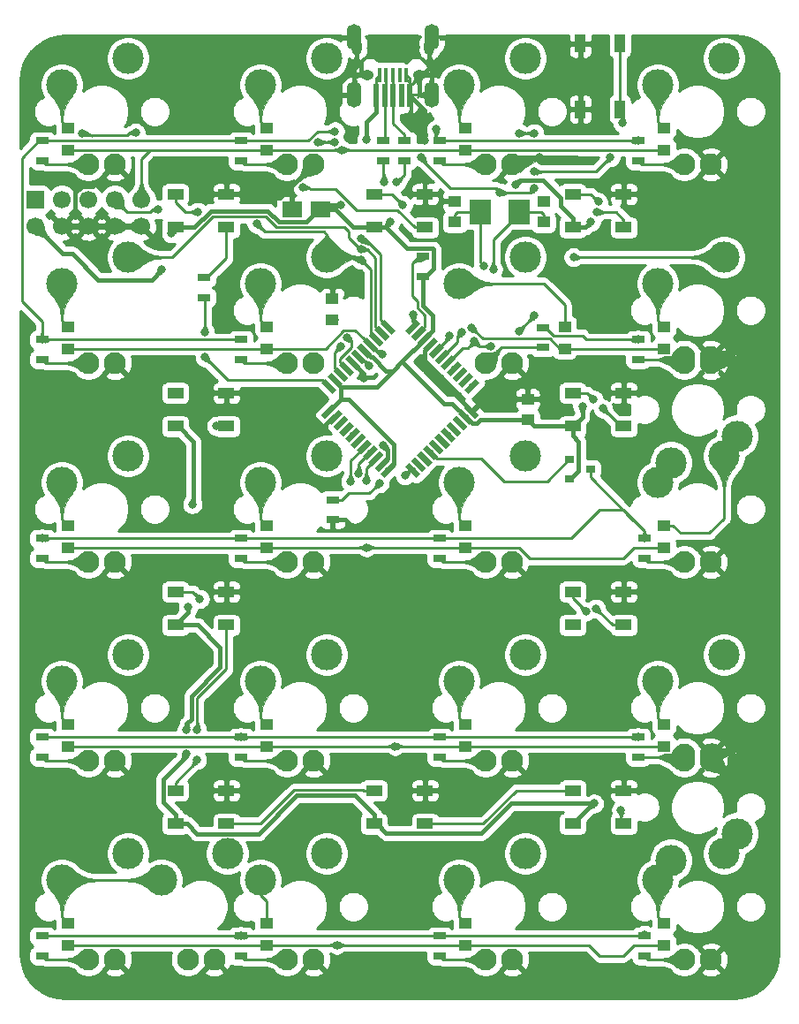
<source format=gbr>
G04 #@! TF.GenerationSoftware,KiCad,Pcbnew,(5.1.2)-1*
G04 #@! TF.CreationDate,2019-05-27T14:02:07+07:00*
G04 #@! TF.ProjectId,numpad,6e756d70-6164-42e6-9b69-6361645f7063,rev?*
G04 #@! TF.SameCoordinates,Original*
G04 #@! TF.FileFunction,Copper,L2,Bot*
G04 #@! TF.FilePolarity,Positive*
%FSLAX46Y46*%
G04 Gerber Fmt 4.6, Leading zero omitted, Abs format (unit mm)*
G04 Created by KiCad (PCBNEW (5.1.2)-1) date 2019-05-27 14:02:07*
%MOMM*%
%LPD*%
G04 APERTURE LIST*
%ADD10R,1.950000X1.500000*%
%ADD11R,1.200000X1.000000*%
%ADD12C,2.100000*%
%ADD13O,1.400000X2.500000*%
%ADD14R,0.500000X2.300000*%
%ADD15C,1.700000*%
%ADD16R,1.700000X1.700000*%
%ADD17R,1.300000X0.700000*%
%ADD18C,3.000000*%
%ADD19C,0.550000*%
%ADD20C,0.100000*%
%ADD21O,1.000000X1.550000*%
%ADD22O,1.250000X0.950000*%
%ADD23R,0.400000X1.350000*%
%ADD24R,1.000000X1.700000*%
%ADD25R,1.250000X1.000000*%
%ADD26R,1.500000X1.000000*%
%ADD27R,2.000000X2.400000*%
%ADD28R,0.900000X0.800000*%
%ADD29C,0.800000*%
%ADD30C,0.250000*%
%ADD31C,0.400000*%
%ADD32C,0.254000*%
%ADD33C,0.025400*%
G04 APERTURE END LIST*
D10*
X65480766Y-36166373D03*
X62730766Y-36166373D03*
D11*
X41238146Y-28319333D03*
X41238146Y-30419333D03*
D12*
X45726326Y-31820433D03*
X43186326Y-31820433D03*
D11*
X41238146Y-49469333D03*
X41238146Y-47369333D03*
X41238146Y-66419333D03*
X41238146Y-68519333D03*
X41238146Y-85469333D03*
X41238146Y-87569333D03*
X41238146Y-106619333D03*
X41238146Y-104519333D03*
D12*
X45726326Y-50870433D03*
X43186326Y-50870433D03*
X43186326Y-69920433D03*
X45726326Y-69920433D03*
X45726326Y-88970433D03*
X43186326Y-88970433D03*
X45726326Y-108020433D03*
X43186326Y-108020433D03*
X52711326Y-108020433D03*
X55251326Y-108020433D03*
D11*
X60288146Y-30419333D03*
X60288146Y-28319333D03*
X60288146Y-49469333D03*
X60288146Y-47369333D03*
X60288146Y-68519333D03*
X60288146Y-66419333D03*
X60288146Y-85469333D03*
X60288146Y-87569333D03*
X60288146Y-106619333D03*
X60288146Y-104519333D03*
D12*
X64776326Y-31820433D03*
X62236326Y-31820433D03*
X62236326Y-50870433D03*
X64776326Y-50870433D03*
X62236326Y-69920433D03*
X64776326Y-69920433D03*
X64776326Y-88970433D03*
X62236326Y-88970433D03*
X62236326Y-108020433D03*
X64776326Y-108020433D03*
X81286326Y-31820433D03*
X83826326Y-31820433D03*
X83826326Y-50870433D03*
X81286326Y-50870433D03*
X83826326Y-69920433D03*
X81286326Y-69920433D03*
X83826326Y-88970433D03*
X81286326Y-88970433D03*
X81286326Y-108020433D03*
X83826326Y-108020433D03*
D11*
X79338146Y-30419333D03*
X79338146Y-28319333D03*
X88863146Y-47369333D03*
X88863146Y-49469333D03*
X79338146Y-66419333D03*
X79338146Y-68519333D03*
X79338146Y-85469333D03*
X79338146Y-87569333D03*
X79338146Y-106619333D03*
X79338146Y-104519333D03*
D12*
X102876326Y-31820433D03*
X100336326Y-31820433D03*
X100336326Y-50870433D03*
X102876326Y-50870433D03*
X100336326Y-50235433D03*
X102876326Y-50235433D03*
X100336326Y-69920433D03*
X102876326Y-69920433D03*
X102876326Y-88970433D03*
X100336326Y-88970433D03*
X102876326Y-88335433D03*
X100336326Y-88335433D03*
X100336326Y-108020433D03*
X102876326Y-108020433D03*
D11*
X98388146Y-28319333D03*
X98388146Y-30419333D03*
X98388146Y-49469333D03*
X98388146Y-47369333D03*
X98388146Y-66419333D03*
X98388146Y-68519333D03*
X98388146Y-85469333D03*
X98388146Y-87569333D03*
X98388146Y-106619333D03*
X98388146Y-104519333D03*
D13*
X76106326Y-25150433D03*
X76106326Y-19650433D03*
X68706326Y-19650433D03*
X68706326Y-25150433D03*
D14*
X74006326Y-25250433D03*
X73206326Y-25250433D03*
X72406326Y-25250433D03*
X71606326Y-25250433D03*
X70806326Y-25250433D03*
D15*
X43188146Y-37739333D03*
X43188146Y-35199333D03*
X40648146Y-37739333D03*
X40648146Y-35199333D03*
X38108146Y-37739333D03*
D16*
X38108146Y-35199333D03*
D15*
X45728146Y-37739333D03*
X48268146Y-37739333D03*
X45728146Y-35199333D03*
X48268146Y-35199333D03*
D17*
X38748146Y-31469333D03*
X38748146Y-29569333D03*
X38748146Y-50519333D03*
X38748146Y-48619333D03*
X38748146Y-69569333D03*
X38748146Y-67669333D03*
X38748146Y-86719333D03*
X38748146Y-88619333D03*
X38748146Y-105769333D03*
X38748146Y-107669333D03*
X57798146Y-29569333D03*
X57798146Y-31469333D03*
X57798146Y-48619333D03*
X57798146Y-50519333D03*
X57798146Y-67669333D03*
X57798146Y-69569333D03*
X57798146Y-88619333D03*
X57798146Y-86719333D03*
X57798146Y-107669333D03*
X57798146Y-105769333D03*
X76848146Y-31469333D03*
X76848146Y-29569333D03*
X76848146Y-69569333D03*
X76848146Y-67669333D03*
X76848146Y-86719333D03*
X76848146Y-88619333D03*
X76848146Y-105769333D03*
X76848146Y-107669333D03*
X95898146Y-29569333D03*
X95898146Y-31469333D03*
X95898146Y-48619333D03*
X95898146Y-50519333D03*
X96500000Y-69569333D03*
X96500000Y-67669333D03*
X95898146Y-88619333D03*
X95898146Y-86719333D03*
X96500000Y-105769333D03*
X96500000Y-107669333D03*
D18*
X40646326Y-24200433D03*
X46996326Y-21660433D03*
X46996326Y-40710433D03*
X40646326Y-43250433D03*
X40646326Y-62300433D03*
X46996326Y-59760433D03*
X40646326Y-81350433D03*
X46996326Y-78810433D03*
X40646326Y-100400433D03*
X46996326Y-97860433D03*
X50171326Y-100400433D03*
X56521326Y-97860433D03*
X59696326Y-24200433D03*
X66046326Y-21660433D03*
X66046326Y-40710433D03*
X59696326Y-43250433D03*
X66046326Y-59760433D03*
X59696326Y-62300433D03*
X59696326Y-81350433D03*
X66046326Y-78810433D03*
X66046326Y-97860433D03*
X59696326Y-100400433D03*
X78746326Y-24200433D03*
X85096326Y-21660433D03*
X78746326Y-43250433D03*
X85096326Y-40710433D03*
X85096326Y-59760433D03*
X78746326Y-62300433D03*
X78746326Y-81350433D03*
X85096326Y-78810433D03*
X85096326Y-97860433D03*
X78746326Y-100400433D03*
X97796326Y-24200433D03*
X104146326Y-21660433D03*
X104146326Y-59760433D03*
X97796326Y-62300433D03*
X104146326Y-40710433D03*
X97796326Y-43250433D03*
X104146326Y-78810433D03*
X97796326Y-81350433D03*
D19*
X66247390Y-53078351D03*
D20*
G36*
X65522606Y-52742475D02*
G01*
X65911514Y-52353567D01*
X66972174Y-53414227D01*
X66583266Y-53803135D01*
X65522606Y-52742475D01*
X65522606Y-52742475D01*
G37*
D19*
X66813076Y-52512666D03*
D20*
G36*
X66088292Y-52176790D02*
G01*
X66477200Y-51787882D01*
X67537860Y-52848542D01*
X67148952Y-53237450D01*
X66088292Y-52176790D01*
X66088292Y-52176790D01*
G37*
D19*
X67378761Y-51946981D03*
D20*
G36*
X66653977Y-51611105D02*
G01*
X67042885Y-51222197D01*
X68103545Y-52282857D01*
X67714637Y-52671765D01*
X66653977Y-51611105D01*
X66653977Y-51611105D01*
G37*
D19*
X67944446Y-51381295D03*
D20*
G36*
X67219662Y-51045419D02*
G01*
X67608570Y-50656511D01*
X68669230Y-51717171D01*
X68280322Y-52106079D01*
X67219662Y-51045419D01*
X67219662Y-51045419D01*
G37*
D19*
X68510132Y-50815610D03*
D20*
G36*
X67785348Y-50479734D02*
G01*
X68174256Y-50090826D01*
X69234916Y-51151486D01*
X68846008Y-51540394D01*
X67785348Y-50479734D01*
X67785348Y-50479734D01*
G37*
D19*
X69075817Y-50249924D03*
D20*
G36*
X68351033Y-49914048D02*
G01*
X68739941Y-49525140D01*
X69800601Y-50585800D01*
X69411693Y-50974708D01*
X68351033Y-49914048D01*
X68351033Y-49914048D01*
G37*
D19*
X69641503Y-49684239D03*
D20*
G36*
X68916719Y-49348363D02*
G01*
X69305627Y-48959455D01*
X70366287Y-50020115D01*
X69977379Y-50409023D01*
X68916719Y-49348363D01*
X68916719Y-49348363D01*
G37*
D19*
X70207188Y-49118553D03*
D20*
G36*
X69482404Y-48782677D02*
G01*
X69871312Y-48393769D01*
X70931972Y-49454429D01*
X70543064Y-49843337D01*
X69482404Y-48782677D01*
X69482404Y-48782677D01*
G37*
D19*
X70772874Y-48552868D03*
D20*
G36*
X70048090Y-48216992D02*
G01*
X70436998Y-47828084D01*
X71497658Y-48888744D01*
X71108750Y-49277652D01*
X70048090Y-48216992D01*
X70048090Y-48216992D01*
G37*
D19*
X71338559Y-47987183D03*
D20*
G36*
X70613775Y-47651307D02*
G01*
X71002683Y-47262399D01*
X72063343Y-48323059D01*
X71674435Y-48711967D01*
X70613775Y-47651307D01*
X70613775Y-47651307D01*
G37*
D19*
X71904244Y-47421497D03*
D20*
G36*
X71179460Y-47085621D02*
G01*
X71568368Y-46696713D01*
X72629028Y-47757373D01*
X72240120Y-48146281D01*
X71179460Y-47085621D01*
X71179460Y-47085621D01*
G37*
D19*
X74308408Y-47421497D03*
D20*
G36*
X74644284Y-46696713D02*
G01*
X75033192Y-47085621D01*
X73972532Y-48146281D01*
X73583624Y-47757373D01*
X74644284Y-46696713D01*
X74644284Y-46696713D01*
G37*
D19*
X74874093Y-47987183D03*
D20*
G36*
X75209969Y-47262399D02*
G01*
X75598877Y-47651307D01*
X74538217Y-48711967D01*
X74149309Y-48323059D01*
X75209969Y-47262399D01*
X75209969Y-47262399D01*
G37*
D19*
X75439778Y-48552868D03*
D20*
G36*
X75775654Y-47828084D02*
G01*
X76164562Y-48216992D01*
X75103902Y-49277652D01*
X74714994Y-48888744D01*
X75775654Y-47828084D01*
X75775654Y-47828084D01*
G37*
D19*
X76005464Y-49118553D03*
D20*
G36*
X76341340Y-48393769D02*
G01*
X76730248Y-48782677D01*
X75669588Y-49843337D01*
X75280680Y-49454429D01*
X76341340Y-48393769D01*
X76341340Y-48393769D01*
G37*
D19*
X76571149Y-49684239D03*
D20*
G36*
X76907025Y-48959455D02*
G01*
X77295933Y-49348363D01*
X76235273Y-50409023D01*
X75846365Y-50020115D01*
X76907025Y-48959455D01*
X76907025Y-48959455D01*
G37*
D19*
X77136835Y-50249924D03*
D20*
G36*
X77472711Y-49525140D02*
G01*
X77861619Y-49914048D01*
X76800959Y-50974708D01*
X76412051Y-50585800D01*
X77472711Y-49525140D01*
X77472711Y-49525140D01*
G37*
D19*
X77702520Y-50815610D03*
D20*
G36*
X78038396Y-50090826D02*
G01*
X78427304Y-50479734D01*
X77366644Y-51540394D01*
X76977736Y-51151486D01*
X78038396Y-50090826D01*
X78038396Y-50090826D01*
G37*
D19*
X78268206Y-51381295D03*
D20*
G36*
X78604082Y-50656511D02*
G01*
X78992990Y-51045419D01*
X77932330Y-52106079D01*
X77543422Y-51717171D01*
X78604082Y-50656511D01*
X78604082Y-50656511D01*
G37*
D19*
X78833891Y-51946981D03*
D20*
G36*
X79169767Y-51222197D02*
G01*
X79558675Y-51611105D01*
X78498015Y-52671765D01*
X78109107Y-52282857D01*
X79169767Y-51222197D01*
X79169767Y-51222197D01*
G37*
D19*
X79399576Y-52512666D03*
D20*
G36*
X79735452Y-51787882D02*
G01*
X80124360Y-52176790D01*
X79063700Y-53237450D01*
X78674792Y-52848542D01*
X79735452Y-51787882D01*
X79735452Y-51787882D01*
G37*
D19*
X79965262Y-53078351D03*
D20*
G36*
X80301138Y-52353567D02*
G01*
X80690046Y-52742475D01*
X79629386Y-53803135D01*
X79240478Y-53414227D01*
X80301138Y-52353567D01*
X80301138Y-52353567D01*
G37*
D19*
X79965262Y-55482515D03*
D20*
G36*
X79240478Y-55146639D02*
G01*
X79629386Y-54757731D01*
X80690046Y-55818391D01*
X80301138Y-56207299D01*
X79240478Y-55146639D01*
X79240478Y-55146639D01*
G37*
D19*
X79399576Y-56048200D03*
D20*
G36*
X78674792Y-55712324D02*
G01*
X79063700Y-55323416D01*
X80124360Y-56384076D01*
X79735452Y-56772984D01*
X78674792Y-55712324D01*
X78674792Y-55712324D01*
G37*
D19*
X78833891Y-56613885D03*
D20*
G36*
X78109107Y-56278009D02*
G01*
X78498015Y-55889101D01*
X79558675Y-56949761D01*
X79169767Y-57338669D01*
X78109107Y-56278009D01*
X78109107Y-56278009D01*
G37*
D19*
X78268206Y-57179571D03*
D20*
G36*
X77543422Y-56843695D02*
G01*
X77932330Y-56454787D01*
X78992990Y-57515447D01*
X78604082Y-57904355D01*
X77543422Y-56843695D01*
X77543422Y-56843695D01*
G37*
D19*
X77702520Y-57745256D03*
D20*
G36*
X76977736Y-57409380D02*
G01*
X77366644Y-57020472D01*
X78427304Y-58081132D01*
X78038396Y-58470040D01*
X76977736Y-57409380D01*
X76977736Y-57409380D01*
G37*
D19*
X77136835Y-58310942D03*
D20*
G36*
X76412051Y-57975066D02*
G01*
X76800959Y-57586158D01*
X77861619Y-58646818D01*
X77472711Y-59035726D01*
X76412051Y-57975066D01*
X76412051Y-57975066D01*
G37*
D19*
X76571149Y-58876627D03*
D20*
G36*
X75846365Y-58540751D02*
G01*
X76235273Y-58151843D01*
X77295933Y-59212503D01*
X76907025Y-59601411D01*
X75846365Y-58540751D01*
X75846365Y-58540751D01*
G37*
D19*
X76005464Y-59442313D03*
D20*
G36*
X75280680Y-59106437D02*
G01*
X75669588Y-58717529D01*
X76730248Y-59778189D01*
X76341340Y-60167097D01*
X75280680Y-59106437D01*
X75280680Y-59106437D01*
G37*
D19*
X75439778Y-60007998D03*
D20*
G36*
X74714994Y-59672122D02*
G01*
X75103902Y-59283214D01*
X76164562Y-60343874D01*
X75775654Y-60732782D01*
X74714994Y-59672122D01*
X74714994Y-59672122D01*
G37*
D19*
X74874093Y-60573683D03*
D20*
G36*
X74149309Y-60237807D02*
G01*
X74538217Y-59848899D01*
X75598877Y-60909559D01*
X75209969Y-61298467D01*
X74149309Y-60237807D01*
X74149309Y-60237807D01*
G37*
D19*
X74308408Y-61139369D03*
D20*
G36*
X73583624Y-60803493D02*
G01*
X73972532Y-60414585D01*
X75033192Y-61475245D01*
X74644284Y-61864153D01*
X73583624Y-60803493D01*
X73583624Y-60803493D01*
G37*
D19*
X71904244Y-61139369D03*
D20*
G36*
X72240120Y-60414585D02*
G01*
X72629028Y-60803493D01*
X71568368Y-61864153D01*
X71179460Y-61475245D01*
X72240120Y-60414585D01*
X72240120Y-60414585D01*
G37*
D19*
X71338559Y-60573683D03*
D20*
G36*
X71674435Y-59848899D02*
G01*
X72063343Y-60237807D01*
X71002683Y-61298467D01*
X70613775Y-60909559D01*
X71674435Y-59848899D01*
X71674435Y-59848899D01*
G37*
D19*
X70772874Y-60007998D03*
D20*
G36*
X71108750Y-59283214D02*
G01*
X71497658Y-59672122D01*
X70436998Y-60732782D01*
X70048090Y-60343874D01*
X71108750Y-59283214D01*
X71108750Y-59283214D01*
G37*
D19*
X70207188Y-59442313D03*
D20*
G36*
X70543064Y-58717529D02*
G01*
X70931972Y-59106437D01*
X69871312Y-60167097D01*
X69482404Y-59778189D01*
X70543064Y-58717529D01*
X70543064Y-58717529D01*
G37*
D19*
X69641503Y-58876627D03*
D20*
G36*
X69977379Y-58151843D02*
G01*
X70366287Y-58540751D01*
X69305627Y-59601411D01*
X68916719Y-59212503D01*
X69977379Y-58151843D01*
X69977379Y-58151843D01*
G37*
D19*
X69075817Y-58310942D03*
D20*
G36*
X69411693Y-57586158D02*
G01*
X69800601Y-57975066D01*
X68739941Y-59035726D01*
X68351033Y-58646818D01*
X69411693Y-57586158D01*
X69411693Y-57586158D01*
G37*
D19*
X68510132Y-57745256D03*
D20*
G36*
X68846008Y-57020472D02*
G01*
X69234916Y-57409380D01*
X68174256Y-58470040D01*
X67785348Y-58081132D01*
X68846008Y-57020472D01*
X68846008Y-57020472D01*
G37*
D19*
X67944446Y-57179571D03*
D20*
G36*
X68280322Y-56454787D02*
G01*
X68669230Y-56843695D01*
X67608570Y-57904355D01*
X67219662Y-57515447D01*
X68280322Y-56454787D01*
X68280322Y-56454787D01*
G37*
D19*
X67378761Y-56613885D03*
D20*
G36*
X67714637Y-55889101D02*
G01*
X68103545Y-56278009D01*
X67042885Y-57338669D01*
X66653977Y-56949761D01*
X67714637Y-55889101D01*
X67714637Y-55889101D01*
G37*
D19*
X66813076Y-56048200D03*
D20*
G36*
X67148952Y-55323416D02*
G01*
X67537860Y-55712324D01*
X66477200Y-56772984D01*
X66088292Y-56384076D01*
X67148952Y-55323416D01*
X67148952Y-55323416D01*
G37*
D19*
X66247390Y-55482515D03*
D20*
G36*
X66583266Y-54757731D02*
G01*
X66972174Y-55146639D01*
X65911514Y-56207299D01*
X65522606Y-55818391D01*
X66583266Y-54757731D01*
X66583266Y-54757731D01*
G37*
D21*
X75895426Y-20522973D03*
X68895426Y-20522973D03*
D22*
X74895426Y-23222973D03*
X69895426Y-23222973D03*
D23*
X73695426Y-23222973D03*
X73045426Y-23222973D03*
X72395426Y-23222973D03*
X71745426Y-23222973D03*
X71095426Y-23222973D03*
D24*
X90366326Y-20230433D03*
X90366326Y-26530433D03*
X94166326Y-20230433D03*
X94166326Y-26530433D03*
D18*
X105416326Y-57855433D03*
X99066326Y-60395433D03*
X99066326Y-98495433D03*
X105416326Y-95955433D03*
X104146326Y-97860433D03*
X97796326Y-100400433D03*
D25*
X86841306Y-37356873D03*
X86841306Y-35356873D03*
X85316326Y-56310433D03*
X85316326Y-54310433D03*
X78314526Y-37356873D03*
X78314526Y-35356873D03*
X66574646Y-46714233D03*
X66574646Y-44714233D03*
D26*
X51531326Y-37865433D03*
X51531326Y-34665433D03*
X56431326Y-37865433D03*
X56431326Y-34665433D03*
X51531326Y-56915433D03*
X51531326Y-53715433D03*
X56431326Y-56915433D03*
X56431326Y-53715433D03*
X75481326Y-34665433D03*
X75481326Y-37865433D03*
X70581326Y-34665433D03*
X70581326Y-37865433D03*
X56431326Y-72765433D03*
X56431326Y-75965433D03*
X51531326Y-72765433D03*
X51531326Y-75965433D03*
X89631326Y-37865433D03*
X89631326Y-34665433D03*
X94531326Y-37865433D03*
X94531326Y-34665433D03*
X51531326Y-95015433D03*
X51531326Y-91815433D03*
X56431326Y-95015433D03*
X56431326Y-91815433D03*
X89631326Y-56915433D03*
X89631326Y-53715433D03*
X94531326Y-56915433D03*
X94531326Y-53715433D03*
X75481326Y-91815433D03*
X75481326Y-95015433D03*
X70581326Y-91815433D03*
X70581326Y-95015433D03*
X94531326Y-72765433D03*
X94531326Y-75965433D03*
X89631326Y-72765433D03*
X89631326Y-75965433D03*
X94531326Y-91815433D03*
X94531326Y-95015433D03*
X89631326Y-91815433D03*
X89631326Y-95015433D03*
D17*
X71481926Y-29569333D03*
X71481926Y-31469333D03*
X73485986Y-31469333D03*
X73485986Y-29569333D03*
D27*
X84467286Y-36356873D03*
X80767286Y-36356873D03*
D17*
X75256326Y-42540433D03*
X75256326Y-40640433D03*
X66626326Y-65860433D03*
X66626326Y-63960433D03*
X86746326Y-49380433D03*
X86746326Y-47480433D03*
X54256326Y-44580433D03*
X54256326Y-42680433D03*
D28*
X89328146Y-61979333D03*
X89328146Y-60079333D03*
X91328146Y-61029333D03*
D29*
X63738146Y-34019333D03*
X53658146Y-36369333D03*
X69601526Y-52313706D03*
X75786426Y-51537833D03*
X68577906Y-66635593D03*
X75253026Y-32978053D03*
X86467126Y-31144333D03*
X86841306Y-35356873D03*
X71481860Y-58748159D03*
X43937366Y-39919873D03*
X58588086Y-39909713D03*
X51945986Y-31862993D03*
X97488186Y-34496973D03*
X97536446Y-37984393D03*
X93086366Y-47123313D03*
X82509806Y-54296273D03*
X75422125Y-29508267D03*
X90376186Y-31481993D03*
X77847314Y-48261706D03*
X82014062Y-41881559D03*
X51148146Y-38419333D03*
X50228146Y-41899333D03*
X67385493Y-35711986D03*
X69868146Y-29469333D03*
X52758146Y-74229333D03*
X53163146Y-64389333D03*
X52618143Y-85994333D03*
X52588146Y-88294333D03*
X91678146Y-93059333D03*
X89518146Y-75869333D03*
X90554091Y-54989532D03*
X91396148Y-37333832D03*
X84188146Y-33729333D03*
X72128146Y-37329333D03*
X78968146Y-47939333D03*
X81078146Y-41529333D03*
X70108146Y-51109333D03*
X66771326Y-46714233D03*
X67356258Y-49287665D03*
X71538146Y-33469333D03*
X68028146Y-48429333D03*
X72768146Y-33549333D03*
X71118146Y-62369333D03*
X73548146Y-61629333D03*
X67488146Y-30419333D03*
X69353146Y-38965435D03*
X71338146Y-50019333D03*
X79938146Y-47479333D03*
X69858146Y-68519333D03*
X69838146Y-62089333D03*
X72598146Y-87569333D03*
X69107089Y-61407013D03*
X67028146Y-106619333D03*
X68321848Y-62191213D03*
X55468146Y-56879333D03*
X53888146Y-73459333D03*
X85948146Y-28844333D03*
X84476327Y-28819333D03*
X91978146Y-36389333D03*
X73362770Y-35721571D03*
X53618146Y-85994333D03*
X53618146Y-88899333D03*
X92528146Y-55219333D03*
X92088577Y-35395447D03*
X91848146Y-74379333D03*
X91638146Y-54359333D03*
X94273146Y-93679333D03*
X90892620Y-74674248D03*
X95898146Y-48619333D03*
X95898146Y-29569333D03*
X76525566Y-28456853D03*
X66829006Y-28640839D03*
X38748146Y-67669333D03*
X38748146Y-48619333D03*
X57798146Y-105769333D03*
X57798146Y-86719333D03*
X96500000Y-67669333D03*
X96508146Y-105659333D03*
X96508146Y-105659333D03*
X95898146Y-86719333D03*
X69353146Y-39965438D03*
X49908146Y-36149333D03*
X59328146Y-37519343D03*
X69353135Y-40965441D03*
X74339255Y-46198224D03*
X89707415Y-40709333D03*
X85926327Y-46329333D03*
X84476327Y-47804333D03*
X81818146Y-49254333D03*
X80217300Y-48788487D03*
X54358146Y-47894333D03*
X54348146Y-50299333D03*
X42618146Y-28844333D03*
X47721326Y-28769333D03*
X65198146Y-29694333D03*
X66818508Y-29676643D03*
X75118146Y-31144333D03*
X94408146Y-27849333D03*
X93258146Y-31144333D03*
X85926327Y-32529334D03*
X85926327Y-34129334D03*
X82678146Y-34529333D03*
X75256326Y-40690432D03*
D30*
X56431326Y-37865433D02*
X56431326Y-40805433D01*
X56431326Y-40805433D02*
X54556326Y-42680433D01*
X54556326Y-42680433D02*
X54256326Y-42680433D01*
X68908146Y-36209333D02*
X72825226Y-36209333D01*
X72825226Y-36209333D02*
X74481326Y-37865433D01*
X74481326Y-37865433D02*
X75481326Y-37865433D01*
X66918146Y-34219333D02*
X68908146Y-36209333D01*
X64503831Y-34219333D02*
X66918146Y-34219333D01*
X63738146Y-34019333D02*
X64303831Y-34019333D01*
X64303831Y-34019333D02*
X64503831Y-34219333D01*
X53648146Y-36379333D02*
X53658146Y-36369333D01*
X52495226Y-36379333D02*
X53648146Y-36379333D01*
X51531326Y-34665433D02*
X51531326Y-35415433D01*
X51531326Y-35415433D02*
X52495226Y-36379333D01*
D31*
X69601526Y-51907004D02*
X69601526Y-52313706D01*
X68510132Y-50815610D02*
X69601526Y-51907004D01*
X75404424Y-49719593D02*
X75404424Y-51155831D01*
X76005464Y-49118553D02*
X75404424Y-49719593D01*
X75404424Y-51155831D02*
X75786426Y-51537833D01*
X67802746Y-65860433D02*
X68577906Y-66635593D01*
X66626326Y-65860433D02*
X67802746Y-65860433D01*
X105902125Y-87928267D02*
X103918492Y-87928267D01*
X103918492Y-87928267D02*
X102876326Y-88970433D01*
X105902125Y-90468267D02*
X105009160Y-90468267D01*
X105009160Y-90468267D02*
X102876326Y-88335433D01*
X105902125Y-90468267D02*
X104374160Y-90468267D01*
X104374160Y-90468267D02*
X102876326Y-88970433D01*
X105902125Y-87928267D02*
X103283492Y-87928267D01*
X103283492Y-87928267D02*
X102876326Y-88335433D01*
X75481326Y-33206353D02*
X75253026Y-32978053D01*
X75481326Y-34665433D02*
X75481326Y-33206353D01*
X105902125Y-49828267D02*
X103283492Y-49828267D01*
X103283492Y-49828267D02*
X102876326Y-50235433D01*
X102876326Y-50870433D02*
X104404291Y-50870433D01*
X104404291Y-50870433D02*
X105902125Y-52368267D01*
X102876326Y-50870433D02*
X102876326Y-50235433D01*
X102876326Y-50870433D02*
X104859959Y-50870433D01*
X104859959Y-50870433D02*
X105902125Y-49828267D01*
X75422125Y-26968267D02*
X75422125Y-26666232D01*
X75422125Y-26666232D02*
X74006326Y-25250433D01*
X75422125Y-29508267D02*
X75422125Y-26968267D01*
X64776326Y-31820433D02*
X61558766Y-35037993D01*
X61558766Y-35037993D02*
X60218766Y-35037993D01*
X84502426Y-31144333D02*
X86467126Y-31144333D01*
X83826326Y-31820433D02*
X84502426Y-31144333D01*
X71897668Y-60014574D02*
X71897668Y-59163967D01*
X71338559Y-60573683D02*
X71897668Y-60014574D01*
X71897668Y-59163967D02*
X71481860Y-58748159D01*
X66813076Y-56048200D02*
X66662192Y-56048200D01*
X66662192Y-56048200D02*
X65262125Y-57448267D01*
X68895426Y-20522973D02*
X68895426Y-19839533D01*
X68895426Y-19839533D02*
X68706326Y-19650433D01*
X68983786Y-23222973D02*
X68706326Y-23500433D01*
X69520864Y-23222973D02*
X68983786Y-23222973D01*
X69356325Y-22158872D02*
X69356325Y-23058434D01*
X69356325Y-23058434D02*
X69520864Y-23222973D01*
X68895426Y-21697973D02*
X69356325Y-22158872D01*
X68895426Y-20522973D02*
X68895426Y-21697973D01*
X68706326Y-23500433D02*
X68706326Y-25150433D01*
X76106326Y-25150433D02*
X75006326Y-25150433D01*
X75006326Y-25150433D02*
X74895426Y-25039533D01*
X74895426Y-25039533D02*
X74895426Y-23500434D01*
X75895426Y-20522973D02*
X75895426Y-22619335D01*
X75895426Y-22619335D02*
X75014327Y-23500434D01*
X75014327Y-23500434D02*
X74895426Y-23500434D01*
X45728146Y-37739333D02*
X48268146Y-37739333D01*
X43188146Y-37739333D02*
X45728146Y-37739333D01*
X40648146Y-37739333D02*
X43188146Y-37739333D01*
D30*
X76106326Y-25150433D02*
X74106326Y-25150433D01*
X74106326Y-25150433D02*
X74006326Y-25250433D01*
X73695426Y-23222973D02*
X73695426Y-23697973D01*
X73695426Y-23697973D02*
X74145426Y-24147973D01*
X74145426Y-24147973D02*
X74255788Y-24147973D01*
X74255788Y-24147973D02*
X75038107Y-23365654D01*
X73695426Y-23222973D02*
X74006326Y-23533873D01*
X74006326Y-23533873D02*
X74006326Y-25250433D01*
D31*
X41498145Y-36889334D02*
X40648146Y-37739333D01*
X41938145Y-36449334D02*
X41498145Y-36889334D01*
X41938145Y-34559334D02*
X41938145Y-36449334D01*
X42548147Y-33949332D02*
X41938145Y-34559334D01*
X43597427Y-33949332D02*
X42548147Y-33949332D01*
X45726326Y-31820433D02*
X43597427Y-33949332D01*
X86467126Y-31144333D02*
X90038526Y-31144333D01*
X90038526Y-31144333D02*
X90376186Y-31481993D01*
X76352111Y-51537833D02*
X75786426Y-51537833D01*
X76352111Y-51841898D02*
X76352111Y-51537833D01*
X79965262Y-55482515D02*
X79965262Y-55455049D01*
X79965262Y-55455049D02*
X76352111Y-51841898D01*
D30*
X77847314Y-48261706D02*
X77847314Y-48408074D01*
X77847314Y-48408074D02*
X76571149Y-49684239D01*
X84467286Y-36556873D02*
X82014062Y-39010097D01*
X84467286Y-36356873D02*
X84467286Y-36556873D01*
X82014062Y-39010097D02*
X82014062Y-41881559D01*
X84467286Y-36356873D02*
X86591306Y-36356873D01*
X86591306Y-36356873D02*
X86841306Y-36606873D01*
X86841306Y-36606873D02*
X86841306Y-37356873D01*
D31*
X85316326Y-56310433D02*
X80763704Y-56310433D01*
X80763704Y-56310433D02*
X80424897Y-56649240D01*
X80424897Y-56649240D02*
X80000616Y-56649240D01*
X80000616Y-56649240D02*
X79399576Y-56048200D01*
X72505284Y-60538329D02*
X72505284Y-58640211D01*
X71904244Y-61139369D02*
X72505284Y-60538329D01*
X72505284Y-58640211D02*
X68180862Y-54315789D01*
X68180862Y-54315789D02*
X67414116Y-54315789D01*
X38108146Y-37739333D02*
X40738146Y-40369333D01*
X41618146Y-40369333D02*
X44118146Y-42869333D01*
X49258146Y-42869333D02*
X50228146Y-41899333D01*
X40738146Y-40369333D02*
X41618146Y-40369333D01*
X44118146Y-42869333D02*
X49258146Y-42869333D01*
X51148146Y-38419333D02*
X51148146Y-38248613D01*
X51148146Y-38248613D02*
X51531326Y-37865433D01*
X89328146Y-61979333D02*
X89378146Y-61979333D01*
X89378146Y-61979333D02*
X90178147Y-61179332D01*
X90178147Y-61179332D02*
X90178147Y-58362254D01*
X90178147Y-58362254D02*
X89631326Y-57815433D01*
X89631326Y-57815433D02*
X89631326Y-56915433D01*
X64105766Y-37316373D02*
X65255766Y-36166373D01*
X51531326Y-37865433D02*
X53346048Y-37865433D01*
X61435765Y-37316374D02*
X64105766Y-37316373D01*
X54942148Y-36269333D02*
X60388724Y-36269333D01*
X60388724Y-36269333D02*
X61435765Y-37316374D01*
X53346048Y-37865433D02*
X54942148Y-36269333D01*
X65255766Y-36166373D02*
X65480766Y-36166373D01*
X76306326Y-41790433D02*
X75556326Y-42540433D01*
X76226327Y-39890432D02*
X76306327Y-39970432D01*
X75556326Y-42540433D02*
X75256326Y-42540433D01*
X76306327Y-39970432D02*
X76306326Y-41790433D01*
X73756325Y-39890432D02*
X76226327Y-39890432D01*
X71731326Y-37865433D02*
X73756325Y-39890432D01*
X70581326Y-37865433D02*
X71731326Y-37865433D01*
X67385493Y-35711986D02*
X65935153Y-35711986D01*
X65935153Y-35711986D02*
X65480766Y-36166373D01*
X70806326Y-26800433D02*
X69868146Y-27738613D01*
X70806326Y-25250433D02*
X70806326Y-26800433D01*
X69868146Y-27738613D02*
X69868146Y-29469333D01*
X52758146Y-74229333D02*
X52758146Y-74738613D01*
X52758146Y-74738613D02*
X51531326Y-75965433D01*
X53282786Y-64269693D02*
X53163146Y-64389333D01*
X53282786Y-62557733D02*
X53282786Y-64269693D01*
X79399576Y-56048200D02*
X78100709Y-54749333D01*
X75439778Y-48552868D02*
X73268146Y-50724500D01*
X78100709Y-54749333D02*
X77292979Y-54749333D01*
X77292979Y-54749333D02*
X73268146Y-50724500D01*
X66813076Y-52512666D02*
X67414116Y-53113706D01*
X67414116Y-53113706D02*
X67414116Y-54315789D01*
X67414116Y-54315789D02*
X66848430Y-54881475D01*
X66848430Y-54881475D02*
X66247390Y-55482515D01*
X70878940Y-53113706D02*
X67414116Y-53113706D01*
X75256326Y-45347513D02*
X76238146Y-46329333D01*
X76238146Y-46329333D02*
X76238146Y-47754500D01*
X75256326Y-42540433D02*
X75256326Y-45347513D01*
X76238146Y-47754500D02*
X75439778Y-48552868D01*
X53282786Y-62557733D02*
X53282786Y-58416893D01*
X53282786Y-58416893D02*
X51781326Y-56915433D01*
X51781326Y-56915433D02*
X51531326Y-56915433D01*
X55828146Y-78119333D02*
X53674246Y-75965433D01*
X53674246Y-75965433D02*
X51531326Y-75965433D01*
X55828146Y-80026857D02*
X55828146Y-78119333D01*
X53093137Y-82761866D02*
X55828146Y-80026857D01*
X52618143Y-85428648D02*
X53093136Y-84953655D01*
X52618143Y-85994333D02*
X52618143Y-85428648D01*
X53093136Y-84953655D02*
X53093137Y-82761866D01*
X52588146Y-88509333D02*
X52588146Y-88294333D01*
X50381325Y-90716154D02*
X52588146Y-88509333D01*
X51531326Y-94115433D02*
X50381325Y-92965432D01*
X51531326Y-95015433D02*
X51531326Y-94115433D01*
X50381325Y-92965432D02*
X50381325Y-90716154D01*
X63158423Y-92291532D02*
X59489523Y-95960432D01*
X52681326Y-95015433D02*
X51531326Y-95015433D01*
X59489523Y-95960432D02*
X53626325Y-95960432D01*
X53626325Y-95960432D02*
X52681326Y-95015433D01*
X70581326Y-94115433D02*
X68757425Y-92291532D01*
X70581326Y-95015433D02*
X70581326Y-94115433D01*
X68757425Y-92291532D02*
X63158423Y-92291532D01*
X83750622Y-93059333D02*
X80894521Y-95915434D01*
X70831326Y-95015433D02*
X70581326Y-95015433D01*
X80894521Y-95915434D02*
X71731326Y-95915433D01*
X71731326Y-95915433D02*
X70831326Y-95015433D01*
X91678146Y-93059333D02*
X83750622Y-93059333D01*
X91678146Y-93059333D02*
X91587426Y-93059333D01*
X91587426Y-93059333D02*
X89631326Y-95015433D01*
X89518146Y-75869333D02*
X89535226Y-75869333D01*
X89535226Y-75869333D02*
X89631326Y-75965433D01*
X89631326Y-56915433D02*
X85921326Y-56915433D01*
X85921326Y-56915433D02*
X85316326Y-56310433D01*
X90554091Y-54989532D02*
X90554091Y-55992668D01*
X90554091Y-55992668D02*
X89631326Y-56915433D01*
X90864547Y-37865433D02*
X91396148Y-37333832D01*
X89631326Y-37865433D02*
X90864547Y-37865433D01*
X84188146Y-33729333D02*
X84588145Y-33329334D01*
X88481325Y-35012512D02*
X88481325Y-35815432D01*
X84588145Y-33329334D02*
X86798147Y-33329334D01*
X88481325Y-35815432D02*
X89631326Y-36965433D01*
X86798147Y-33329334D02*
X88481325Y-35012512D01*
X89631326Y-36965433D02*
X89631326Y-37865433D01*
X71592046Y-37865433D02*
X72128146Y-37329333D01*
X70581326Y-37865433D02*
X71592046Y-37865433D01*
X65480766Y-36166373D02*
X66855766Y-36166373D01*
X66855766Y-36166373D02*
X68554826Y-37865433D01*
X68554826Y-37865433D02*
X69431326Y-37865433D01*
X69431326Y-37865433D02*
X70581326Y-37865433D01*
D30*
X71095426Y-23222973D02*
X70806326Y-23512073D01*
X70806326Y-23512073D02*
X70806326Y-25250433D01*
D31*
X71755627Y-51620816D02*
X72371829Y-51620816D01*
X70420090Y-50285279D02*
X71755627Y-51620816D01*
X70242543Y-50285279D02*
X70420090Y-50285279D01*
X69641503Y-49684239D02*
X70242543Y-50285279D01*
X73268146Y-50724500D02*
X72371829Y-51620816D01*
X72371829Y-51620816D02*
X70878940Y-53113706D01*
D30*
X78968146Y-47939333D02*
X78568147Y-48339332D01*
X78568147Y-48339332D02*
X78568147Y-48818612D01*
X78568147Y-48818612D02*
X77737875Y-49648884D01*
X77737875Y-49648884D02*
X77136835Y-50249924D01*
X80767286Y-41218473D02*
X81078146Y-41529333D01*
X80767286Y-36356873D02*
X80767286Y-41218473D01*
X80767286Y-36356873D02*
X78564526Y-36356873D01*
X78564526Y-36356873D02*
X78314526Y-36606873D01*
X78314526Y-36606873D02*
X78314526Y-37356873D01*
X69248737Y-50249924D02*
X70108146Y-51109333D01*
X69075817Y-50249924D02*
X69248737Y-50249924D01*
X66574646Y-46714233D02*
X66771326Y-46714233D01*
X40646326Y-24200433D02*
X40646326Y-27727513D01*
X40646326Y-27727513D02*
X41238146Y-28319333D01*
X43186326Y-31820433D02*
X39099246Y-31820433D01*
X39099246Y-31820433D02*
X38748146Y-31469333D01*
X73485986Y-29569333D02*
X73485986Y-28969333D01*
X73485986Y-28969333D02*
X72406326Y-27889673D01*
X72406326Y-27889673D02*
X72406326Y-26650433D01*
X72406326Y-26650433D02*
X72406326Y-25250433D01*
X72395426Y-23222973D02*
X72395426Y-25239533D01*
X72395426Y-25239533D02*
X72406326Y-25250433D01*
X71606326Y-25250433D02*
X71606326Y-29444933D01*
X71606326Y-29444933D02*
X71481926Y-29569333D01*
X71745426Y-23222973D02*
X71745426Y-25111333D01*
X71745426Y-25111333D02*
X71606326Y-25250433D01*
X66777721Y-49866202D02*
X66956259Y-49687664D01*
X66777721Y-51345941D02*
X66777721Y-49866202D01*
X67378761Y-51946981D02*
X66777721Y-51345941D01*
X66956259Y-49687664D02*
X67356258Y-49287665D01*
X71481926Y-33413113D02*
X71538146Y-33469333D01*
X71481926Y-31469333D02*
X71481926Y-33413113D01*
X67944446Y-51381295D02*
X67343406Y-50780255D01*
X67343406Y-50780255D02*
X67343406Y-50462041D01*
X68428145Y-49377302D02*
X68428145Y-48829332D01*
X68428145Y-48829332D02*
X68028146Y-48429333D01*
X67343406Y-50462041D02*
X68428145Y-49377302D01*
X73485986Y-32831493D02*
X72768146Y-33549333D01*
X73485986Y-31469333D02*
X73485986Y-32831493D01*
X67507046Y-63960433D02*
X68118146Y-63349333D01*
X66626326Y-63960433D02*
X67507046Y-63960433D01*
X68118146Y-63349333D02*
X70138146Y-63349333D01*
X70138146Y-63349333D02*
X71118146Y-62369333D01*
X74038110Y-61139369D02*
X73548146Y-61629333D01*
X74308408Y-61139369D02*
X74038110Y-61139369D01*
X49398146Y-30419333D02*
X41238146Y-30419333D01*
X60288146Y-30419333D02*
X49398146Y-30419333D01*
X49138146Y-30419333D02*
X49398146Y-30419333D01*
X48268146Y-31289333D02*
X49138146Y-30419333D01*
X48268146Y-35199333D02*
X48268146Y-31289333D01*
X41238146Y-30419333D02*
X47248146Y-30419333D01*
X78488146Y-30419333D02*
X67488146Y-30419333D01*
X67488146Y-30419333D02*
X60288146Y-30419333D01*
X71904244Y-47415431D02*
X71187529Y-46698716D01*
X69684248Y-38965435D02*
X69353146Y-38965435D01*
X71904244Y-47421497D02*
X71904244Y-47415431D01*
X71187529Y-46698716D02*
X71187529Y-40468716D01*
X71187529Y-40468716D02*
X69684248Y-38965435D01*
X98388146Y-30419333D02*
X79338146Y-30419333D01*
X79338146Y-30419333D02*
X78488146Y-30419333D01*
X40646326Y-43250433D02*
X40646326Y-46777513D01*
X40646326Y-46777513D02*
X41238146Y-47369333D01*
X80988146Y-48529333D02*
X79938146Y-47479333D01*
X87458816Y-48529333D02*
X80988146Y-48529333D01*
X88863146Y-49469333D02*
X88398816Y-49469333D01*
X88398816Y-49469333D02*
X87458816Y-48529333D01*
X71338146Y-50019333D02*
X71107968Y-50019333D01*
X71107968Y-50019333D02*
X70207188Y-49118553D01*
X65915144Y-49469333D02*
X67680145Y-47704332D01*
X60288146Y-49469333D02*
X65915144Y-49469333D01*
X67680145Y-47704332D02*
X68792967Y-47704332D01*
X68792967Y-47704332D02*
X69606148Y-48517513D01*
X69606148Y-48517513D02*
X70207188Y-49118553D01*
X88863146Y-49469333D02*
X98388146Y-49469333D01*
X41238146Y-49469333D02*
X60288146Y-49469333D01*
X40646326Y-62300433D02*
X40646326Y-65827513D01*
X40646326Y-65827513D02*
X41238146Y-66419333D01*
X79338146Y-68519333D02*
X69858146Y-68519333D01*
X69858146Y-68519333D02*
X60288146Y-68519333D01*
X69838146Y-60942726D02*
X69838146Y-62089333D01*
X70772874Y-60007998D02*
X69838146Y-60942726D01*
X60288146Y-68519333D02*
X41238146Y-68519333D01*
X98388146Y-68519333D02*
X95507400Y-68519333D01*
X95507400Y-68519333D02*
X94454399Y-69572334D01*
X85513229Y-69572334D02*
X84460228Y-68519333D01*
X94454399Y-69572334D02*
X85513229Y-69572334D01*
X84460228Y-68519333D02*
X80188146Y-68519333D01*
X80188146Y-68519333D02*
X79338146Y-68519333D01*
X40646326Y-81350433D02*
X40646326Y-84877513D01*
X40646326Y-84877513D02*
X41238146Y-85469333D01*
X60288146Y-87569333D02*
X72598146Y-87569333D01*
X72598146Y-87569333D02*
X79338146Y-87569333D01*
X69107089Y-60542412D02*
X69107089Y-61407013D01*
X70207188Y-59442313D02*
X69107089Y-60542412D01*
X79338146Y-87569333D02*
X98388146Y-87569333D01*
X60288146Y-87569333D02*
X41238146Y-87569333D01*
X60288146Y-106619333D02*
X67028146Y-106619333D01*
X67028146Y-106619333D02*
X79338146Y-106619333D01*
X68321848Y-60196282D02*
X68321848Y-62191213D01*
X69641503Y-58876627D02*
X68321848Y-60196282D01*
X41238146Y-106619333D02*
X60288146Y-106619333D01*
X92238253Y-107672334D02*
X91185252Y-106619333D01*
X91185252Y-106619333D02*
X79338146Y-106619333D01*
X95517400Y-106619333D02*
X94464399Y-107672334D01*
X98388146Y-106619333D02*
X95517400Y-106619333D01*
X94464399Y-107672334D02*
X92238253Y-107672334D01*
X50171326Y-100400433D02*
X40646326Y-100400433D01*
X40646326Y-100400433D02*
X40646326Y-103927513D01*
X40646326Y-103927513D02*
X41238146Y-104519333D01*
X43186326Y-50870433D02*
X39099246Y-50870433D01*
X39099246Y-50870433D02*
X38748146Y-50519333D01*
X43186326Y-69920433D02*
X39099246Y-69920433D01*
X39099246Y-69920433D02*
X38748146Y-69569333D01*
X43186326Y-88970433D02*
X39099246Y-88970433D01*
X39099246Y-88970433D02*
X38748146Y-88619333D01*
X43186326Y-108020433D02*
X39099246Y-108020433D01*
X39099246Y-108020433D02*
X38748146Y-107669333D01*
X59696326Y-24200433D02*
X59696326Y-27727513D01*
X59696326Y-27727513D02*
X60288146Y-28319333D01*
X59696326Y-43250433D02*
X59696326Y-46777513D01*
X59696326Y-46777513D02*
X60288146Y-47369333D01*
X59696326Y-62300433D02*
X59696326Y-65827513D01*
X59696326Y-65827513D02*
X60288146Y-66419333D01*
X59696326Y-81350433D02*
X59696326Y-84877513D01*
X59696326Y-84877513D02*
X60288146Y-85469333D01*
X59696326Y-100400433D02*
X59696326Y-101835099D01*
X59696326Y-101835099D02*
X60288146Y-102426919D01*
X60288146Y-103769333D02*
X60288146Y-104519333D01*
X60288146Y-102426919D02*
X60288146Y-103769333D01*
X62236326Y-31820433D02*
X58149246Y-31820433D01*
X58149246Y-31820433D02*
X57798146Y-31469333D01*
X62236326Y-50870433D02*
X58149246Y-50870433D01*
X58149246Y-50870433D02*
X57798146Y-50519333D01*
X62236326Y-69920433D02*
X58149246Y-69920433D01*
X58149246Y-69920433D02*
X57798146Y-69569333D01*
X62236326Y-88970433D02*
X58149246Y-88970433D01*
X58149246Y-88970433D02*
X57798146Y-88619333D01*
X62236326Y-108020433D02*
X58149246Y-108020433D01*
X58149246Y-108020433D02*
X57798146Y-107669333D01*
X81286326Y-31820433D02*
X77199246Y-31820433D01*
X77199246Y-31820433D02*
X76848146Y-31469333D01*
X81286326Y-50870433D02*
X82776326Y-49380433D01*
X82776326Y-49380433D02*
X86746326Y-49380433D01*
X81286326Y-69920433D02*
X77199246Y-69920433D01*
X77199246Y-69920433D02*
X76848146Y-69569333D01*
X81286326Y-88970433D02*
X77199246Y-88970433D01*
X77199246Y-88970433D02*
X76848146Y-88619333D01*
X81286326Y-108020433D02*
X77199246Y-108020433D01*
X77199246Y-108020433D02*
X76848146Y-107669333D01*
X78746326Y-24200433D02*
X78746326Y-27727513D01*
X78746326Y-27727513D02*
X79338146Y-28319333D01*
X78746326Y-43250433D02*
X86836660Y-43250433D01*
X86836660Y-43250433D02*
X88863146Y-45276919D01*
X88863146Y-45276919D02*
X88863146Y-46619333D01*
X88863146Y-46619333D02*
X88863146Y-47369333D01*
X78746326Y-62300433D02*
X78746326Y-65827513D01*
X78746326Y-65827513D02*
X79338146Y-66419333D01*
X78746326Y-81350433D02*
X78746326Y-84877513D01*
X78746326Y-84877513D02*
X79338146Y-85469333D01*
X78746326Y-100400433D02*
X78746326Y-103927513D01*
X78746326Y-103927513D02*
X79338146Y-104519333D01*
X100336326Y-31820433D02*
X96249246Y-31820433D01*
X96249246Y-31820433D02*
X95898146Y-31469333D01*
X95898146Y-50519333D02*
X100052426Y-50519333D01*
X100052426Y-50519333D02*
X100336326Y-50235433D01*
X100336326Y-69920433D02*
X96851100Y-69920433D01*
X96851100Y-69920433D02*
X96500000Y-69569333D01*
X95898146Y-88619333D02*
X100052426Y-88619333D01*
X100052426Y-88619333D02*
X100336326Y-88335433D01*
X100336326Y-108020433D02*
X96851100Y-108020433D01*
X96851100Y-108020433D02*
X96500000Y-107669333D01*
X97796326Y-24200433D02*
X97796326Y-27727513D01*
X97796326Y-27727513D02*
X98388146Y-28319333D01*
X97796326Y-43250433D02*
X97796326Y-46777513D01*
X97796326Y-46777513D02*
X98388146Y-47369333D01*
X99868147Y-67159334D02*
X99868147Y-67049334D01*
X99868147Y-67049334D02*
X99238146Y-66419333D01*
X99238146Y-66419333D02*
X98388146Y-66419333D01*
X104146326Y-65732407D02*
X102719399Y-67159334D01*
X104146326Y-59760433D02*
X104146326Y-65732407D01*
X102719399Y-67159334D02*
X99868147Y-67159334D01*
X97796326Y-81350433D02*
X97796326Y-84877513D01*
X97796326Y-84877513D02*
X98388146Y-85469333D01*
X97796326Y-100400433D02*
X97796326Y-103927513D01*
X97796326Y-103927513D02*
X98388146Y-104519333D01*
X55468146Y-56879333D02*
X56395226Y-56879333D01*
X56395226Y-56879333D02*
X56431326Y-56915433D01*
X53194246Y-72765433D02*
X53888146Y-73459333D01*
X51531326Y-72765433D02*
X53194246Y-72765433D01*
X85923146Y-28819333D02*
X85948146Y-28844333D01*
X84476327Y-28819333D02*
X85923146Y-28819333D01*
X91978146Y-36389333D02*
X93805226Y-36389333D01*
X93805226Y-36389333D02*
X94531326Y-37115433D01*
X94531326Y-37115433D02*
X94531326Y-37865433D01*
X72306632Y-34665433D02*
X73362770Y-35721571D01*
X70581326Y-34665433D02*
X72306632Y-34665433D01*
X53618146Y-82979333D02*
X56431326Y-80166153D01*
X56431326Y-80166153D02*
X56431326Y-75965433D01*
X53618146Y-85994333D02*
X53618146Y-82979333D01*
X51531326Y-91065433D02*
X53618146Y-88978613D01*
X51531326Y-91815433D02*
X51531326Y-91065433D01*
X53618146Y-88978613D02*
X53618146Y-88899333D01*
X92528146Y-55219333D02*
X94224246Y-56915433D01*
X94224246Y-56915433D02*
X94531326Y-56915433D01*
X91358563Y-34665433D02*
X92088577Y-35395447D01*
X89631326Y-34665433D02*
X91358563Y-34665433D01*
X56431326Y-95015433D02*
X59692046Y-95015433D01*
X59692046Y-95015433D02*
X62940957Y-91766522D01*
X69581326Y-91815433D02*
X70581326Y-91815433D01*
X62940957Y-91766522D02*
X69532415Y-91766522D01*
X69532415Y-91766522D02*
X69581326Y-91815433D01*
X91848146Y-74379333D02*
X93434246Y-75965433D01*
X93434246Y-75965433D02*
X94531326Y-75965433D01*
X90994246Y-53715433D02*
X91638146Y-54359333D01*
X89631326Y-53715433D02*
X90994246Y-53715433D01*
X81052046Y-95015433D02*
X84252046Y-91815433D01*
X75481326Y-95015433D02*
X81052046Y-95015433D01*
X84252046Y-91815433D02*
X89631326Y-91815433D01*
X94273146Y-93679333D02*
X94273146Y-94757253D01*
X94273146Y-94757253D02*
X94531326Y-95015433D01*
X89631326Y-73412954D02*
X90892620Y-74674248D01*
X89631326Y-72765433D02*
X89631326Y-73412954D01*
X38748146Y-48619333D02*
X38748146Y-46902587D01*
X38748146Y-46902587D02*
X36822124Y-44976565D01*
X36822124Y-44976565D02*
X36822124Y-31195355D01*
X36822124Y-31195355D02*
X38448146Y-29569333D01*
X38448146Y-29569333D02*
X38748146Y-29569333D01*
X76525566Y-28456853D02*
X76525566Y-29246753D01*
X76525566Y-29246753D02*
X76848146Y-29569333D01*
X64250144Y-29569333D02*
X65178638Y-28640839D01*
X57798146Y-29569333D02*
X64250144Y-29569333D01*
X65178638Y-28640839D02*
X66829006Y-28640839D01*
X76848146Y-86719333D02*
X57798146Y-86719333D01*
X91328146Y-61808279D02*
X95350425Y-65830558D01*
X95350425Y-65830558D02*
X96500000Y-66980133D01*
X91328146Y-61029333D02*
X91328146Y-61808279D01*
X96500000Y-67069333D02*
X96500000Y-67669333D01*
X96500000Y-66980133D02*
X96500000Y-67069333D01*
X90968146Y-48619333D02*
X94998146Y-48619333D01*
X94998146Y-48619333D02*
X95898146Y-48619333D01*
X90558146Y-48209333D02*
X90968146Y-48619333D01*
X86746326Y-47480433D02*
X87046326Y-47480433D01*
X87775226Y-48209333D02*
X90558146Y-48209333D01*
X87046326Y-47480433D02*
X87775226Y-48209333D01*
X56644386Y-67669333D02*
X56898146Y-67669333D01*
X56898146Y-67669333D02*
X57798146Y-67669333D01*
X57798146Y-105769333D02*
X40803144Y-105769333D01*
X40803144Y-105769333D02*
X38748146Y-105769333D01*
X76848146Y-105769333D02*
X57798146Y-105769333D01*
X96500000Y-105769333D02*
X96148146Y-105769333D01*
X95898146Y-86719333D02*
X76848146Y-86719333D01*
X38748146Y-86719333D02*
X57798146Y-86719333D01*
X76848146Y-67669333D02*
X89493452Y-67669333D01*
X89493452Y-67669333D02*
X92228253Y-64934532D01*
X92228253Y-64934532D02*
X94454399Y-64934532D01*
X94454399Y-64934532D02*
X96500000Y-66980133D01*
X57798146Y-67669333D02*
X76848146Y-67669333D01*
X38748146Y-67669333D02*
X57798146Y-67669333D01*
X57798146Y-48619333D02*
X38748146Y-48619333D01*
X76848146Y-29569333D02*
X77748146Y-29569333D01*
X77748146Y-29569333D02*
X95898146Y-29569333D01*
X57798146Y-29569333D02*
X38748146Y-29569333D01*
X88908026Y-105769333D02*
X96500000Y-105769333D01*
X76848146Y-105769333D02*
X88908026Y-105769333D01*
X68168146Y-38853437D02*
X68168146Y-38221229D01*
X64345282Y-37819333D02*
X64323232Y-37841383D01*
X60171258Y-36794343D02*
X55159614Y-36794343D01*
X69005145Y-39690436D02*
X68168146Y-38853437D01*
X69129249Y-39690436D02*
X69005145Y-39690436D01*
X68168146Y-38221229D02*
X67766250Y-37819333D01*
X69353146Y-39965438D02*
X69353146Y-39914333D01*
X55159614Y-36794343D02*
X51243524Y-40710433D01*
X69353146Y-39914333D02*
X69129249Y-39690436D01*
X61218298Y-37841383D02*
X60171258Y-36794343D01*
X67766250Y-37819333D02*
X64345282Y-37819333D01*
X64323232Y-37841383D02*
X61218298Y-37841383D01*
X51243524Y-40710433D02*
X46996326Y-40710433D01*
X69924251Y-39965438D02*
X69353146Y-39965438D01*
X70737519Y-40778706D02*
X69924251Y-39965438D01*
X71338559Y-47987183D02*
X70737519Y-47386143D01*
X70737519Y-47386143D02*
X70737519Y-40778706D01*
X49908146Y-36149333D02*
X49342461Y-36149333D01*
X49342461Y-36149333D02*
X49117460Y-36374334D01*
X49117460Y-36374334D02*
X46903147Y-36374334D01*
X46903147Y-36374334D02*
X46578145Y-36049332D01*
X46578145Y-36049332D02*
X45728146Y-35199333D01*
X60100196Y-38291393D02*
X59328146Y-37519343D01*
X64509632Y-38291393D02*
X60100196Y-38291393D01*
X66046326Y-38589113D02*
X65748606Y-38291393D01*
X65748606Y-38291393D02*
X64509632Y-38291393D01*
X66046326Y-40710433D02*
X66046326Y-38589113D01*
X66046326Y-40710433D02*
X69098127Y-40710433D01*
X70287509Y-41899815D02*
X69753134Y-41365440D01*
X70772874Y-48552868D02*
X70287509Y-48067503D01*
X69098127Y-40710433D02*
X69353135Y-40965441D01*
X69753134Y-41365440D02*
X69353135Y-40965441D01*
X70287509Y-48067503D02*
X70287509Y-41899815D01*
X74308408Y-46229071D02*
X74339255Y-46198224D01*
X74308408Y-47421497D02*
X74308408Y-46229071D01*
X91759246Y-40710433D02*
X91968146Y-40710433D01*
X91968146Y-40710433D02*
X104146326Y-40710433D01*
X91968146Y-40710433D02*
X89708515Y-40710433D01*
X89708515Y-40710433D02*
X89707415Y-40709333D01*
X84476327Y-47779333D02*
X85926327Y-46329333D01*
X84476327Y-47804333D02*
X84476327Y-47779333D01*
X80683146Y-49254333D02*
X81818146Y-49254333D01*
X80217300Y-48788487D02*
X80683146Y-49254333D01*
X79118797Y-49399333D02*
X79606454Y-49399333D01*
X77702520Y-50815610D02*
X79118797Y-49399333D01*
X79606454Y-49399333D02*
X80217300Y-48788487D01*
X83038146Y-62189333D02*
X80892166Y-60043353D01*
X76606504Y-60043353D02*
X76005464Y-59442313D01*
X80892166Y-60043353D02*
X76606504Y-60043353D01*
X87168146Y-62189333D02*
X83038146Y-62189333D01*
X89328146Y-60079333D02*
X89278146Y-60079333D01*
X89278146Y-60079333D02*
X87168146Y-62189333D01*
X54358146Y-47894333D02*
X54358146Y-44682253D01*
X54358146Y-44682253D02*
X54256326Y-44580433D01*
X65646350Y-52477311D02*
X56526124Y-52477311D01*
X56526124Y-52477311D02*
X54348146Y-50299333D01*
X66247390Y-53078351D02*
X65646350Y-52477311D01*
X47155641Y-28769333D02*
X46865640Y-29059334D01*
X47721326Y-28769333D02*
X47155641Y-28769333D01*
X46865640Y-29059334D02*
X42833147Y-29059334D01*
X42833147Y-29059334D02*
X42618146Y-28844333D01*
X65215836Y-29676643D02*
X65198146Y-29694333D01*
X66818508Y-29676643D02*
X65215836Y-29676643D01*
X77923145Y-34129334D02*
X75118146Y-31324335D01*
X81308147Y-34129334D02*
X77923145Y-34129334D01*
X75118146Y-31324335D02*
X75118146Y-31144333D01*
X82678146Y-34529333D02*
X82278147Y-34129334D01*
X82278147Y-34129334D02*
X81308147Y-34129334D01*
X94408146Y-27849333D02*
X94408146Y-26772253D01*
X94408146Y-26772253D02*
X94166326Y-26530433D01*
X91873145Y-32529334D02*
X93258146Y-31144333D01*
X85926327Y-32529334D02*
X91873145Y-32529334D01*
X85526328Y-34529333D02*
X85926327Y-34129334D01*
X82678146Y-34529333D02*
X85526328Y-34529333D01*
X75256326Y-40640433D02*
X75256326Y-40690432D01*
X74731317Y-45564980D02*
X75475133Y-46308796D01*
X75475133Y-47386143D02*
X74874093Y-47987183D01*
X75475133Y-46308796D02*
X75475133Y-47386143D01*
X74731316Y-44912503D02*
X74731317Y-45564980D01*
X74956326Y-40640433D02*
X74281325Y-41315434D01*
X74281325Y-41315434D02*
X74281325Y-44462512D01*
X75256326Y-40640433D02*
X74956326Y-40640433D01*
X74281325Y-44462512D02*
X74731316Y-44912503D01*
X94166326Y-26530433D02*
X94166326Y-20230433D01*
D32*
G36*
X105886948Y-19546064D02*
G01*
X106617844Y-19746014D01*
X107301776Y-20072233D01*
X107917129Y-20514409D01*
X108444460Y-21058572D01*
X108867087Y-21687509D01*
X109171664Y-22381353D01*
X109349916Y-23123822D01*
X109397201Y-23767732D01*
X109397202Y-107433335D01*
X109326920Y-108220825D01*
X109126970Y-108951720D01*
X108800751Y-109635652D01*
X108358575Y-110251005D01*
X107814412Y-110778336D01*
X107185475Y-111200963D01*
X106491630Y-111505541D01*
X105749162Y-111683791D01*
X105105252Y-111731077D01*
X40964717Y-111731077D01*
X40177238Y-111660796D01*
X39446343Y-111460846D01*
X38762411Y-111134627D01*
X38147058Y-110692451D01*
X37619727Y-110148288D01*
X37197100Y-109519351D01*
X36892522Y-108825506D01*
X36714272Y-108083038D01*
X36666986Y-107439128D01*
X36666986Y-86369333D01*
X37460074Y-86369333D01*
X37460074Y-87069333D01*
X37472334Y-87193815D01*
X37508644Y-87313513D01*
X37567609Y-87423827D01*
X37646961Y-87520518D01*
X37743652Y-87599870D01*
X37853966Y-87658835D01*
X37888573Y-87669333D01*
X37853966Y-87679831D01*
X37743652Y-87738796D01*
X37646961Y-87818148D01*
X37567609Y-87914839D01*
X37508644Y-88025153D01*
X37472334Y-88144851D01*
X37460074Y-88269333D01*
X37460074Y-88969333D01*
X37472334Y-89093815D01*
X37508644Y-89213513D01*
X37567609Y-89323827D01*
X37646961Y-89420518D01*
X37743652Y-89499870D01*
X37853966Y-89558835D01*
X37973664Y-89595145D01*
X38098146Y-89607405D01*
X38678708Y-89607405D01*
X38806999Y-89675979D01*
X38950260Y-89719436D01*
X39061913Y-89730433D01*
X39061922Y-89730433D01*
X39099245Y-89734109D01*
X39136568Y-89730433D01*
X40942083Y-89730433D01*
X41081922Y-89735329D01*
X41202919Y-89748474D01*
X41316457Y-89769758D01*
X41423454Y-89798867D01*
X41524921Y-89835708D01*
X41621904Y-89880448D01*
X41715466Y-89933556D01*
X41806435Y-89995693D01*
X41895469Y-90067708D01*
X41992234Y-90159291D01*
X42112201Y-90279258D01*
X42388179Y-90463661D01*
X42694830Y-90590679D01*
X43020368Y-90655433D01*
X43352284Y-90655433D01*
X43677822Y-90590679D01*
X43984473Y-90463661D01*
X44260451Y-90279258D01*
X44398210Y-90141499D01*
X44734865Y-90141499D01*
X44836665Y-90411012D01*
X45134803Y-90556896D01*
X45455672Y-90641813D01*
X45786943Y-90662499D01*
X46115883Y-90618161D01*
X46429853Y-90510502D01*
X46615987Y-90411012D01*
X46717787Y-90141499D01*
X45726326Y-89150038D01*
X44734865Y-90141499D01*
X44398210Y-90141499D01*
X44495151Y-90044558D01*
X44551368Y-89960424D01*
X44555260Y-89961894D01*
X45546721Y-88970433D01*
X45532579Y-88956291D01*
X45712184Y-88776686D01*
X45726326Y-88790828D01*
X45740469Y-88776686D01*
X45920074Y-88956291D01*
X45905931Y-88970433D01*
X46897392Y-89961894D01*
X47166905Y-89860094D01*
X47312789Y-89561956D01*
X47397706Y-89241087D01*
X47418392Y-88909816D01*
X47374054Y-88580876D01*
X47287801Y-88329333D01*
X51540195Y-88329333D01*
X51536839Y-88342130D01*
X51525877Y-88380679D01*
X51521504Y-88395107D01*
X49819899Y-90096713D01*
X49788035Y-90122863D01*
X49730119Y-90193434D01*
X49683689Y-90250009D01*
X49606153Y-90395068D01*
X49558407Y-90552466D01*
X49542285Y-90716154D01*
X49546326Y-90757182D01*
X49546325Y-92924413D01*
X49542285Y-92965432D01*
X49546325Y-93006450D01*
X49558407Y-93129120D01*
X49606153Y-93286518D01*
X49683689Y-93431577D01*
X49788034Y-93558723D01*
X49819904Y-93584878D01*
X50316227Y-94081202D01*
X50250789Y-94160939D01*
X50191824Y-94271253D01*
X50155514Y-94390951D01*
X50143254Y-94515433D01*
X50143254Y-95515433D01*
X50155514Y-95639915D01*
X50191824Y-95759613D01*
X50250789Y-95869927D01*
X50330141Y-95966618D01*
X50426832Y-96045970D01*
X50537146Y-96104935D01*
X50656844Y-96141245D01*
X50781326Y-96153505D01*
X52281326Y-96153505D01*
X52405808Y-96141245D01*
X52525506Y-96104935D01*
X52567509Y-96082484D01*
X53006883Y-96521858D01*
X53033034Y-96553723D01*
X53160179Y-96658068D01*
X53305238Y-96735604D01*
X53462636Y-96783350D01*
X53585306Y-96795432D01*
X53585316Y-96795432D01*
X53626324Y-96799471D01*
X53667332Y-96795432D01*
X54665194Y-96795432D01*
X54629314Y-96849131D01*
X54468373Y-97237677D01*
X54386326Y-97650154D01*
X54386326Y-98070712D01*
X54468373Y-98483189D01*
X54629314Y-98871735D01*
X54862963Y-99221416D01*
X55160343Y-99518796D01*
X55510024Y-99752445D01*
X55898570Y-99913386D01*
X56311047Y-99995433D01*
X56731605Y-99995433D01*
X57144082Y-99913386D01*
X57532628Y-99752445D01*
X57700204Y-99640474D01*
X57643373Y-99777677D01*
X57561326Y-100190154D01*
X57561326Y-100610712D01*
X57643373Y-101023189D01*
X57804314Y-101411735D01*
X57897476Y-101551163D01*
X57722488Y-101623645D01*
X57479120Y-101786259D01*
X57272152Y-101993227D01*
X57109538Y-102236595D01*
X56997528Y-102507012D01*
X56940426Y-102794085D01*
X56940426Y-103086781D01*
X56997528Y-103373854D01*
X57109538Y-103644271D01*
X57272152Y-103887639D01*
X57479120Y-104094607D01*
X57722488Y-104257221D01*
X57992905Y-104369231D01*
X58279978Y-104426333D01*
X58572674Y-104426333D01*
X58743826Y-104392289D01*
X58914978Y-104426333D01*
X59050074Y-104426333D01*
X59050074Y-105009333D01*
X58933131Y-105009333D01*
X58899331Y-104968148D01*
X58802640Y-104888796D01*
X58692326Y-104829831D01*
X58572628Y-104793521D01*
X58448146Y-104781261D01*
X58117315Y-104781261D01*
X58100044Y-104774107D01*
X57900085Y-104734333D01*
X57696207Y-104734333D01*
X57496248Y-104774107D01*
X57478977Y-104781261D01*
X57148146Y-104781261D01*
X57023664Y-104793521D01*
X56903966Y-104829831D01*
X56793652Y-104888796D01*
X56696961Y-104968148D01*
X56663161Y-105009333D01*
X55616893Y-105009333D01*
X55657152Y-104982433D01*
X56023326Y-104616259D01*
X56311027Y-104185684D01*
X56509199Y-103707255D01*
X56610226Y-103199357D01*
X56610226Y-102681509D01*
X56509199Y-102173611D01*
X56311027Y-101695182D01*
X56023326Y-101264607D01*
X55657152Y-100898433D01*
X55226577Y-100610732D01*
X54748148Y-100412560D01*
X54240250Y-100311533D01*
X53722402Y-100311533D01*
X53214504Y-100412560D01*
X52736075Y-100610732D01*
X52305500Y-100898433D01*
X52235089Y-100968844D01*
X52306326Y-100610712D01*
X52306326Y-100190154D01*
X52224279Y-99777677D01*
X52063338Y-99389131D01*
X51829689Y-99039450D01*
X51532309Y-98742070D01*
X51182628Y-98508421D01*
X50794082Y-98347480D01*
X50381605Y-98265433D01*
X49961047Y-98265433D01*
X49548570Y-98347480D01*
X49160024Y-98508421D01*
X48992448Y-98620392D01*
X49049279Y-98483189D01*
X49131326Y-98070712D01*
X49131326Y-97650154D01*
X49049279Y-97237677D01*
X48888338Y-96849131D01*
X48654689Y-96499450D01*
X48357309Y-96202070D01*
X48007628Y-95968421D01*
X47619082Y-95807480D01*
X47206605Y-95725433D01*
X46786047Y-95725433D01*
X46373570Y-95807480D01*
X45985024Y-95968421D01*
X45635343Y-96202070D01*
X45337963Y-96499450D01*
X45104314Y-96849131D01*
X44943373Y-97237677D01*
X44861326Y-97650154D01*
X44861326Y-98070712D01*
X44943373Y-98483189D01*
X45104314Y-98871735D01*
X45337963Y-99221416D01*
X45635343Y-99518796D01*
X45817386Y-99640433D01*
X43976986Y-99640433D01*
X43747357Y-99632387D01*
X43539577Y-99609800D01*
X43342176Y-99572774D01*
X43154255Y-99521623D01*
X42974818Y-99456442D01*
X42802796Y-99377056D01*
X42637152Y-99283003D01*
X42477022Y-99173600D01*
X42321802Y-99048032D01*
X42162363Y-98897124D01*
X42007309Y-98742070D01*
X41657628Y-98508421D01*
X41269082Y-98347480D01*
X40856605Y-98265433D01*
X40436047Y-98265433D01*
X40023570Y-98347480D01*
X39635024Y-98508421D01*
X39285343Y-98742070D01*
X38987963Y-99039450D01*
X38754314Y-99389131D01*
X38593373Y-99777677D01*
X38511326Y-100190154D01*
X38511326Y-100610712D01*
X38593373Y-101023189D01*
X38754314Y-101411735D01*
X38847476Y-101551163D01*
X38672488Y-101623645D01*
X38429120Y-101786259D01*
X38222152Y-101993227D01*
X38059538Y-102236595D01*
X37947528Y-102507012D01*
X37890426Y-102794085D01*
X37890426Y-103086781D01*
X37947528Y-103373854D01*
X38059538Y-103644271D01*
X38222152Y-103887639D01*
X38429120Y-104094607D01*
X38672488Y-104257221D01*
X38942905Y-104369231D01*
X39229978Y-104426333D01*
X39522674Y-104426333D01*
X39809747Y-104369231D01*
X39982440Y-104297699D01*
X40000074Y-104330689D01*
X40000074Y-105009333D01*
X39883131Y-105009333D01*
X39849331Y-104968148D01*
X39752640Y-104888796D01*
X39642326Y-104829831D01*
X39522628Y-104793521D01*
X39398146Y-104781261D01*
X38098146Y-104781261D01*
X37973664Y-104793521D01*
X37853966Y-104829831D01*
X37743652Y-104888796D01*
X37646961Y-104968148D01*
X37567609Y-105064839D01*
X37508644Y-105175153D01*
X37472334Y-105294851D01*
X37460074Y-105419333D01*
X37460074Y-106119333D01*
X37472334Y-106243815D01*
X37508644Y-106363513D01*
X37567609Y-106473827D01*
X37646961Y-106570518D01*
X37743652Y-106649870D01*
X37853966Y-106708835D01*
X37888573Y-106719333D01*
X37853966Y-106729831D01*
X37743652Y-106788796D01*
X37646961Y-106868148D01*
X37567609Y-106964839D01*
X37508644Y-107075153D01*
X37472334Y-107194851D01*
X37460074Y-107319333D01*
X37460074Y-108019333D01*
X37472334Y-108143815D01*
X37508644Y-108263513D01*
X37567609Y-108373827D01*
X37646961Y-108470518D01*
X37743652Y-108549870D01*
X37853966Y-108608835D01*
X37973664Y-108645145D01*
X38098146Y-108657405D01*
X38678708Y-108657405D01*
X38806999Y-108725979D01*
X38950260Y-108769436D01*
X39061913Y-108780433D01*
X39061922Y-108780433D01*
X39099245Y-108784109D01*
X39136568Y-108780433D01*
X40942083Y-108780433D01*
X41081922Y-108785329D01*
X41202919Y-108798474D01*
X41316457Y-108819758D01*
X41423454Y-108848867D01*
X41524921Y-108885708D01*
X41621904Y-108930448D01*
X41715466Y-108983556D01*
X41806435Y-109045693D01*
X41895469Y-109117708D01*
X41992234Y-109209291D01*
X42112201Y-109329258D01*
X42388179Y-109513661D01*
X42694830Y-109640679D01*
X43020368Y-109705433D01*
X43352284Y-109705433D01*
X43677822Y-109640679D01*
X43984473Y-109513661D01*
X44260451Y-109329258D01*
X44398210Y-109191499D01*
X44734865Y-109191499D01*
X44836665Y-109461012D01*
X45134803Y-109606896D01*
X45455672Y-109691813D01*
X45786943Y-109712499D01*
X46115883Y-109668161D01*
X46429853Y-109560502D01*
X46615987Y-109461012D01*
X46717787Y-109191499D01*
X45726326Y-108200038D01*
X44734865Y-109191499D01*
X44398210Y-109191499D01*
X44495151Y-109094558D01*
X44551368Y-109010424D01*
X44555260Y-109011894D01*
X45546721Y-108020433D01*
X45532579Y-108006291D01*
X45712184Y-107826686D01*
X45726326Y-107840828D01*
X45740469Y-107826686D01*
X45920074Y-108006291D01*
X45905931Y-108020433D01*
X46897392Y-109011894D01*
X47166905Y-108910094D01*
X47312789Y-108611956D01*
X47397706Y-108291087D01*
X47418392Y-107959816D01*
X47374054Y-107630876D01*
X47287801Y-107379333D01*
X51153048Y-107379333D01*
X51091080Y-107528937D01*
X51026326Y-107854475D01*
X51026326Y-108186391D01*
X51091080Y-108511929D01*
X51218098Y-108818580D01*
X51402501Y-109094558D01*
X51637201Y-109329258D01*
X51913179Y-109513661D01*
X52219830Y-109640679D01*
X52545368Y-109705433D01*
X52877284Y-109705433D01*
X53202822Y-109640679D01*
X53509473Y-109513661D01*
X53785451Y-109329258D01*
X53923210Y-109191499D01*
X54259865Y-109191499D01*
X54361665Y-109461012D01*
X54659803Y-109606896D01*
X54980672Y-109691813D01*
X55311943Y-109712499D01*
X55640883Y-109668161D01*
X55954853Y-109560502D01*
X56140987Y-109461012D01*
X56242787Y-109191499D01*
X55251326Y-108200038D01*
X54259865Y-109191499D01*
X53923210Y-109191499D01*
X54020151Y-109094558D01*
X54076368Y-109010424D01*
X54080260Y-109011894D01*
X55071721Y-108020433D01*
X55057579Y-108006291D01*
X55237184Y-107826686D01*
X55251326Y-107840828D01*
X55265469Y-107826686D01*
X55445074Y-108006291D01*
X55430931Y-108020433D01*
X56422392Y-109011894D01*
X56691905Y-108910094D01*
X56837789Y-108611956D01*
X56846714Y-108578233D01*
X56903966Y-108608835D01*
X57023664Y-108645145D01*
X57148146Y-108657405D01*
X57728708Y-108657405D01*
X57856999Y-108725979D01*
X58000260Y-108769436D01*
X58111913Y-108780433D01*
X58111922Y-108780433D01*
X58149245Y-108784109D01*
X58186568Y-108780433D01*
X59992083Y-108780433D01*
X60131922Y-108785329D01*
X60252919Y-108798474D01*
X60366457Y-108819758D01*
X60473454Y-108848867D01*
X60574921Y-108885708D01*
X60671904Y-108930448D01*
X60765466Y-108983556D01*
X60856435Y-109045693D01*
X60945469Y-109117708D01*
X61042234Y-109209291D01*
X61162201Y-109329258D01*
X61438179Y-109513661D01*
X61744830Y-109640679D01*
X62070368Y-109705433D01*
X62402284Y-109705433D01*
X62727822Y-109640679D01*
X63034473Y-109513661D01*
X63310451Y-109329258D01*
X63448210Y-109191499D01*
X63784865Y-109191499D01*
X63886665Y-109461012D01*
X64184803Y-109606896D01*
X64505672Y-109691813D01*
X64836943Y-109712499D01*
X65165883Y-109668161D01*
X65479853Y-109560502D01*
X65665987Y-109461012D01*
X65767787Y-109191499D01*
X64776326Y-108200038D01*
X63784865Y-109191499D01*
X63448210Y-109191499D01*
X63545151Y-109094558D01*
X63601368Y-109010424D01*
X63605260Y-109011894D01*
X64596721Y-108020433D01*
X64582579Y-108006291D01*
X64762184Y-107826686D01*
X64776326Y-107840828D01*
X64790469Y-107826686D01*
X64970074Y-108006291D01*
X64955931Y-108020433D01*
X65947392Y-109011894D01*
X66216905Y-108910094D01*
X66362789Y-108611956D01*
X66447706Y-108291087D01*
X66468392Y-107959816D01*
X66424054Y-107630876D01*
X66344776Y-107399674D01*
X66368372Y-107423270D01*
X66537890Y-107536538D01*
X66726248Y-107614559D01*
X66926207Y-107654333D01*
X67130085Y-107654333D01*
X67330044Y-107614559D01*
X67518402Y-107536538D01*
X67687920Y-107423270D01*
X67731857Y-107379333D01*
X75560074Y-107379333D01*
X75560074Y-108019333D01*
X75572334Y-108143815D01*
X75608644Y-108263513D01*
X75667609Y-108373827D01*
X75746961Y-108470518D01*
X75843652Y-108549870D01*
X75953966Y-108608835D01*
X76073664Y-108645145D01*
X76198146Y-108657405D01*
X76778708Y-108657405D01*
X76906999Y-108725979D01*
X77050260Y-108769436D01*
X77161913Y-108780433D01*
X77161922Y-108780433D01*
X77199245Y-108784109D01*
X77236568Y-108780433D01*
X79042083Y-108780433D01*
X79181922Y-108785329D01*
X79302919Y-108798474D01*
X79416457Y-108819758D01*
X79523454Y-108848867D01*
X79624921Y-108885708D01*
X79721904Y-108930448D01*
X79815466Y-108983556D01*
X79906435Y-109045693D01*
X79995469Y-109117708D01*
X80092234Y-109209291D01*
X80212201Y-109329258D01*
X80488179Y-109513661D01*
X80794830Y-109640679D01*
X81120368Y-109705433D01*
X81452284Y-109705433D01*
X81777822Y-109640679D01*
X82084473Y-109513661D01*
X82360451Y-109329258D01*
X82498210Y-109191499D01*
X82834865Y-109191499D01*
X82936665Y-109461012D01*
X83234803Y-109606896D01*
X83555672Y-109691813D01*
X83886943Y-109712499D01*
X84215883Y-109668161D01*
X84529853Y-109560502D01*
X84715987Y-109461012D01*
X84817787Y-109191499D01*
X83826326Y-108200038D01*
X82834865Y-109191499D01*
X82498210Y-109191499D01*
X82595151Y-109094558D01*
X82651368Y-109010424D01*
X82655260Y-109011894D01*
X83646721Y-108020433D01*
X83632579Y-108006291D01*
X83812184Y-107826686D01*
X83826326Y-107840828D01*
X83840469Y-107826686D01*
X84020074Y-108006291D01*
X84005931Y-108020433D01*
X84997392Y-109011894D01*
X85266905Y-108910094D01*
X85412789Y-108611956D01*
X85497706Y-108291087D01*
X85518392Y-107959816D01*
X85474054Y-107630876D01*
X85387801Y-107379333D01*
X90870451Y-107379333D01*
X91674454Y-108183337D01*
X91698252Y-108212335D01*
X91813977Y-108307308D01*
X91946006Y-108377880D01*
X92089267Y-108421337D01*
X92200920Y-108432334D01*
X92200929Y-108432334D01*
X92238252Y-108436010D01*
X92275575Y-108432334D01*
X94427077Y-108432334D01*
X94464399Y-108436010D01*
X94501721Y-108432334D01*
X94501732Y-108432334D01*
X94613385Y-108421337D01*
X94756646Y-108377880D01*
X94888675Y-108307308D01*
X95004400Y-108212335D01*
X95028203Y-108183332D01*
X95211928Y-107999606D01*
X95211928Y-108019333D01*
X95224188Y-108143815D01*
X95260498Y-108263513D01*
X95319463Y-108373827D01*
X95398815Y-108470518D01*
X95495506Y-108549870D01*
X95605820Y-108608835D01*
X95725518Y-108645145D01*
X95850000Y-108657405D01*
X96430562Y-108657405D01*
X96558853Y-108725979D01*
X96702114Y-108769436D01*
X96813767Y-108780433D01*
X96813776Y-108780433D01*
X96851099Y-108784109D01*
X96888422Y-108780433D01*
X98092083Y-108780433D01*
X98231922Y-108785329D01*
X98352919Y-108798474D01*
X98466457Y-108819758D01*
X98573454Y-108848867D01*
X98674921Y-108885708D01*
X98771904Y-108930448D01*
X98865466Y-108983556D01*
X98956435Y-109045693D01*
X99045469Y-109117708D01*
X99142234Y-109209291D01*
X99262201Y-109329258D01*
X99538179Y-109513661D01*
X99844830Y-109640679D01*
X100170368Y-109705433D01*
X100502284Y-109705433D01*
X100827822Y-109640679D01*
X101134473Y-109513661D01*
X101410451Y-109329258D01*
X101548210Y-109191499D01*
X101884865Y-109191499D01*
X101986665Y-109461012D01*
X102284803Y-109606896D01*
X102605672Y-109691813D01*
X102936943Y-109712499D01*
X103265883Y-109668161D01*
X103579853Y-109560502D01*
X103765987Y-109461012D01*
X103867787Y-109191499D01*
X102876326Y-108200038D01*
X101884865Y-109191499D01*
X101548210Y-109191499D01*
X101645151Y-109094558D01*
X101701368Y-109010424D01*
X101705260Y-109011894D01*
X102696721Y-108020433D01*
X103055931Y-108020433D01*
X104047392Y-109011894D01*
X104316905Y-108910094D01*
X104462789Y-108611956D01*
X104547706Y-108291087D01*
X104568392Y-107959816D01*
X104524054Y-107630876D01*
X104416395Y-107316906D01*
X104316905Y-107130772D01*
X104047392Y-107028972D01*
X103055931Y-108020433D01*
X102696721Y-108020433D01*
X101705260Y-107028972D01*
X101701368Y-107030442D01*
X101645151Y-106946308D01*
X101548210Y-106849367D01*
X101884865Y-106849367D01*
X102876326Y-107840828D01*
X103867787Y-106849367D01*
X103765987Y-106579854D01*
X103467849Y-106433970D01*
X103146980Y-106349053D01*
X102815709Y-106328367D01*
X102486769Y-106372705D01*
X102172799Y-106480364D01*
X101986665Y-106579854D01*
X101884865Y-106849367D01*
X101548210Y-106849367D01*
X101410451Y-106711608D01*
X101134473Y-106527205D01*
X100827822Y-106400187D01*
X100502284Y-106335433D01*
X100170368Y-106335433D01*
X99844830Y-106400187D01*
X99626218Y-106490738D01*
X99626218Y-106119333D01*
X99613958Y-105994851D01*
X99577648Y-105875153D01*
X99518683Y-105764839D01*
X99439331Y-105668148D01*
X99342640Y-105588796D01*
X99306228Y-105569333D01*
X99342640Y-105549870D01*
X99439331Y-105470518D01*
X99518683Y-105373827D01*
X99577648Y-105263513D01*
X99613958Y-105143815D01*
X99626218Y-105019333D01*
X99626218Y-104678151D01*
X99930500Y-104982433D01*
X100361075Y-105270134D01*
X100839504Y-105468306D01*
X101347402Y-105569333D01*
X101865250Y-105569333D01*
X102373148Y-105468306D01*
X102851577Y-105270134D01*
X103282152Y-104982433D01*
X103648326Y-104616259D01*
X103936027Y-104185684D01*
X104134199Y-103707255D01*
X104235226Y-103199357D01*
X104235226Y-102794085D01*
X105200426Y-102794085D01*
X105200426Y-103086781D01*
X105257528Y-103373854D01*
X105369538Y-103644271D01*
X105532152Y-103887639D01*
X105739120Y-104094607D01*
X105982488Y-104257221D01*
X106252905Y-104369231D01*
X106539978Y-104426333D01*
X106832674Y-104426333D01*
X107119747Y-104369231D01*
X107390164Y-104257221D01*
X107633532Y-104094607D01*
X107840500Y-103887639D01*
X108003114Y-103644271D01*
X108115124Y-103373854D01*
X108172226Y-103086781D01*
X108172226Y-102794085D01*
X108115124Y-102507012D01*
X108003114Y-102236595D01*
X107840500Y-101993227D01*
X107633532Y-101786259D01*
X107390164Y-101623645D01*
X107119747Y-101511635D01*
X106832674Y-101454533D01*
X106539978Y-101454533D01*
X106252905Y-101511635D01*
X105982488Y-101623645D01*
X105739120Y-101786259D01*
X105532152Y-101993227D01*
X105369538Y-102236595D01*
X105257528Y-102507012D01*
X105200426Y-102794085D01*
X104235226Y-102794085D01*
X104235226Y-102681509D01*
X104134199Y-102173611D01*
X103936027Y-101695182D01*
X103648326Y-101264607D01*
X103282152Y-100898433D01*
X102851577Y-100610732D01*
X102373148Y-100412560D01*
X101865250Y-100311533D01*
X101347402Y-100311533D01*
X100839504Y-100412560D01*
X100361075Y-100610732D01*
X99930500Y-100898433D01*
X99860089Y-100968844D01*
X99931326Y-100610712D01*
X99931326Y-100448045D01*
X100077628Y-100387445D01*
X100427309Y-100153796D01*
X100724689Y-99856416D01*
X100958338Y-99506735D01*
X101119279Y-99118189D01*
X101201326Y-98705712D01*
X101201326Y-98285154D01*
X101119279Y-97872677D01*
X100958338Y-97484131D01*
X100724689Y-97134450D01*
X100427309Y-96837070D01*
X100077628Y-96603421D01*
X99689082Y-96442480D01*
X99276605Y-96360433D01*
X98856047Y-96360433D01*
X98443570Y-96442480D01*
X98055024Y-96603421D01*
X97705343Y-96837070D01*
X97407963Y-97134450D01*
X97174314Y-97484131D01*
X97013373Y-97872677D01*
X96931326Y-98285154D01*
X96931326Y-98447821D01*
X96785024Y-98508421D01*
X96435343Y-98742070D01*
X96137963Y-99039450D01*
X95904314Y-99389131D01*
X95743373Y-99777677D01*
X95661326Y-100190154D01*
X95661326Y-100610712D01*
X95743373Y-101023189D01*
X95904314Y-101411735D01*
X95997476Y-101551163D01*
X95822488Y-101623645D01*
X95579120Y-101786259D01*
X95372152Y-101993227D01*
X95209538Y-102236595D01*
X95097528Y-102507012D01*
X95040426Y-102794085D01*
X95040426Y-103086781D01*
X95097528Y-103373854D01*
X95209538Y-103644271D01*
X95372152Y-103887639D01*
X95579120Y-104094607D01*
X95822488Y-104257221D01*
X96092905Y-104369231D01*
X96379978Y-104426333D01*
X96672674Y-104426333D01*
X96959747Y-104369231D01*
X97132440Y-104297699D01*
X97150074Y-104330689D01*
X97150074Y-104781268D01*
X97150000Y-104781261D01*
X97056969Y-104781261D01*
X96998402Y-104742128D01*
X96810044Y-104664107D01*
X96610085Y-104624333D01*
X96406207Y-104624333D01*
X96206248Y-104664107D01*
X96017890Y-104742128D01*
X95959323Y-104781261D01*
X95850000Y-104781261D01*
X95725518Y-104793521D01*
X95605820Y-104829831D01*
X95495506Y-104888796D01*
X95398815Y-104968148D01*
X95365015Y-105009333D01*
X84191893Y-105009333D01*
X84232152Y-104982433D01*
X84598326Y-104616259D01*
X84886027Y-104185684D01*
X85084199Y-103707255D01*
X85185226Y-103199357D01*
X85185226Y-102794085D01*
X86150426Y-102794085D01*
X86150426Y-103086781D01*
X86207528Y-103373854D01*
X86319538Y-103644271D01*
X86482152Y-103887639D01*
X86689120Y-104094607D01*
X86932488Y-104257221D01*
X87202905Y-104369231D01*
X87489978Y-104426333D01*
X87782674Y-104426333D01*
X88069747Y-104369231D01*
X88340164Y-104257221D01*
X88583532Y-104094607D01*
X88790500Y-103887639D01*
X88953114Y-103644271D01*
X89065124Y-103373854D01*
X89122226Y-103086781D01*
X89122226Y-102794085D01*
X89065124Y-102507012D01*
X88953114Y-102236595D01*
X88790500Y-101993227D01*
X88583532Y-101786259D01*
X88340164Y-101623645D01*
X88069747Y-101511635D01*
X87782674Y-101454533D01*
X87489978Y-101454533D01*
X87202905Y-101511635D01*
X86932488Y-101623645D01*
X86689120Y-101786259D01*
X86482152Y-101993227D01*
X86319538Y-102236595D01*
X86207528Y-102507012D01*
X86150426Y-102794085D01*
X85185226Y-102794085D01*
X85185226Y-102681509D01*
X85084199Y-102173611D01*
X84886027Y-101695182D01*
X84598326Y-101264607D01*
X84232152Y-100898433D01*
X83801577Y-100610732D01*
X83323148Y-100412560D01*
X82815250Y-100311533D01*
X82297402Y-100311533D01*
X81789504Y-100412560D01*
X81311075Y-100610732D01*
X80880500Y-100898433D01*
X80810089Y-100968844D01*
X80881326Y-100610712D01*
X80881326Y-100190154D01*
X80799279Y-99777677D01*
X80638338Y-99389131D01*
X80404689Y-99039450D01*
X80107309Y-98742070D01*
X79757628Y-98508421D01*
X79369082Y-98347480D01*
X78956605Y-98265433D01*
X78536047Y-98265433D01*
X78123570Y-98347480D01*
X77735024Y-98508421D01*
X77385343Y-98742070D01*
X77087963Y-99039450D01*
X76854314Y-99389131D01*
X76693373Y-99777677D01*
X76611326Y-100190154D01*
X76611326Y-100610712D01*
X76693373Y-101023189D01*
X76854314Y-101411735D01*
X76947476Y-101551163D01*
X76772488Y-101623645D01*
X76529120Y-101786259D01*
X76322152Y-101993227D01*
X76159538Y-102236595D01*
X76047528Y-102507012D01*
X75990426Y-102794085D01*
X75990426Y-103086781D01*
X76047528Y-103373854D01*
X76159538Y-103644271D01*
X76322152Y-103887639D01*
X76529120Y-104094607D01*
X76772488Y-104257221D01*
X77042905Y-104369231D01*
X77329978Y-104426333D01*
X77622674Y-104426333D01*
X77909747Y-104369231D01*
X78082440Y-104297699D01*
X78100074Y-104330689D01*
X78100074Y-105009333D01*
X77983131Y-105009333D01*
X77949331Y-104968148D01*
X77852640Y-104888796D01*
X77742326Y-104829831D01*
X77622628Y-104793521D01*
X77498146Y-104781261D01*
X76198146Y-104781261D01*
X76073664Y-104793521D01*
X75953966Y-104829831D01*
X75843652Y-104888796D01*
X75746961Y-104968148D01*
X75713161Y-105009333D01*
X65141893Y-105009333D01*
X65182152Y-104982433D01*
X65548326Y-104616259D01*
X65836027Y-104185684D01*
X66034199Y-103707255D01*
X66135226Y-103199357D01*
X66135226Y-102794085D01*
X67100426Y-102794085D01*
X67100426Y-103086781D01*
X67157528Y-103373854D01*
X67269538Y-103644271D01*
X67432152Y-103887639D01*
X67639120Y-104094607D01*
X67882488Y-104257221D01*
X68152905Y-104369231D01*
X68439978Y-104426333D01*
X68732674Y-104426333D01*
X69019747Y-104369231D01*
X69290164Y-104257221D01*
X69533532Y-104094607D01*
X69740500Y-103887639D01*
X69903114Y-103644271D01*
X70015124Y-103373854D01*
X70072226Y-103086781D01*
X70072226Y-102794085D01*
X70015124Y-102507012D01*
X69903114Y-102236595D01*
X69740500Y-101993227D01*
X69533532Y-101786259D01*
X69290164Y-101623645D01*
X69019747Y-101511635D01*
X68732674Y-101454533D01*
X68439978Y-101454533D01*
X68152905Y-101511635D01*
X67882488Y-101623645D01*
X67639120Y-101786259D01*
X67432152Y-101993227D01*
X67269538Y-102236595D01*
X67157528Y-102507012D01*
X67100426Y-102794085D01*
X66135226Y-102794085D01*
X66135226Y-102681509D01*
X66034199Y-102173611D01*
X65836027Y-101695182D01*
X65548326Y-101264607D01*
X65182152Y-100898433D01*
X64751577Y-100610732D01*
X64273148Y-100412560D01*
X63765250Y-100311533D01*
X63247402Y-100311533D01*
X62739504Y-100412560D01*
X62261075Y-100610732D01*
X61830500Y-100898433D01*
X61760089Y-100968844D01*
X61831326Y-100610712D01*
X61831326Y-100190154D01*
X61749279Y-99777677D01*
X61588338Y-99389131D01*
X61354689Y-99039450D01*
X61057309Y-98742070D01*
X60707628Y-98508421D01*
X60319082Y-98347480D01*
X59906605Y-98265433D01*
X59486047Y-98265433D01*
X59073570Y-98347480D01*
X58685024Y-98508421D01*
X58517448Y-98620392D01*
X58574279Y-98483189D01*
X58656326Y-98070712D01*
X58656326Y-97650154D01*
X63911326Y-97650154D01*
X63911326Y-98070712D01*
X63993373Y-98483189D01*
X64154314Y-98871735D01*
X64387963Y-99221416D01*
X64685343Y-99518796D01*
X65035024Y-99752445D01*
X65423570Y-99913386D01*
X65836047Y-99995433D01*
X66256605Y-99995433D01*
X66669082Y-99913386D01*
X67057628Y-99752445D01*
X67407309Y-99518796D01*
X67704689Y-99221416D01*
X67938338Y-98871735D01*
X68099279Y-98483189D01*
X68181326Y-98070712D01*
X68181326Y-97650154D01*
X82961326Y-97650154D01*
X82961326Y-98070712D01*
X83043373Y-98483189D01*
X83204314Y-98871735D01*
X83437963Y-99221416D01*
X83735343Y-99518796D01*
X84085024Y-99752445D01*
X84473570Y-99913386D01*
X84886047Y-99995433D01*
X85306605Y-99995433D01*
X85719082Y-99913386D01*
X86107628Y-99752445D01*
X86457309Y-99518796D01*
X86754689Y-99221416D01*
X86988338Y-98871735D01*
X87149279Y-98483189D01*
X87231326Y-98070712D01*
X87231326Y-97650154D01*
X87149279Y-97237677D01*
X86988338Y-96849131D01*
X86754689Y-96499450D01*
X86457309Y-96202070D01*
X86107628Y-95968421D01*
X85719082Y-95807480D01*
X85306605Y-95725433D01*
X84886047Y-95725433D01*
X84473570Y-95807480D01*
X84085024Y-95968421D01*
X83735343Y-96202070D01*
X83437963Y-96499450D01*
X83204314Y-96849131D01*
X83043373Y-97237677D01*
X82961326Y-97650154D01*
X68181326Y-97650154D01*
X68099279Y-97237677D01*
X67938338Y-96849131D01*
X67704689Y-96499450D01*
X67407309Y-96202070D01*
X67057628Y-95968421D01*
X66669082Y-95807480D01*
X66256605Y-95725433D01*
X65836047Y-95725433D01*
X65423570Y-95807480D01*
X65035024Y-95968421D01*
X64685343Y-96202070D01*
X64387963Y-96499450D01*
X64154314Y-96849131D01*
X63993373Y-97237677D01*
X63911326Y-97650154D01*
X58656326Y-97650154D01*
X58574279Y-97237677D01*
X58413338Y-96849131D01*
X58377458Y-96795432D01*
X59448505Y-96795432D01*
X59489523Y-96799472D01*
X59530541Y-96795432D01*
X59530542Y-96795432D01*
X59653212Y-96783350D01*
X59810610Y-96735604D01*
X59955669Y-96658068D01*
X60082814Y-96553723D01*
X60108969Y-96521853D01*
X63504291Y-93126532D01*
X68411558Y-93126532D01*
X69366227Y-94081202D01*
X69300789Y-94160939D01*
X69241824Y-94271253D01*
X69205514Y-94390951D01*
X69193254Y-94515433D01*
X69193254Y-95515433D01*
X69205514Y-95639915D01*
X69241824Y-95759613D01*
X69300789Y-95869927D01*
X69380141Y-95966618D01*
X69476832Y-96045970D01*
X69587146Y-96104935D01*
X69706844Y-96141245D01*
X69831326Y-96153505D01*
X70788530Y-96153505D01*
X71111889Y-96476864D01*
X71138035Y-96508723D01*
X71169894Y-96534869D01*
X71169896Y-96534871D01*
X71265180Y-96613069D01*
X71410239Y-96690605D01*
X71567637Y-96738350D01*
X71731325Y-96754473D01*
X71772351Y-96750432D01*
X80853502Y-96750434D01*
X80894521Y-96754474D01*
X80935539Y-96750434D01*
X80935560Y-96750432D01*
X81058209Y-96738352D01*
X81215607Y-96690606D01*
X81360666Y-96613070D01*
X81401120Y-96579870D01*
X81487811Y-96508725D01*
X81513961Y-96476861D01*
X84096491Y-93894333D01*
X88741311Y-93894333D01*
X88637146Y-93925931D01*
X88526832Y-93984896D01*
X88430141Y-94064248D01*
X88350789Y-94160939D01*
X88291824Y-94271253D01*
X88255514Y-94390951D01*
X88243254Y-94515433D01*
X88243254Y-95515433D01*
X88255514Y-95639915D01*
X88291824Y-95759613D01*
X88350789Y-95869927D01*
X88430141Y-95966618D01*
X88526832Y-96045970D01*
X88637146Y-96104935D01*
X88756844Y-96141245D01*
X88881326Y-96153505D01*
X90381326Y-96153505D01*
X90505808Y-96141245D01*
X90625506Y-96104935D01*
X90735820Y-96045970D01*
X90832511Y-95966618D01*
X90911863Y-95869927D01*
X90970828Y-95759613D01*
X91007138Y-95639915D01*
X91019398Y-95515433D01*
X91019398Y-94808228D01*
X91733294Y-94094333D01*
X91780085Y-94094333D01*
X91980044Y-94054559D01*
X92168402Y-93976538D01*
X92337920Y-93863270D01*
X92482083Y-93719107D01*
X92595351Y-93549589D01*
X92673372Y-93361231D01*
X92713146Y-93161272D01*
X92713146Y-92957394D01*
X92673372Y-92757435D01*
X92595351Y-92569077D01*
X92482083Y-92399559D01*
X92397957Y-92315433D01*
X93143254Y-92315433D01*
X93155514Y-92439915D01*
X93191824Y-92559613D01*
X93250789Y-92669927D01*
X93330141Y-92766618D01*
X93426832Y-92845970D01*
X93537146Y-92904935D01*
X93572967Y-92915801D01*
X93469209Y-93019559D01*
X93355941Y-93189077D01*
X93277920Y-93377435D01*
X93238146Y-93577394D01*
X93238146Y-93781272D01*
X93277920Y-93981231D01*
X93318289Y-94078690D01*
X93250789Y-94160939D01*
X93191824Y-94271253D01*
X93155514Y-94390951D01*
X93143254Y-94515433D01*
X93143254Y-95515433D01*
X93155514Y-95639915D01*
X93191824Y-95759613D01*
X93250789Y-95869927D01*
X93330141Y-95966618D01*
X93426832Y-96045970D01*
X93537146Y-96104935D01*
X93656844Y-96141245D01*
X93781326Y-96153505D01*
X95281326Y-96153505D01*
X95405808Y-96141245D01*
X95525506Y-96104935D01*
X95635820Y-96045970D01*
X95732511Y-95966618D01*
X95811863Y-95869927D01*
X95870828Y-95759613D01*
X95907138Y-95639915D01*
X95919398Y-95515433D01*
X95919398Y-94772362D01*
X96092905Y-94844231D01*
X96379978Y-94901333D01*
X96672674Y-94901333D01*
X96959747Y-94844231D01*
X97230164Y-94732221D01*
X97473532Y-94569607D01*
X97680500Y-94362639D01*
X97843114Y-94119271D01*
X97955124Y-93848854D01*
X98012226Y-93561781D01*
X98012226Y-93269085D01*
X97989834Y-93156509D01*
X98977426Y-93156509D01*
X98977426Y-93674357D01*
X99078453Y-94182255D01*
X99276625Y-94660684D01*
X99564326Y-95091259D01*
X99930500Y-95457433D01*
X100361075Y-95745134D01*
X100839504Y-95943306D01*
X101347402Y-96044333D01*
X101865250Y-96044333D01*
X102373148Y-95943306D01*
X102851577Y-95745134D01*
X103282152Y-95457433D01*
X103352563Y-95387022D01*
X103281326Y-95745154D01*
X103281326Y-95907821D01*
X103135024Y-95968421D01*
X102785343Y-96202070D01*
X102487963Y-96499450D01*
X102254314Y-96849131D01*
X102093373Y-97237677D01*
X102011326Y-97650154D01*
X102011326Y-98070712D01*
X102093373Y-98483189D01*
X102254314Y-98871735D01*
X102487963Y-99221416D01*
X102785343Y-99518796D01*
X103135024Y-99752445D01*
X103523570Y-99913386D01*
X103936047Y-99995433D01*
X104356605Y-99995433D01*
X104769082Y-99913386D01*
X105157628Y-99752445D01*
X105507309Y-99518796D01*
X105804689Y-99221416D01*
X106038338Y-98871735D01*
X106199279Y-98483189D01*
X106281326Y-98070712D01*
X106281326Y-97908045D01*
X106427628Y-97847445D01*
X106777309Y-97613796D01*
X107074689Y-97316416D01*
X107308338Y-96966735D01*
X107469279Y-96578189D01*
X107551326Y-96165712D01*
X107551326Y-95745154D01*
X107469279Y-95332677D01*
X107308338Y-94944131D01*
X107215176Y-94804703D01*
X107390164Y-94732221D01*
X107633532Y-94569607D01*
X107840500Y-94362639D01*
X108003114Y-94119271D01*
X108115124Y-93848854D01*
X108172226Y-93561781D01*
X108172226Y-93269085D01*
X108115124Y-92982012D01*
X108003114Y-92711595D01*
X107840500Y-92468227D01*
X107633532Y-92261259D01*
X107390164Y-92098645D01*
X107119747Y-91986635D01*
X106832674Y-91929533D01*
X106539978Y-91929533D01*
X106252905Y-91986635D01*
X105982488Y-92098645D01*
X105739120Y-92261259D01*
X105532152Y-92468227D01*
X105369538Y-92711595D01*
X105257528Y-92982012D01*
X105200426Y-93269085D01*
X105200426Y-93561781D01*
X105251875Y-93820433D01*
X105206047Y-93820433D01*
X104793570Y-93902480D01*
X104405024Y-94063421D01*
X104098618Y-94268154D01*
X104134199Y-94182255D01*
X104235226Y-93674357D01*
X104235226Y-93156509D01*
X104134199Y-92648611D01*
X103936027Y-92170182D01*
X103648326Y-91739607D01*
X103282152Y-91373433D01*
X102851577Y-91085732D01*
X102373148Y-90887560D01*
X101865250Y-90786533D01*
X101347402Y-90786533D01*
X100839504Y-90887560D01*
X100361075Y-91085732D01*
X99930500Y-91373433D01*
X99564326Y-91739607D01*
X99276625Y-92170182D01*
X99078453Y-92648611D01*
X98977426Y-93156509D01*
X97989834Y-93156509D01*
X97955124Y-92982012D01*
X97843114Y-92711595D01*
X97680500Y-92468227D01*
X97473532Y-92261259D01*
X97230164Y-92098645D01*
X96959747Y-91986635D01*
X96672674Y-91929533D01*
X96379978Y-91929533D01*
X96092905Y-91986635D01*
X95887047Y-92071904D01*
X95757576Y-91942433D01*
X94658326Y-91942433D01*
X94658326Y-91962433D01*
X94404326Y-91962433D01*
X94404326Y-91942433D01*
X93305076Y-91942433D01*
X93146326Y-92101183D01*
X93143254Y-92315433D01*
X92397957Y-92315433D01*
X92337920Y-92255396D01*
X92168402Y-92142128D01*
X91980044Y-92064107D01*
X91780085Y-92024333D01*
X91576207Y-92024333D01*
X91376248Y-92064107D01*
X91187890Y-92142128D01*
X91064861Y-92224333D01*
X91019398Y-92224333D01*
X91019398Y-91315433D01*
X93143254Y-91315433D01*
X93146326Y-91529683D01*
X93305076Y-91688433D01*
X94404326Y-91688433D01*
X94404326Y-90839183D01*
X94658326Y-90839183D01*
X94658326Y-91688433D01*
X95757576Y-91688433D01*
X95916326Y-91529683D01*
X95919398Y-91315433D01*
X95907138Y-91190951D01*
X95870828Y-91071253D01*
X95811863Y-90960939D01*
X95732511Y-90864248D01*
X95635820Y-90784896D01*
X95525506Y-90725931D01*
X95405808Y-90689621D01*
X95281326Y-90677361D01*
X94817076Y-90680433D01*
X94658326Y-90839183D01*
X94404326Y-90839183D01*
X94245576Y-90680433D01*
X93781326Y-90677361D01*
X93656844Y-90689621D01*
X93537146Y-90725931D01*
X93426832Y-90784896D01*
X93330141Y-90864248D01*
X93250789Y-90960939D01*
X93191824Y-91071253D01*
X93155514Y-91190951D01*
X93143254Y-91315433D01*
X91019398Y-91315433D01*
X91007138Y-91190951D01*
X90970828Y-91071253D01*
X90911863Y-90960939D01*
X90832511Y-90864248D01*
X90735820Y-90784896D01*
X90625506Y-90725931D01*
X90505808Y-90689621D01*
X90381326Y-90677361D01*
X88881326Y-90677361D01*
X88756844Y-90689621D01*
X88637146Y-90725931D01*
X88526832Y-90784896D01*
X88430141Y-90864248D01*
X88350789Y-90960939D01*
X88300280Y-91055433D01*
X84289368Y-91055433D01*
X84252045Y-91051757D01*
X84214722Y-91055433D01*
X84214713Y-91055433D01*
X84103060Y-91066430D01*
X83959799Y-91109887D01*
X83827770Y-91180459D01*
X83827768Y-91180460D01*
X83827769Y-91180460D01*
X83741042Y-91251634D01*
X83741038Y-91251638D01*
X83712045Y-91275432D01*
X83688251Y-91304425D01*
X80737245Y-94255433D01*
X76812372Y-94255433D01*
X76761863Y-94160939D01*
X76682511Y-94064248D01*
X76585820Y-93984896D01*
X76475506Y-93925931D01*
X76355808Y-93889621D01*
X76231326Y-93877361D01*
X74731326Y-93877361D01*
X74606844Y-93889621D01*
X74487146Y-93925931D01*
X74376832Y-93984896D01*
X74280141Y-94064248D01*
X74200789Y-94160939D01*
X74141824Y-94271253D01*
X74105514Y-94390951D01*
X74093254Y-94515433D01*
X74093254Y-95080434D01*
X72077194Y-95080433D01*
X71969398Y-94972637D01*
X71969398Y-94515433D01*
X71957138Y-94390951D01*
X71920828Y-94271253D01*
X71861863Y-94160939D01*
X71782511Y-94064248D01*
X71685820Y-93984896D01*
X71575506Y-93925931D01*
X71455808Y-93889621D01*
X71383231Y-93882473D01*
X71356498Y-93794346D01*
X71278962Y-93649287D01*
X71219961Y-93577394D01*
X71200765Y-93554003D01*
X71200763Y-93554001D01*
X71174617Y-93522142D01*
X71142758Y-93495996D01*
X70600266Y-92953505D01*
X71331326Y-92953505D01*
X71455808Y-92941245D01*
X71575506Y-92904935D01*
X71685820Y-92845970D01*
X71782511Y-92766618D01*
X71861863Y-92669927D01*
X71920828Y-92559613D01*
X71957138Y-92439915D01*
X71969398Y-92315433D01*
X74093254Y-92315433D01*
X74105514Y-92439915D01*
X74141824Y-92559613D01*
X74200789Y-92669927D01*
X74280141Y-92766618D01*
X74376832Y-92845970D01*
X74487146Y-92904935D01*
X74606844Y-92941245D01*
X74731326Y-92953505D01*
X75195576Y-92950433D01*
X75354326Y-92791683D01*
X75354326Y-91942433D01*
X75608326Y-91942433D01*
X75608326Y-92791683D01*
X75767076Y-92950433D01*
X76231326Y-92953505D01*
X76355808Y-92941245D01*
X76475506Y-92904935D01*
X76585820Y-92845970D01*
X76682511Y-92766618D01*
X76761863Y-92669927D01*
X76820828Y-92559613D01*
X76857138Y-92439915D01*
X76869398Y-92315433D01*
X76866326Y-92101183D01*
X76707576Y-91942433D01*
X75608326Y-91942433D01*
X75354326Y-91942433D01*
X74255076Y-91942433D01*
X74096326Y-92101183D01*
X74093254Y-92315433D01*
X71969398Y-92315433D01*
X71969398Y-91315433D01*
X74093254Y-91315433D01*
X74096326Y-91529683D01*
X74255076Y-91688433D01*
X75354326Y-91688433D01*
X75354326Y-90839183D01*
X75608326Y-90839183D01*
X75608326Y-91688433D01*
X76707576Y-91688433D01*
X76866326Y-91529683D01*
X76869398Y-91315433D01*
X76857138Y-91190951D01*
X76820828Y-91071253D01*
X76761863Y-90960939D01*
X76682511Y-90864248D01*
X76585820Y-90784896D01*
X76475506Y-90725931D01*
X76355808Y-90689621D01*
X76231326Y-90677361D01*
X75767076Y-90680433D01*
X75608326Y-90839183D01*
X75354326Y-90839183D01*
X75195576Y-90680433D01*
X74731326Y-90677361D01*
X74606844Y-90689621D01*
X74487146Y-90725931D01*
X74376832Y-90784896D01*
X74280141Y-90864248D01*
X74200789Y-90960939D01*
X74141824Y-91071253D01*
X74105514Y-91190951D01*
X74093254Y-91315433D01*
X71969398Y-91315433D01*
X71957138Y-91190951D01*
X71920828Y-91071253D01*
X71861863Y-90960939D01*
X71782511Y-90864248D01*
X71685820Y-90784896D01*
X71575506Y-90725931D01*
X71455808Y-90689621D01*
X71331326Y-90677361D01*
X69831326Y-90677361D01*
X69706844Y-90689621D01*
X69587146Y-90725931D01*
X69476832Y-90784896D01*
X69380141Y-90864248D01*
X69300789Y-90960939D01*
X69276424Y-91006522D01*
X62978279Y-91006522D01*
X62940957Y-91002846D01*
X62903634Y-91006522D01*
X62903624Y-91006522D01*
X62791971Y-91017519D01*
X62648710Y-91060976D01*
X62516680Y-91131548D01*
X62444298Y-91190951D01*
X62400956Y-91226521D01*
X62377158Y-91255519D01*
X59377245Y-94255433D01*
X57762372Y-94255433D01*
X57711863Y-94160939D01*
X57632511Y-94064248D01*
X57535820Y-93984896D01*
X57425506Y-93925931D01*
X57305808Y-93889621D01*
X57181326Y-93877361D01*
X55681326Y-93877361D01*
X55556844Y-93889621D01*
X55437146Y-93925931D01*
X55326832Y-93984896D01*
X55230141Y-94064248D01*
X55150789Y-94160939D01*
X55091824Y-94271253D01*
X55055514Y-94390951D01*
X55043254Y-94515433D01*
X55043254Y-95125432D01*
X53972193Y-95125432D01*
X53300772Y-94454012D01*
X53274617Y-94422142D01*
X53147472Y-94317797D01*
X53002413Y-94240261D01*
X52845015Y-94192515D01*
X52827837Y-94190823D01*
X52811863Y-94160939D01*
X52732511Y-94064248D01*
X52635820Y-93984896D01*
X52525506Y-93925931D01*
X52405808Y-93889621D01*
X52333231Y-93882473D01*
X52306498Y-93794346D01*
X52228962Y-93649287D01*
X52196270Y-93609452D01*
X52124617Y-93522142D01*
X52092752Y-93495991D01*
X51550266Y-92953505D01*
X52281326Y-92953505D01*
X52405808Y-92941245D01*
X52525506Y-92904935D01*
X52635820Y-92845970D01*
X52732511Y-92766618D01*
X52811863Y-92669927D01*
X52870828Y-92559613D01*
X52907138Y-92439915D01*
X52919398Y-92315433D01*
X55043254Y-92315433D01*
X55055514Y-92439915D01*
X55091824Y-92559613D01*
X55150789Y-92669927D01*
X55230141Y-92766618D01*
X55326832Y-92845970D01*
X55437146Y-92904935D01*
X55556844Y-92941245D01*
X55681326Y-92953505D01*
X56145576Y-92950433D01*
X56304326Y-92791683D01*
X56304326Y-91942433D01*
X56558326Y-91942433D01*
X56558326Y-92791683D01*
X56717076Y-92950433D01*
X57181326Y-92953505D01*
X57305808Y-92941245D01*
X57425506Y-92904935D01*
X57535820Y-92845970D01*
X57632511Y-92766618D01*
X57711863Y-92669927D01*
X57770828Y-92559613D01*
X57807138Y-92439915D01*
X57819398Y-92315433D01*
X57816326Y-92101183D01*
X57657576Y-91942433D01*
X56558326Y-91942433D01*
X56304326Y-91942433D01*
X55205076Y-91942433D01*
X55046326Y-92101183D01*
X55043254Y-92315433D01*
X52919398Y-92315433D01*
X52919398Y-91315433D01*
X55043254Y-91315433D01*
X55046326Y-91529683D01*
X55205076Y-91688433D01*
X56304326Y-91688433D01*
X56304326Y-90839183D01*
X56558326Y-90839183D01*
X56558326Y-91688433D01*
X57657576Y-91688433D01*
X57816326Y-91529683D01*
X57819398Y-91315433D01*
X57807138Y-91190951D01*
X57770828Y-91071253D01*
X57711863Y-90960939D01*
X57632511Y-90864248D01*
X57535820Y-90784896D01*
X57425506Y-90725931D01*
X57305808Y-90689621D01*
X57181326Y-90677361D01*
X56717076Y-90680433D01*
X56558326Y-90839183D01*
X56304326Y-90839183D01*
X56145576Y-90680433D01*
X55681326Y-90677361D01*
X55556844Y-90689621D01*
X55437146Y-90725931D01*
X55326832Y-90784896D01*
X55230141Y-90864248D01*
X55150789Y-90960939D01*
X55091824Y-91071253D01*
X55055514Y-91190951D01*
X55043254Y-91315433D01*
X52919398Y-91315433D01*
X52907138Y-91190951D01*
X52870828Y-91071253D01*
X52811863Y-90960939D01*
X52766228Y-90905332D01*
X53741484Y-89930076D01*
X53920044Y-89894559D01*
X54108402Y-89816538D01*
X54277920Y-89703270D01*
X54422083Y-89559107D01*
X54535351Y-89389589D01*
X54613372Y-89201231D01*
X54653146Y-89001272D01*
X54653146Y-88797394D01*
X54613372Y-88597435D01*
X54535351Y-88409077D01*
X54482068Y-88329333D01*
X56510074Y-88329333D01*
X56510074Y-88969333D01*
X56522334Y-89093815D01*
X56558644Y-89213513D01*
X56617609Y-89323827D01*
X56696961Y-89420518D01*
X56793652Y-89499870D01*
X56903966Y-89558835D01*
X57023664Y-89595145D01*
X57148146Y-89607405D01*
X57728708Y-89607405D01*
X57856999Y-89675979D01*
X58000260Y-89719436D01*
X58111913Y-89730433D01*
X58111922Y-89730433D01*
X58149245Y-89734109D01*
X58186568Y-89730433D01*
X59992083Y-89730433D01*
X60131922Y-89735329D01*
X60252919Y-89748474D01*
X60366457Y-89769758D01*
X60473454Y-89798867D01*
X60574921Y-89835708D01*
X60671904Y-89880448D01*
X60765466Y-89933556D01*
X60856435Y-89995693D01*
X60945469Y-90067708D01*
X61042234Y-90159291D01*
X61162201Y-90279258D01*
X61438179Y-90463661D01*
X61744830Y-90590679D01*
X62070368Y-90655433D01*
X62402284Y-90655433D01*
X62727822Y-90590679D01*
X63034473Y-90463661D01*
X63310451Y-90279258D01*
X63448210Y-90141499D01*
X63784865Y-90141499D01*
X63886665Y-90411012D01*
X64184803Y-90556896D01*
X64505672Y-90641813D01*
X64836943Y-90662499D01*
X65165883Y-90618161D01*
X65479853Y-90510502D01*
X65665987Y-90411012D01*
X65767787Y-90141499D01*
X64776326Y-89150038D01*
X63784865Y-90141499D01*
X63448210Y-90141499D01*
X63545151Y-90044558D01*
X63601368Y-89960424D01*
X63605260Y-89961894D01*
X64596721Y-88970433D01*
X64582579Y-88956291D01*
X64762184Y-88776686D01*
X64776326Y-88790828D01*
X64790469Y-88776686D01*
X64970074Y-88956291D01*
X64955931Y-88970433D01*
X65947392Y-89961894D01*
X66216905Y-89860094D01*
X66362789Y-89561956D01*
X66447706Y-89241087D01*
X66468392Y-88909816D01*
X66424054Y-88580876D01*
X66337801Y-88329333D01*
X71894435Y-88329333D01*
X71938372Y-88373270D01*
X72107890Y-88486538D01*
X72296248Y-88564559D01*
X72496207Y-88604333D01*
X72700085Y-88604333D01*
X72900044Y-88564559D01*
X73088402Y-88486538D01*
X73257920Y-88373270D01*
X73301857Y-88329333D01*
X75560074Y-88329333D01*
X75560074Y-88969333D01*
X75572334Y-89093815D01*
X75608644Y-89213513D01*
X75667609Y-89323827D01*
X75746961Y-89420518D01*
X75843652Y-89499870D01*
X75953966Y-89558835D01*
X76073664Y-89595145D01*
X76198146Y-89607405D01*
X76778708Y-89607405D01*
X76906999Y-89675979D01*
X77050260Y-89719436D01*
X77161913Y-89730433D01*
X77161922Y-89730433D01*
X77199245Y-89734109D01*
X77236568Y-89730433D01*
X79042083Y-89730433D01*
X79181922Y-89735329D01*
X79302919Y-89748474D01*
X79416457Y-89769758D01*
X79523454Y-89798867D01*
X79624921Y-89835708D01*
X79721904Y-89880448D01*
X79815466Y-89933556D01*
X79906435Y-89995693D01*
X79995469Y-90067708D01*
X80092234Y-90159291D01*
X80212201Y-90279258D01*
X80488179Y-90463661D01*
X80794830Y-90590679D01*
X81120368Y-90655433D01*
X81452284Y-90655433D01*
X81777822Y-90590679D01*
X82084473Y-90463661D01*
X82360451Y-90279258D01*
X82498210Y-90141499D01*
X82834865Y-90141499D01*
X82936665Y-90411012D01*
X83234803Y-90556896D01*
X83555672Y-90641813D01*
X83886943Y-90662499D01*
X84215883Y-90618161D01*
X84529853Y-90510502D01*
X84715987Y-90411012D01*
X84817787Y-90141499D01*
X83826326Y-89150038D01*
X82834865Y-90141499D01*
X82498210Y-90141499D01*
X82595151Y-90044558D01*
X82651368Y-89960424D01*
X82655260Y-89961894D01*
X83646721Y-88970433D01*
X83632579Y-88956291D01*
X83812184Y-88776686D01*
X83826326Y-88790828D01*
X83840469Y-88776686D01*
X84020074Y-88956291D01*
X84005931Y-88970433D01*
X84997392Y-89961894D01*
X85266905Y-89860094D01*
X85412789Y-89561956D01*
X85497706Y-89241087D01*
X85518392Y-88909816D01*
X85474054Y-88580876D01*
X85387801Y-88329333D01*
X94610074Y-88329333D01*
X94610074Y-88969333D01*
X94622334Y-89093815D01*
X94658644Y-89213513D01*
X94717609Y-89323827D01*
X94796961Y-89420518D01*
X94893652Y-89499870D01*
X95003966Y-89558835D01*
X95123664Y-89595145D01*
X95248146Y-89607405D01*
X96548146Y-89607405D01*
X96672628Y-89595145D01*
X96792326Y-89558835D01*
X96902640Y-89499870D01*
X96999331Y-89420518D01*
X97033131Y-89379333D01*
X97720422Y-89379333D01*
X97843309Y-89418551D01*
X98037351Y-89488379D01*
X98218442Y-89561743D01*
X98386625Y-89638385D01*
X98541983Y-89718027D01*
X98684567Y-89800322D01*
X98814575Y-89884951D01*
X98932292Y-89971603D01*
X99038116Y-90060019D01*
X99141261Y-90158318D01*
X99262201Y-90279258D01*
X99538179Y-90463661D01*
X99844830Y-90590679D01*
X100170368Y-90655433D01*
X100502284Y-90655433D01*
X100827822Y-90590679D01*
X101134473Y-90463661D01*
X101410451Y-90279258D01*
X101645151Y-90044558D01*
X101701368Y-89960424D01*
X101705260Y-89961894D01*
X101960476Y-89706678D01*
X101986665Y-89776012D01*
X102163717Y-89862647D01*
X101884865Y-90141499D01*
X101986665Y-90411012D01*
X102284803Y-90556896D01*
X102605672Y-90641813D01*
X102936943Y-90662499D01*
X103265883Y-90618161D01*
X103579853Y-90510502D01*
X103765987Y-90411012D01*
X103772995Y-90392457D01*
X103882184Y-90467211D01*
X103990739Y-90554520D01*
X104099327Y-90655771D01*
X104115380Y-90668483D01*
X104137336Y-90680219D01*
X104161161Y-90687446D01*
X104185937Y-90689886D01*
X104210713Y-90687446D01*
X104234538Y-90680219D01*
X104256494Y-90668483D01*
X104275740Y-90652689D01*
X104558582Y-90369847D01*
X104571846Y-90354248D01*
X104574101Y-90350362D01*
X104576391Y-90347487D01*
X104580126Y-90339980D01*
X104584342Y-90332715D01*
X104585664Y-90328850D01*
X104587481Y-90325197D01*
X104589681Y-90317100D01*
X104592397Y-90309157D01*
X104592939Y-90305111D01*
X104594009Y-90301172D01*
X104594588Y-90292795D01*
X104595701Y-90284481D01*
X104595443Y-90280411D01*
X104595725Y-90276335D01*
X104594658Y-90268002D01*
X104594128Y-90259635D01*
X104593081Y-90255692D01*
X104592562Y-90251640D01*
X104589891Y-90243681D01*
X104587738Y-90235572D01*
X104585940Y-90231906D01*
X104584642Y-90228037D01*
X104480929Y-89996983D01*
X104426680Y-89866749D01*
X104558582Y-89734847D01*
X104571846Y-89719248D01*
X104576893Y-89710550D01*
X104579845Y-89706634D01*
X104581830Y-89702043D01*
X104584342Y-89697715D01*
X104586759Y-89690646D01*
X104589727Y-89683783D01*
X104590779Y-89678888D01*
X104592397Y-89674157D01*
X104593389Y-89666751D01*
X104594960Y-89659442D01*
X104595037Y-89654437D01*
X104595701Y-89649481D01*
X104595229Y-89642030D01*
X104595345Y-89634549D01*
X104594444Y-89629622D01*
X104594128Y-89624635D01*
X104592211Y-89617414D01*
X104590865Y-89610059D01*
X104589022Y-89605407D01*
X104587738Y-89600572D01*
X104584447Y-89593862D01*
X104581694Y-89586913D01*
X104578978Y-89582709D01*
X104576776Y-89578219D01*
X104572242Y-89572283D01*
X104568184Y-89566002D01*
X104564700Y-89562409D01*
X104561664Y-89558434D01*
X104485374Y-89476616D01*
X104547706Y-89241087D01*
X104568392Y-88909816D01*
X104534287Y-88656793D01*
X104547706Y-88606087D01*
X104548789Y-88588738D01*
X104549934Y-88588139D01*
X104736349Y-88499813D01*
X104936323Y-88413708D01*
X105149825Y-88329884D01*
X105378474Y-88247798D01*
X105406119Y-88233864D01*
X105425365Y-88218070D01*
X105441159Y-88198824D01*
X105452895Y-88176868D01*
X105460122Y-88153043D01*
X105462562Y-88128267D01*
X105462562Y-87728267D01*
X105461841Y-87714756D01*
X105456779Y-87690379D01*
X105447058Y-87667459D01*
X105433053Y-87646876D01*
X105415301Y-87629420D01*
X105394485Y-87615763D01*
X105371404Y-87606430D01*
X105346946Y-87601778D01*
X105322051Y-87601988D01*
X105297674Y-87607050D01*
X105071086Y-87677872D01*
X104862324Y-87728980D01*
X104668323Y-87761627D01*
X104489319Y-87776156D01*
X104465704Y-87775709D01*
X104416395Y-87631906D01*
X104316905Y-87445772D01*
X104047392Y-87343972D01*
X103820465Y-87570899D01*
X103807486Y-87547383D01*
X103796078Y-87530185D01*
X103737452Y-87455731D01*
X103723375Y-87440576D01*
X103654531Y-87377623D01*
X103867787Y-87164367D01*
X103765987Y-86894854D01*
X103467849Y-86748970D01*
X103146980Y-86664053D01*
X102815709Y-86643367D01*
X102486769Y-86687705D01*
X102172799Y-86795364D01*
X101986665Y-86894854D01*
X101884865Y-87164367D01*
X102158503Y-87438005D01*
X101986665Y-87529854D01*
X101960476Y-87599188D01*
X101705260Y-87343972D01*
X101701368Y-87345442D01*
X101645151Y-87261308D01*
X101410451Y-87026608D01*
X101134473Y-86842205D01*
X100827822Y-86715187D01*
X100502284Y-86650433D01*
X100170368Y-86650433D01*
X99844830Y-86715187D01*
X99577838Y-86825778D01*
X99577648Y-86825153D01*
X99518683Y-86714839D01*
X99439331Y-86618148D01*
X99342640Y-86538796D01*
X99306228Y-86519333D01*
X99342640Y-86499870D01*
X99439331Y-86420518D01*
X99518683Y-86323827D01*
X99577648Y-86213513D01*
X99613958Y-86093815D01*
X99626218Y-85969333D01*
X99626218Y-85628151D01*
X99930500Y-85932433D01*
X100361075Y-86220134D01*
X100839504Y-86418306D01*
X101347402Y-86519333D01*
X101865250Y-86519333D01*
X102373148Y-86418306D01*
X102851577Y-86220134D01*
X103282152Y-85932433D01*
X103648326Y-85566259D01*
X103936027Y-85135684D01*
X104134199Y-84657255D01*
X104235226Y-84149357D01*
X104235226Y-83744085D01*
X105200426Y-83744085D01*
X105200426Y-84036781D01*
X105257528Y-84323854D01*
X105369538Y-84594271D01*
X105532152Y-84837639D01*
X105739120Y-85044607D01*
X105982488Y-85207221D01*
X106252905Y-85319231D01*
X106539978Y-85376333D01*
X106832674Y-85376333D01*
X107119747Y-85319231D01*
X107390164Y-85207221D01*
X107633532Y-85044607D01*
X107840500Y-84837639D01*
X108003114Y-84594271D01*
X108115124Y-84323854D01*
X108172226Y-84036781D01*
X108172226Y-83744085D01*
X108115124Y-83457012D01*
X108003114Y-83186595D01*
X107840500Y-82943227D01*
X107633532Y-82736259D01*
X107390164Y-82573645D01*
X107119747Y-82461635D01*
X106832674Y-82404533D01*
X106539978Y-82404533D01*
X106252905Y-82461635D01*
X105982488Y-82573645D01*
X105739120Y-82736259D01*
X105532152Y-82943227D01*
X105369538Y-83186595D01*
X105257528Y-83457012D01*
X105200426Y-83744085D01*
X104235226Y-83744085D01*
X104235226Y-83631509D01*
X104134199Y-83123611D01*
X103936027Y-82645182D01*
X103648326Y-82214607D01*
X103282152Y-81848433D01*
X102851577Y-81560732D01*
X102373148Y-81362560D01*
X101865250Y-81261533D01*
X101347402Y-81261533D01*
X100839504Y-81362560D01*
X100361075Y-81560732D01*
X99930500Y-81848433D01*
X99860089Y-81918844D01*
X99931326Y-81560712D01*
X99931326Y-81140154D01*
X99849279Y-80727677D01*
X99688338Y-80339131D01*
X99454689Y-79989450D01*
X99157309Y-79692070D01*
X98807628Y-79458421D01*
X98419082Y-79297480D01*
X98006605Y-79215433D01*
X97586047Y-79215433D01*
X97173570Y-79297480D01*
X96785024Y-79458421D01*
X96435343Y-79692070D01*
X96137963Y-79989450D01*
X95904314Y-80339131D01*
X95743373Y-80727677D01*
X95661326Y-81140154D01*
X95661326Y-81560712D01*
X95743373Y-81973189D01*
X95904314Y-82361735D01*
X95997476Y-82501163D01*
X95822488Y-82573645D01*
X95579120Y-82736259D01*
X95372152Y-82943227D01*
X95209538Y-83186595D01*
X95097528Y-83457012D01*
X95040426Y-83744085D01*
X95040426Y-84036781D01*
X95097528Y-84323854D01*
X95209538Y-84594271D01*
X95372152Y-84837639D01*
X95579120Y-85044607D01*
X95822488Y-85207221D01*
X96092905Y-85319231D01*
X96379978Y-85376333D01*
X96672674Y-85376333D01*
X96959747Y-85319231D01*
X97132440Y-85247699D01*
X97150074Y-85280689D01*
X97150074Y-85969333D01*
X97162334Y-86093815D01*
X97198644Y-86213513D01*
X97257609Y-86323827D01*
X97336961Y-86420518D01*
X97433652Y-86499870D01*
X97470064Y-86519333D01*
X97433652Y-86538796D01*
X97336961Y-86618148D01*
X97257609Y-86714839D01*
X97207100Y-86809333D01*
X97186218Y-86809333D01*
X97186218Y-86369333D01*
X97173958Y-86244851D01*
X97137648Y-86125153D01*
X97078683Y-86014839D01*
X96999331Y-85918148D01*
X96902640Y-85838796D01*
X96792326Y-85779831D01*
X96672628Y-85743521D01*
X96548146Y-85731261D01*
X96217315Y-85731261D01*
X96200044Y-85724107D01*
X96000085Y-85684333D01*
X95796207Y-85684333D01*
X95596248Y-85724107D01*
X95578977Y-85731261D01*
X95248146Y-85731261D01*
X95123664Y-85743521D01*
X95003966Y-85779831D01*
X94893652Y-85838796D01*
X94796961Y-85918148D01*
X94763161Y-85959333D01*
X84191893Y-85959333D01*
X84232152Y-85932433D01*
X84598326Y-85566259D01*
X84886027Y-85135684D01*
X85084199Y-84657255D01*
X85185226Y-84149357D01*
X85185226Y-83744085D01*
X86150426Y-83744085D01*
X86150426Y-84036781D01*
X86207528Y-84323854D01*
X86319538Y-84594271D01*
X86482152Y-84837639D01*
X86689120Y-85044607D01*
X86932488Y-85207221D01*
X87202905Y-85319231D01*
X87489978Y-85376333D01*
X87782674Y-85376333D01*
X88069747Y-85319231D01*
X88340164Y-85207221D01*
X88583532Y-85044607D01*
X88790500Y-84837639D01*
X88953114Y-84594271D01*
X89065124Y-84323854D01*
X89122226Y-84036781D01*
X89122226Y-83744085D01*
X89065124Y-83457012D01*
X88953114Y-83186595D01*
X88790500Y-82943227D01*
X88583532Y-82736259D01*
X88340164Y-82573645D01*
X88069747Y-82461635D01*
X87782674Y-82404533D01*
X87489978Y-82404533D01*
X87202905Y-82461635D01*
X86932488Y-82573645D01*
X86689120Y-82736259D01*
X86482152Y-82943227D01*
X86319538Y-83186595D01*
X86207528Y-83457012D01*
X86150426Y-83744085D01*
X85185226Y-83744085D01*
X85185226Y-83631509D01*
X85084199Y-83123611D01*
X84886027Y-82645182D01*
X84598326Y-82214607D01*
X84232152Y-81848433D01*
X83801577Y-81560732D01*
X83323148Y-81362560D01*
X82815250Y-81261533D01*
X82297402Y-81261533D01*
X81789504Y-81362560D01*
X81311075Y-81560732D01*
X80880500Y-81848433D01*
X80810089Y-81918844D01*
X80881326Y-81560712D01*
X80881326Y-81140154D01*
X80799279Y-80727677D01*
X80638338Y-80339131D01*
X80404689Y-79989450D01*
X80107309Y-79692070D01*
X79757628Y-79458421D01*
X79369082Y-79297480D01*
X78956605Y-79215433D01*
X78536047Y-79215433D01*
X78123570Y-79297480D01*
X77735024Y-79458421D01*
X77385343Y-79692070D01*
X77087963Y-79989450D01*
X76854314Y-80339131D01*
X76693373Y-80727677D01*
X76611326Y-81140154D01*
X76611326Y-81560712D01*
X76693373Y-81973189D01*
X76854314Y-82361735D01*
X76947476Y-82501163D01*
X76772488Y-82573645D01*
X76529120Y-82736259D01*
X76322152Y-82943227D01*
X76159538Y-83186595D01*
X76047528Y-83457012D01*
X75990426Y-83744085D01*
X75990426Y-84036781D01*
X76047528Y-84323854D01*
X76159538Y-84594271D01*
X76322152Y-84837639D01*
X76529120Y-85044607D01*
X76772488Y-85207221D01*
X77042905Y-85319231D01*
X77329978Y-85376333D01*
X77622674Y-85376333D01*
X77909747Y-85319231D01*
X78082440Y-85247699D01*
X78100074Y-85280689D01*
X78100074Y-85959333D01*
X77983131Y-85959333D01*
X77949331Y-85918148D01*
X77852640Y-85838796D01*
X77742326Y-85779831D01*
X77622628Y-85743521D01*
X77498146Y-85731261D01*
X76198146Y-85731261D01*
X76073664Y-85743521D01*
X75953966Y-85779831D01*
X75843652Y-85838796D01*
X75746961Y-85918148D01*
X75713161Y-85959333D01*
X65141893Y-85959333D01*
X65182152Y-85932433D01*
X65548326Y-85566259D01*
X65836027Y-85135684D01*
X66034199Y-84657255D01*
X66135226Y-84149357D01*
X66135226Y-83744085D01*
X67100426Y-83744085D01*
X67100426Y-84036781D01*
X67157528Y-84323854D01*
X67269538Y-84594271D01*
X67432152Y-84837639D01*
X67639120Y-85044607D01*
X67882488Y-85207221D01*
X68152905Y-85319231D01*
X68439978Y-85376333D01*
X68732674Y-85376333D01*
X69019747Y-85319231D01*
X69290164Y-85207221D01*
X69533532Y-85044607D01*
X69740500Y-84837639D01*
X69903114Y-84594271D01*
X70015124Y-84323854D01*
X70072226Y-84036781D01*
X70072226Y-83744085D01*
X70015124Y-83457012D01*
X69903114Y-83186595D01*
X69740500Y-82943227D01*
X69533532Y-82736259D01*
X69290164Y-82573645D01*
X69019747Y-82461635D01*
X68732674Y-82404533D01*
X68439978Y-82404533D01*
X68152905Y-82461635D01*
X67882488Y-82573645D01*
X67639120Y-82736259D01*
X67432152Y-82943227D01*
X67269538Y-83186595D01*
X67157528Y-83457012D01*
X67100426Y-83744085D01*
X66135226Y-83744085D01*
X66135226Y-83631509D01*
X66034199Y-83123611D01*
X65836027Y-82645182D01*
X65548326Y-82214607D01*
X65182152Y-81848433D01*
X64751577Y-81560732D01*
X64273148Y-81362560D01*
X63765250Y-81261533D01*
X63247402Y-81261533D01*
X62739504Y-81362560D01*
X62261075Y-81560732D01*
X61830500Y-81848433D01*
X61760089Y-81918844D01*
X61831326Y-81560712D01*
X61831326Y-81140154D01*
X61749279Y-80727677D01*
X61588338Y-80339131D01*
X61354689Y-79989450D01*
X61057309Y-79692070D01*
X60707628Y-79458421D01*
X60319082Y-79297480D01*
X59906605Y-79215433D01*
X59486047Y-79215433D01*
X59073570Y-79297480D01*
X58685024Y-79458421D01*
X58335343Y-79692070D01*
X58037963Y-79989450D01*
X57804314Y-80339131D01*
X57643373Y-80727677D01*
X57561326Y-81140154D01*
X57561326Y-81560712D01*
X57643373Y-81973189D01*
X57804314Y-82361735D01*
X57897476Y-82501163D01*
X57722488Y-82573645D01*
X57479120Y-82736259D01*
X57272152Y-82943227D01*
X57109538Y-83186595D01*
X56997528Y-83457012D01*
X56940426Y-83744085D01*
X56940426Y-84036781D01*
X56997528Y-84323854D01*
X57109538Y-84594271D01*
X57272152Y-84837639D01*
X57479120Y-85044607D01*
X57722488Y-85207221D01*
X57992905Y-85319231D01*
X58279978Y-85376333D01*
X58572674Y-85376333D01*
X58859747Y-85319231D01*
X59032440Y-85247699D01*
X59050074Y-85280689D01*
X59050074Y-85959333D01*
X58933131Y-85959333D01*
X58899331Y-85918148D01*
X58802640Y-85838796D01*
X58692326Y-85779831D01*
X58572628Y-85743521D01*
X58448146Y-85731261D01*
X58117315Y-85731261D01*
X58100044Y-85724107D01*
X57900085Y-85684333D01*
X57696207Y-85684333D01*
X57496248Y-85724107D01*
X57478977Y-85731261D01*
X57148146Y-85731261D01*
X57023664Y-85743521D01*
X56903966Y-85779831D01*
X56793652Y-85838796D01*
X56696961Y-85918148D01*
X56663161Y-85959333D01*
X54653146Y-85959333D01*
X54653146Y-85892394D01*
X54613372Y-85692435D01*
X54535351Y-85504077D01*
X54422083Y-85334559D01*
X54378146Y-85290622D01*
X54378146Y-83294134D01*
X56942330Y-80729951D01*
X56971327Y-80706154D01*
X57066300Y-80590429D01*
X57136872Y-80458400D01*
X57180329Y-80315139D01*
X57191326Y-80203486D01*
X57191326Y-80203477D01*
X57195002Y-80166154D01*
X57191326Y-80128831D01*
X57191326Y-78600154D01*
X63911326Y-78600154D01*
X63911326Y-79020712D01*
X63993373Y-79433189D01*
X64154314Y-79821735D01*
X64387963Y-80171416D01*
X64685343Y-80468796D01*
X65035024Y-80702445D01*
X65423570Y-80863386D01*
X65836047Y-80945433D01*
X66256605Y-80945433D01*
X66669082Y-80863386D01*
X67057628Y-80702445D01*
X67407309Y-80468796D01*
X67704689Y-80171416D01*
X67938338Y-79821735D01*
X68099279Y-79433189D01*
X68181326Y-79020712D01*
X68181326Y-78600154D01*
X82961326Y-78600154D01*
X82961326Y-79020712D01*
X83043373Y-79433189D01*
X83204314Y-79821735D01*
X83437963Y-80171416D01*
X83735343Y-80468796D01*
X84085024Y-80702445D01*
X84473570Y-80863386D01*
X84886047Y-80945433D01*
X85306605Y-80945433D01*
X85719082Y-80863386D01*
X86107628Y-80702445D01*
X86457309Y-80468796D01*
X86754689Y-80171416D01*
X86988338Y-79821735D01*
X87149279Y-79433189D01*
X87231326Y-79020712D01*
X87231326Y-78600154D01*
X102011326Y-78600154D01*
X102011326Y-79020712D01*
X102093373Y-79433189D01*
X102254314Y-79821735D01*
X102487963Y-80171416D01*
X102785343Y-80468796D01*
X103135024Y-80702445D01*
X103523570Y-80863386D01*
X103936047Y-80945433D01*
X104356605Y-80945433D01*
X104769082Y-80863386D01*
X105157628Y-80702445D01*
X105507309Y-80468796D01*
X105804689Y-80171416D01*
X106038338Y-79821735D01*
X106199279Y-79433189D01*
X106281326Y-79020712D01*
X106281326Y-78600154D01*
X106199279Y-78187677D01*
X106038338Y-77799131D01*
X105804689Y-77449450D01*
X105507309Y-77152070D01*
X105157628Y-76918421D01*
X104769082Y-76757480D01*
X104356605Y-76675433D01*
X103936047Y-76675433D01*
X103523570Y-76757480D01*
X103135024Y-76918421D01*
X102785343Y-77152070D01*
X102487963Y-77449450D01*
X102254314Y-77799131D01*
X102093373Y-78187677D01*
X102011326Y-78600154D01*
X87231326Y-78600154D01*
X87149279Y-78187677D01*
X86988338Y-77799131D01*
X86754689Y-77449450D01*
X86457309Y-77152070D01*
X86107628Y-76918421D01*
X85719082Y-76757480D01*
X85306605Y-76675433D01*
X84886047Y-76675433D01*
X84473570Y-76757480D01*
X84085024Y-76918421D01*
X83735343Y-77152070D01*
X83437963Y-77449450D01*
X83204314Y-77799131D01*
X83043373Y-78187677D01*
X82961326Y-78600154D01*
X68181326Y-78600154D01*
X68099279Y-78187677D01*
X67938338Y-77799131D01*
X67704689Y-77449450D01*
X67407309Y-77152070D01*
X67057628Y-76918421D01*
X66669082Y-76757480D01*
X66256605Y-76675433D01*
X65836047Y-76675433D01*
X65423570Y-76757480D01*
X65035024Y-76918421D01*
X64685343Y-77152070D01*
X64387963Y-77449450D01*
X64154314Y-77799131D01*
X63993373Y-78187677D01*
X63911326Y-78600154D01*
X57191326Y-78600154D01*
X57191326Y-77102520D01*
X57305808Y-77091245D01*
X57425506Y-77054935D01*
X57535820Y-76995970D01*
X57632511Y-76916618D01*
X57711863Y-76819927D01*
X57770828Y-76709613D01*
X57807138Y-76589915D01*
X57819398Y-76465433D01*
X57819398Y-75465433D01*
X57807138Y-75340951D01*
X57770828Y-75221253D01*
X57711863Y-75110939D01*
X57632511Y-75014248D01*
X57535820Y-74934896D01*
X57425506Y-74875931D01*
X57305808Y-74839621D01*
X57181326Y-74827361D01*
X55681326Y-74827361D01*
X55556844Y-74839621D01*
X55437146Y-74875931D01*
X55326832Y-74934896D01*
X55230141Y-75014248D01*
X55150789Y-75110939D01*
X55091824Y-75221253D01*
X55055514Y-75340951D01*
X55043254Y-75465433D01*
X55043254Y-76153573D01*
X54293692Y-75404012D01*
X54267537Y-75372142D01*
X54140392Y-75267797D01*
X53995333Y-75190261D01*
X53837935Y-75142515D01*
X53715265Y-75130433D01*
X53715264Y-75130433D01*
X53674246Y-75126393D01*
X53633228Y-75130433D01*
X53495510Y-75130433D01*
X53533318Y-75059700D01*
X53581064Y-74902302D01*
X53585870Y-74853507D01*
X53675351Y-74719589D01*
X53753372Y-74531231D01*
X53761682Y-74489455D01*
X53786207Y-74494333D01*
X53990085Y-74494333D01*
X54190044Y-74454559D01*
X54378402Y-74376538D01*
X54547920Y-74263270D01*
X54692083Y-74119107D01*
X54805351Y-73949589D01*
X54883372Y-73761231D01*
X54923146Y-73561272D01*
X54923146Y-73357394D01*
X54904854Y-73265433D01*
X55043254Y-73265433D01*
X55055514Y-73389915D01*
X55091824Y-73509613D01*
X55150789Y-73619927D01*
X55230141Y-73716618D01*
X55326832Y-73795970D01*
X55437146Y-73854935D01*
X55556844Y-73891245D01*
X55681326Y-73903505D01*
X56145576Y-73900433D01*
X56304326Y-73741683D01*
X56304326Y-72892433D01*
X56558326Y-72892433D01*
X56558326Y-73741683D01*
X56717076Y-73900433D01*
X57181326Y-73903505D01*
X57305808Y-73891245D01*
X57425506Y-73854935D01*
X57535820Y-73795970D01*
X57632511Y-73716618D01*
X57711863Y-73619927D01*
X57770828Y-73509613D01*
X57807138Y-73389915D01*
X57819398Y-73265433D01*
X57816326Y-73051183D01*
X57657576Y-72892433D01*
X56558326Y-72892433D01*
X56304326Y-72892433D01*
X55205076Y-72892433D01*
X55046326Y-73051183D01*
X55043254Y-73265433D01*
X54904854Y-73265433D01*
X54883372Y-73157435D01*
X54805351Y-72969077D01*
X54692083Y-72799559D01*
X54547920Y-72655396D01*
X54378402Y-72542128D01*
X54190044Y-72464107D01*
X53990085Y-72424333D01*
X53927947Y-72424333D01*
X53769047Y-72265433D01*
X55043254Y-72265433D01*
X55046326Y-72479683D01*
X55205076Y-72638433D01*
X56304326Y-72638433D01*
X56304326Y-71789183D01*
X56558326Y-71789183D01*
X56558326Y-72638433D01*
X57657576Y-72638433D01*
X57816326Y-72479683D01*
X57819398Y-72265433D01*
X88243254Y-72265433D01*
X88243254Y-73265433D01*
X88255514Y-73389915D01*
X88291824Y-73509613D01*
X88350789Y-73619927D01*
X88430141Y-73716618D01*
X88526832Y-73795970D01*
X88637146Y-73854935D01*
X88756844Y-73891245D01*
X88881326Y-73903505D01*
X89050743Y-73903505D01*
X89066120Y-73922241D01*
X89091326Y-73952955D01*
X89120324Y-73976753D01*
X89857620Y-74714050D01*
X89857620Y-74776187D01*
X89867799Y-74827361D01*
X88881326Y-74827361D01*
X88756844Y-74839621D01*
X88637146Y-74875931D01*
X88526832Y-74934896D01*
X88430141Y-75014248D01*
X88350789Y-75110939D01*
X88291824Y-75221253D01*
X88255514Y-75340951D01*
X88243254Y-75465433D01*
X88243254Y-76465433D01*
X88255514Y-76589915D01*
X88291824Y-76709613D01*
X88350789Y-76819927D01*
X88430141Y-76916618D01*
X88526832Y-76995970D01*
X88637146Y-77054935D01*
X88756844Y-77091245D01*
X88881326Y-77103505D01*
X90381326Y-77103505D01*
X90505808Y-77091245D01*
X90625506Y-77054935D01*
X90735820Y-76995970D01*
X90832511Y-76916618D01*
X90911863Y-76819927D01*
X90970828Y-76709613D01*
X91007138Y-76589915D01*
X91019398Y-76465433D01*
X91019398Y-75704307D01*
X91194518Y-75669474D01*
X91382876Y-75591453D01*
X91552394Y-75478185D01*
X91637808Y-75392771D01*
X91746207Y-75414333D01*
X91808345Y-75414333D01*
X92870447Y-76476436D01*
X92894245Y-76505434D01*
X92923243Y-76529232D01*
X93009969Y-76600407D01*
X93092470Y-76644505D01*
X93141999Y-76670979D01*
X93183966Y-76683709D01*
X93191824Y-76709613D01*
X93250789Y-76819927D01*
X93330141Y-76916618D01*
X93426832Y-76995970D01*
X93537146Y-77054935D01*
X93656844Y-77091245D01*
X93781326Y-77103505D01*
X95281326Y-77103505D01*
X95405808Y-77091245D01*
X95525506Y-77054935D01*
X95635820Y-76995970D01*
X95732511Y-76916618D01*
X95811863Y-76819927D01*
X95870828Y-76709613D01*
X95907138Y-76589915D01*
X95919398Y-76465433D01*
X95919398Y-75465433D01*
X95907138Y-75340951D01*
X95870828Y-75221253D01*
X95811863Y-75110939D01*
X95732511Y-75014248D01*
X95635820Y-74934896D01*
X95525506Y-74875931D01*
X95405808Y-74839621D01*
X95281326Y-74827361D01*
X93781326Y-74827361D01*
X93656844Y-74839621D01*
X93537146Y-74875931D01*
X93460509Y-74916895D01*
X92883146Y-74339532D01*
X92883146Y-74277394D01*
X92843372Y-74077435D01*
X92765351Y-73889077D01*
X92652083Y-73719559D01*
X92507920Y-73575396D01*
X92338402Y-73462128D01*
X92150044Y-73384107D01*
X91950085Y-73344333D01*
X91746207Y-73344333D01*
X91546248Y-73384107D01*
X91357890Y-73462128D01*
X91188372Y-73575396D01*
X91102958Y-73660810D01*
X90994559Y-73639248D01*
X90932422Y-73639248D01*
X90912294Y-73619121D01*
X90970828Y-73509613D01*
X91007138Y-73389915D01*
X91019398Y-73265433D01*
X93143254Y-73265433D01*
X93155514Y-73389915D01*
X93191824Y-73509613D01*
X93250789Y-73619927D01*
X93330141Y-73716618D01*
X93426832Y-73795970D01*
X93537146Y-73854935D01*
X93656844Y-73891245D01*
X93781326Y-73903505D01*
X94245576Y-73900433D01*
X94404326Y-73741683D01*
X94404326Y-72892433D01*
X94658326Y-72892433D01*
X94658326Y-73741683D01*
X94817076Y-73900433D01*
X95281326Y-73903505D01*
X95405808Y-73891245D01*
X95525506Y-73854935D01*
X95635820Y-73795970D01*
X95732511Y-73716618D01*
X95811863Y-73619927D01*
X95870828Y-73509613D01*
X95907138Y-73389915D01*
X95919398Y-73265433D01*
X95916326Y-73051183D01*
X95757576Y-72892433D01*
X94658326Y-72892433D01*
X94404326Y-72892433D01*
X93305076Y-72892433D01*
X93146326Y-73051183D01*
X93143254Y-73265433D01*
X91019398Y-73265433D01*
X91019398Y-72265433D01*
X93143254Y-72265433D01*
X93146326Y-72479683D01*
X93305076Y-72638433D01*
X94404326Y-72638433D01*
X94404326Y-71789183D01*
X94658326Y-71789183D01*
X94658326Y-72638433D01*
X95757576Y-72638433D01*
X95916326Y-72479683D01*
X95919398Y-72265433D01*
X95907138Y-72140951D01*
X95870828Y-72021253D01*
X95811863Y-71910939D01*
X95732511Y-71814248D01*
X95635820Y-71734896D01*
X95525506Y-71675931D01*
X95405808Y-71639621D01*
X95281326Y-71627361D01*
X94817076Y-71630433D01*
X94658326Y-71789183D01*
X94404326Y-71789183D01*
X94245576Y-71630433D01*
X93781326Y-71627361D01*
X93656844Y-71639621D01*
X93537146Y-71675931D01*
X93426832Y-71734896D01*
X93330141Y-71814248D01*
X93250789Y-71910939D01*
X93191824Y-72021253D01*
X93155514Y-72140951D01*
X93143254Y-72265433D01*
X91019398Y-72265433D01*
X91007138Y-72140951D01*
X90970828Y-72021253D01*
X90911863Y-71910939D01*
X90832511Y-71814248D01*
X90735820Y-71734896D01*
X90625506Y-71675931D01*
X90505808Y-71639621D01*
X90381326Y-71627361D01*
X88881326Y-71627361D01*
X88756844Y-71639621D01*
X88637146Y-71675931D01*
X88526832Y-71734896D01*
X88430141Y-71814248D01*
X88350789Y-71910939D01*
X88291824Y-72021253D01*
X88255514Y-72140951D01*
X88243254Y-72265433D01*
X57819398Y-72265433D01*
X57807138Y-72140951D01*
X57770828Y-72021253D01*
X57711863Y-71910939D01*
X57632511Y-71814248D01*
X57535820Y-71734896D01*
X57425506Y-71675931D01*
X57305808Y-71639621D01*
X57181326Y-71627361D01*
X56717076Y-71630433D01*
X56558326Y-71789183D01*
X56304326Y-71789183D01*
X56145576Y-71630433D01*
X55681326Y-71627361D01*
X55556844Y-71639621D01*
X55437146Y-71675931D01*
X55326832Y-71734896D01*
X55230141Y-71814248D01*
X55150789Y-71910939D01*
X55091824Y-72021253D01*
X55055514Y-72140951D01*
X55043254Y-72265433D01*
X53769047Y-72265433D01*
X53758049Y-72254435D01*
X53734247Y-72225432D01*
X53618522Y-72130459D01*
X53486493Y-72059887D01*
X53343232Y-72016430D01*
X53231579Y-72005433D01*
X53231568Y-72005433D01*
X53194246Y-72001757D01*
X53156924Y-72005433D01*
X52862372Y-72005433D01*
X52811863Y-71910939D01*
X52732511Y-71814248D01*
X52635820Y-71734896D01*
X52525506Y-71675931D01*
X52405808Y-71639621D01*
X52281326Y-71627361D01*
X50781326Y-71627361D01*
X50656844Y-71639621D01*
X50537146Y-71675931D01*
X50426832Y-71734896D01*
X50330141Y-71814248D01*
X50250789Y-71910939D01*
X50191824Y-72021253D01*
X50155514Y-72140951D01*
X50143254Y-72265433D01*
X50143254Y-73265433D01*
X50155514Y-73389915D01*
X50191824Y-73509613D01*
X50250789Y-73619927D01*
X50330141Y-73716618D01*
X50426832Y-73795970D01*
X50537146Y-73854935D01*
X50656844Y-73891245D01*
X50781326Y-73903505D01*
X51772832Y-73903505D01*
X51762920Y-73927435D01*
X51723146Y-74127394D01*
X51723146Y-74331272D01*
X51762920Y-74531231D01*
X51769288Y-74546604D01*
X51488531Y-74827361D01*
X50781326Y-74827361D01*
X50656844Y-74839621D01*
X50537146Y-74875931D01*
X50426832Y-74934896D01*
X50330141Y-75014248D01*
X50250789Y-75110939D01*
X50191824Y-75221253D01*
X50155514Y-75340951D01*
X50143254Y-75465433D01*
X50143254Y-76465433D01*
X50155514Y-76589915D01*
X50191824Y-76709613D01*
X50250789Y-76819927D01*
X50330141Y-76916618D01*
X50426832Y-76995970D01*
X50537146Y-77054935D01*
X50656844Y-77091245D01*
X50781326Y-77103505D01*
X52281326Y-77103505D01*
X52405808Y-77091245D01*
X52525506Y-77054935D01*
X52635820Y-76995970D01*
X52732511Y-76916618D01*
X52811863Y-76819927D01*
X52822283Y-76800433D01*
X53328379Y-76800433D01*
X54993147Y-78465203D01*
X54993146Y-79680988D01*
X52531711Y-82142425D01*
X52499847Y-82168575D01*
X52473699Y-82200437D01*
X52395501Y-82295721D01*
X52317965Y-82440780D01*
X52270219Y-82598178D01*
X52254097Y-82761866D01*
X52258138Y-82802894D01*
X52258136Y-84607787D01*
X52056717Y-84809207D01*
X52024853Y-84835357D01*
X51981922Y-84887669D01*
X51920507Y-84962503D01*
X51912415Y-84977642D01*
X51842971Y-85107561D01*
X51795225Y-85264959D01*
X51789880Y-85319231D01*
X51783903Y-85379910D01*
X51700938Y-85504077D01*
X51622917Y-85692435D01*
X51583143Y-85892394D01*
X51583143Y-85959333D01*
X46091893Y-85959333D01*
X46132152Y-85932433D01*
X46498326Y-85566259D01*
X46786027Y-85135684D01*
X46984199Y-84657255D01*
X47085226Y-84149357D01*
X47085226Y-83744085D01*
X48050426Y-83744085D01*
X48050426Y-84036781D01*
X48107528Y-84323854D01*
X48219538Y-84594271D01*
X48382152Y-84837639D01*
X48589120Y-85044607D01*
X48832488Y-85207221D01*
X49102905Y-85319231D01*
X49389978Y-85376333D01*
X49682674Y-85376333D01*
X49969747Y-85319231D01*
X50240164Y-85207221D01*
X50483532Y-85044607D01*
X50690500Y-84837639D01*
X50853114Y-84594271D01*
X50965124Y-84323854D01*
X51022226Y-84036781D01*
X51022226Y-83744085D01*
X50965124Y-83457012D01*
X50853114Y-83186595D01*
X50690500Y-82943227D01*
X50483532Y-82736259D01*
X50240164Y-82573645D01*
X49969747Y-82461635D01*
X49682674Y-82404533D01*
X49389978Y-82404533D01*
X49102905Y-82461635D01*
X48832488Y-82573645D01*
X48589120Y-82736259D01*
X48382152Y-82943227D01*
X48219538Y-83186595D01*
X48107528Y-83457012D01*
X48050426Y-83744085D01*
X47085226Y-83744085D01*
X47085226Y-83631509D01*
X46984199Y-83123611D01*
X46786027Y-82645182D01*
X46498326Y-82214607D01*
X46132152Y-81848433D01*
X45701577Y-81560732D01*
X45223148Y-81362560D01*
X44715250Y-81261533D01*
X44197402Y-81261533D01*
X43689504Y-81362560D01*
X43211075Y-81560732D01*
X42780500Y-81848433D01*
X42710089Y-81918844D01*
X42781326Y-81560712D01*
X42781326Y-81140154D01*
X42699279Y-80727677D01*
X42538338Y-80339131D01*
X42304689Y-79989450D01*
X42007309Y-79692070D01*
X41657628Y-79458421D01*
X41269082Y-79297480D01*
X40856605Y-79215433D01*
X40436047Y-79215433D01*
X40023570Y-79297480D01*
X39635024Y-79458421D01*
X39285343Y-79692070D01*
X38987963Y-79989450D01*
X38754314Y-80339131D01*
X38593373Y-80727677D01*
X38511326Y-81140154D01*
X38511326Y-81560712D01*
X38593373Y-81973189D01*
X38754314Y-82361735D01*
X38847476Y-82501163D01*
X38672488Y-82573645D01*
X38429120Y-82736259D01*
X38222152Y-82943227D01*
X38059538Y-83186595D01*
X37947528Y-83457012D01*
X37890426Y-83744085D01*
X37890426Y-84036781D01*
X37947528Y-84323854D01*
X38059538Y-84594271D01*
X38222152Y-84837639D01*
X38429120Y-85044607D01*
X38672488Y-85207221D01*
X38942905Y-85319231D01*
X39229978Y-85376333D01*
X39522674Y-85376333D01*
X39809747Y-85319231D01*
X39982440Y-85247699D01*
X40000074Y-85280689D01*
X40000074Y-85959333D01*
X39883131Y-85959333D01*
X39849331Y-85918148D01*
X39752640Y-85838796D01*
X39642326Y-85779831D01*
X39522628Y-85743521D01*
X39398146Y-85731261D01*
X38098146Y-85731261D01*
X37973664Y-85743521D01*
X37853966Y-85779831D01*
X37743652Y-85838796D01*
X37646961Y-85918148D01*
X37567609Y-86014839D01*
X37508644Y-86125153D01*
X37472334Y-86244851D01*
X37460074Y-86369333D01*
X36666986Y-86369333D01*
X36666986Y-78600154D01*
X44861326Y-78600154D01*
X44861326Y-79020712D01*
X44943373Y-79433189D01*
X45104314Y-79821735D01*
X45337963Y-80171416D01*
X45635343Y-80468796D01*
X45985024Y-80702445D01*
X46373570Y-80863386D01*
X46786047Y-80945433D01*
X47206605Y-80945433D01*
X47619082Y-80863386D01*
X48007628Y-80702445D01*
X48357309Y-80468796D01*
X48654689Y-80171416D01*
X48888338Y-79821735D01*
X49049279Y-79433189D01*
X49131326Y-79020712D01*
X49131326Y-78600154D01*
X49049279Y-78187677D01*
X48888338Y-77799131D01*
X48654689Y-77449450D01*
X48357309Y-77152070D01*
X48007628Y-76918421D01*
X47619082Y-76757480D01*
X47206605Y-76675433D01*
X46786047Y-76675433D01*
X46373570Y-76757480D01*
X45985024Y-76918421D01*
X45635343Y-77152070D01*
X45337963Y-77449450D01*
X45104314Y-77799131D01*
X44943373Y-78187677D01*
X44861326Y-78600154D01*
X36666986Y-78600154D01*
X36666986Y-59550154D01*
X44861326Y-59550154D01*
X44861326Y-59970712D01*
X44943373Y-60383189D01*
X45104314Y-60771735D01*
X45337963Y-61121416D01*
X45635343Y-61418796D01*
X45985024Y-61652445D01*
X46373570Y-61813386D01*
X46786047Y-61895433D01*
X47206605Y-61895433D01*
X47619082Y-61813386D01*
X48007628Y-61652445D01*
X48357309Y-61418796D01*
X48654689Y-61121416D01*
X48888338Y-60771735D01*
X49049279Y-60383189D01*
X49131326Y-59970712D01*
X49131326Y-59550154D01*
X49049279Y-59137677D01*
X48888338Y-58749131D01*
X48654689Y-58399450D01*
X48357309Y-58102070D01*
X48007628Y-57868421D01*
X47619082Y-57707480D01*
X47206605Y-57625433D01*
X46786047Y-57625433D01*
X46373570Y-57707480D01*
X45985024Y-57868421D01*
X45635343Y-58102070D01*
X45337963Y-58399450D01*
X45104314Y-58749131D01*
X44943373Y-59137677D01*
X44861326Y-59550154D01*
X36666986Y-59550154D01*
X36666986Y-56415433D01*
X50143254Y-56415433D01*
X50143254Y-57415433D01*
X50155514Y-57539915D01*
X50191824Y-57659613D01*
X50250789Y-57769927D01*
X50330141Y-57866618D01*
X50426832Y-57945970D01*
X50537146Y-58004935D01*
X50656844Y-58041245D01*
X50781326Y-58053505D01*
X51738531Y-58053505D01*
X52447787Y-58762762D01*
X52447786Y-62516714D01*
X52447786Y-62516715D01*
X52447787Y-63610772D01*
X52446201Y-63614042D01*
X52431919Y-63641935D01*
X52420115Y-63663599D01*
X52412979Y-63675789D01*
X52359209Y-63729559D01*
X52245941Y-63899077D01*
X52167920Y-64087435D01*
X52128146Y-64287394D01*
X52128146Y-64491272D01*
X52167920Y-64691231D01*
X52245941Y-64879589D01*
X52359209Y-65049107D01*
X52503372Y-65193270D01*
X52672890Y-65306538D01*
X52861248Y-65384559D01*
X53061207Y-65424333D01*
X53265085Y-65424333D01*
X53465044Y-65384559D01*
X53653402Y-65306538D01*
X53822920Y-65193270D01*
X53967083Y-65049107D01*
X54080351Y-64879589D01*
X54158372Y-64691231D01*
X54198146Y-64491272D01*
X54198146Y-64287394D01*
X54158372Y-64087435D01*
X54117786Y-63989452D01*
X54117786Y-58457911D01*
X54121826Y-58416892D01*
X54105704Y-58253204D01*
X54057958Y-58095806D01*
X53980422Y-57950747D01*
X53913503Y-57869206D01*
X53876077Y-57823602D01*
X53844212Y-57797452D01*
X52919398Y-56872638D01*
X52919398Y-56777394D01*
X54433146Y-56777394D01*
X54433146Y-56981272D01*
X54472920Y-57181231D01*
X54550941Y-57369589D01*
X54664209Y-57539107D01*
X54808372Y-57683270D01*
X54977890Y-57796538D01*
X55166248Y-57874559D01*
X55263353Y-57893874D01*
X55326832Y-57945970D01*
X55437146Y-58004935D01*
X55556844Y-58041245D01*
X55681326Y-58053505D01*
X57181326Y-58053505D01*
X57305808Y-58041245D01*
X57425506Y-58004935D01*
X57535820Y-57945970D01*
X57632511Y-57866618D01*
X57711863Y-57769927D01*
X57770828Y-57659613D01*
X57807138Y-57539915D01*
X57819398Y-57415433D01*
X57819398Y-56415433D01*
X57807138Y-56290951D01*
X57770828Y-56171253D01*
X57711863Y-56060939D01*
X57632511Y-55964248D01*
X57535820Y-55884896D01*
X57425506Y-55825931D01*
X57305808Y-55789621D01*
X57181326Y-55777361D01*
X55681326Y-55777361D01*
X55556844Y-55789621D01*
X55437146Y-55825931D01*
X55402719Y-55844333D01*
X55366207Y-55844333D01*
X55166248Y-55884107D01*
X54977890Y-55962128D01*
X54808372Y-56075396D01*
X54664209Y-56219559D01*
X54550941Y-56389077D01*
X54472920Y-56577435D01*
X54433146Y-56777394D01*
X52919398Y-56777394D01*
X52919398Y-56415433D01*
X52907138Y-56290951D01*
X52870828Y-56171253D01*
X52811863Y-56060939D01*
X52732511Y-55964248D01*
X52635820Y-55884896D01*
X52525506Y-55825931D01*
X52405808Y-55789621D01*
X52281326Y-55777361D01*
X50781326Y-55777361D01*
X50656844Y-55789621D01*
X50537146Y-55825931D01*
X50426832Y-55884896D01*
X50330141Y-55964248D01*
X50250789Y-56060939D01*
X50191824Y-56171253D01*
X50155514Y-56290951D01*
X50143254Y-56415433D01*
X36666986Y-56415433D01*
X36666986Y-53215433D01*
X50143254Y-53215433D01*
X50143254Y-54215433D01*
X50155514Y-54339915D01*
X50191824Y-54459613D01*
X50250789Y-54569927D01*
X50330141Y-54666618D01*
X50426832Y-54745970D01*
X50537146Y-54804935D01*
X50656844Y-54841245D01*
X50781326Y-54853505D01*
X52281326Y-54853505D01*
X52405808Y-54841245D01*
X52525506Y-54804935D01*
X52635820Y-54745970D01*
X52732511Y-54666618D01*
X52811863Y-54569927D01*
X52870828Y-54459613D01*
X52907138Y-54339915D01*
X52919398Y-54215433D01*
X55043254Y-54215433D01*
X55055514Y-54339915D01*
X55091824Y-54459613D01*
X55150789Y-54569927D01*
X55230141Y-54666618D01*
X55326832Y-54745970D01*
X55437146Y-54804935D01*
X55556844Y-54841245D01*
X55681326Y-54853505D01*
X56145576Y-54850433D01*
X56304326Y-54691683D01*
X56304326Y-53842433D01*
X56558326Y-53842433D01*
X56558326Y-54691683D01*
X56717076Y-54850433D01*
X57181326Y-54853505D01*
X57305808Y-54841245D01*
X57425506Y-54804935D01*
X57535820Y-54745970D01*
X57632511Y-54666618D01*
X57711863Y-54569927D01*
X57770828Y-54459613D01*
X57807138Y-54339915D01*
X57819398Y-54215433D01*
X57816326Y-54001183D01*
X57657576Y-53842433D01*
X56558326Y-53842433D01*
X56304326Y-53842433D01*
X55205076Y-53842433D01*
X55046326Y-54001183D01*
X55043254Y-54215433D01*
X52919398Y-54215433D01*
X52919398Y-53215433D01*
X52907138Y-53090951D01*
X52870828Y-52971253D01*
X52811863Y-52860939D01*
X52732511Y-52764248D01*
X52635820Y-52684896D01*
X52525506Y-52625931D01*
X52405808Y-52589621D01*
X52281326Y-52577361D01*
X50781326Y-52577361D01*
X50656844Y-52589621D01*
X50537146Y-52625931D01*
X50426832Y-52684896D01*
X50330141Y-52764248D01*
X50250789Y-52860939D01*
X50191824Y-52971253D01*
X50155514Y-53090951D01*
X50143254Y-53215433D01*
X36666986Y-53215433D01*
X36666986Y-45896228D01*
X37988147Y-47217391D01*
X37988147Y-47642095D01*
X37973664Y-47643521D01*
X37853966Y-47679831D01*
X37743652Y-47738796D01*
X37646961Y-47818148D01*
X37567609Y-47914839D01*
X37508644Y-48025153D01*
X37472334Y-48144851D01*
X37460074Y-48269333D01*
X37460074Y-48969333D01*
X37472334Y-49093815D01*
X37508644Y-49213513D01*
X37567609Y-49323827D01*
X37646961Y-49420518D01*
X37743652Y-49499870D01*
X37853966Y-49558835D01*
X37888573Y-49569333D01*
X37853966Y-49579831D01*
X37743652Y-49638796D01*
X37646961Y-49718148D01*
X37567609Y-49814839D01*
X37508644Y-49925153D01*
X37472334Y-50044851D01*
X37460074Y-50169333D01*
X37460074Y-50869333D01*
X37472334Y-50993815D01*
X37508644Y-51113513D01*
X37567609Y-51223827D01*
X37646961Y-51320518D01*
X37743652Y-51399870D01*
X37853966Y-51458835D01*
X37973664Y-51495145D01*
X38098146Y-51507405D01*
X38678708Y-51507405D01*
X38806999Y-51575979D01*
X38950260Y-51619436D01*
X39061913Y-51630433D01*
X39061922Y-51630433D01*
X39099245Y-51634109D01*
X39136568Y-51630433D01*
X40942083Y-51630433D01*
X41081922Y-51635329D01*
X41202919Y-51648474D01*
X41316457Y-51669758D01*
X41423454Y-51698867D01*
X41524921Y-51735708D01*
X41621904Y-51780448D01*
X41715466Y-51833556D01*
X41806435Y-51895693D01*
X41895469Y-51967708D01*
X41992234Y-52059291D01*
X42112201Y-52179258D01*
X42388179Y-52363661D01*
X42694830Y-52490679D01*
X43020368Y-52555433D01*
X43352284Y-52555433D01*
X43677822Y-52490679D01*
X43984473Y-52363661D01*
X44260451Y-52179258D01*
X44398210Y-52041499D01*
X44734865Y-52041499D01*
X44836665Y-52311012D01*
X45134803Y-52456896D01*
X45455672Y-52541813D01*
X45786943Y-52562499D01*
X46115883Y-52518161D01*
X46429853Y-52410502D01*
X46615987Y-52311012D01*
X46717787Y-52041499D01*
X45726326Y-51050038D01*
X44734865Y-52041499D01*
X44398210Y-52041499D01*
X44495151Y-51944558D01*
X44551368Y-51860424D01*
X44555260Y-51861894D01*
X45546721Y-50870433D01*
X45532579Y-50856291D01*
X45712184Y-50676686D01*
X45726326Y-50690828D01*
X45740469Y-50676686D01*
X45920074Y-50856291D01*
X45905931Y-50870433D01*
X46897392Y-51861894D01*
X47166905Y-51760094D01*
X47312789Y-51461956D01*
X47397706Y-51141087D01*
X47418392Y-50809816D01*
X47374054Y-50480876D01*
X47287801Y-50229333D01*
X53313146Y-50229333D01*
X53313146Y-50401272D01*
X53352920Y-50601231D01*
X53430941Y-50789589D01*
X53544209Y-50959107D01*
X53688372Y-51103270D01*
X53857890Y-51216538D01*
X54046248Y-51294559D01*
X54246207Y-51334333D01*
X54308345Y-51334333D01*
X55563024Y-52589012D01*
X55556844Y-52589621D01*
X55437146Y-52625931D01*
X55326832Y-52684896D01*
X55230141Y-52764248D01*
X55150789Y-52860939D01*
X55091824Y-52971253D01*
X55055514Y-53090951D01*
X55043254Y-53215433D01*
X55046326Y-53429683D01*
X55205076Y-53588433D01*
X56304326Y-53588433D01*
X56304326Y-53568433D01*
X56558326Y-53568433D01*
X56558326Y-53588433D01*
X57657576Y-53588433D01*
X57816326Y-53429683D01*
X57819084Y-53237311D01*
X65115072Y-53237311D01*
X66132081Y-54254320D01*
X66163900Y-54280433D01*
X66132081Y-54306546D01*
X65071421Y-55367206D01*
X64992069Y-55463897D01*
X64933104Y-55574211D01*
X64896794Y-55693909D01*
X64884534Y-55818391D01*
X64896794Y-55942873D01*
X64933104Y-56062571D01*
X64992069Y-56172885D01*
X65071421Y-56269576D01*
X65460329Y-56658484D01*
X65557020Y-56737836D01*
X65558108Y-56738418D01*
X65631677Y-56825487D01*
X65761899Y-56825487D01*
X65787032Y-56833111D01*
X65911514Y-56845371D01*
X66027309Y-56833967D01*
X66015905Y-56949761D01*
X66028165Y-57074243D01*
X66035789Y-57099376D01*
X66035789Y-57229599D01*
X66122859Y-57303168D01*
X66123440Y-57304255D01*
X66202792Y-57400946D01*
X66469658Y-57667812D01*
X66256605Y-57625433D01*
X65836047Y-57625433D01*
X65423570Y-57707480D01*
X65035024Y-57868421D01*
X64685343Y-58102070D01*
X64387963Y-58399450D01*
X64154314Y-58749131D01*
X63993373Y-59137677D01*
X63911326Y-59550154D01*
X63911326Y-59970712D01*
X63993373Y-60383189D01*
X64154314Y-60771735D01*
X64387963Y-61121416D01*
X64685343Y-61418796D01*
X65035024Y-61652445D01*
X65423570Y-61813386D01*
X65836047Y-61895433D01*
X66256605Y-61895433D01*
X66669082Y-61813386D01*
X67057628Y-61652445D01*
X67407309Y-61418796D01*
X67561849Y-61264256D01*
X67561849Y-61487501D01*
X67517911Y-61531439D01*
X67404643Y-61700957D01*
X67326622Y-61889315D01*
X67286848Y-62089274D01*
X67286848Y-62293152D01*
X67326622Y-62493111D01*
X67404643Y-62681469D01*
X67517911Y-62850987D01*
X67529801Y-62862877D01*
X67406369Y-62986308D01*
X67400808Y-62984621D01*
X67276326Y-62972361D01*
X65976326Y-62972361D01*
X65851844Y-62984621D01*
X65732146Y-63020931D01*
X65621832Y-63079896D01*
X65534932Y-63151213D01*
X65182152Y-62798433D01*
X64751577Y-62510732D01*
X64273148Y-62312560D01*
X63765250Y-62211533D01*
X63247402Y-62211533D01*
X62739504Y-62312560D01*
X62261075Y-62510732D01*
X61830500Y-62798433D01*
X61760089Y-62868844D01*
X61831326Y-62510712D01*
X61831326Y-62090154D01*
X61749279Y-61677677D01*
X61588338Y-61289131D01*
X61354689Y-60939450D01*
X61057309Y-60642070D01*
X60707628Y-60408421D01*
X60319082Y-60247480D01*
X59906605Y-60165433D01*
X59486047Y-60165433D01*
X59073570Y-60247480D01*
X58685024Y-60408421D01*
X58335343Y-60642070D01*
X58037963Y-60939450D01*
X57804314Y-61289131D01*
X57643373Y-61677677D01*
X57561326Y-62090154D01*
X57561326Y-62510712D01*
X57643373Y-62923189D01*
X57804314Y-63311735D01*
X57897476Y-63451163D01*
X57722488Y-63523645D01*
X57479120Y-63686259D01*
X57272152Y-63893227D01*
X57109538Y-64136595D01*
X56997528Y-64407012D01*
X56940426Y-64694085D01*
X56940426Y-64986781D01*
X56997528Y-65273854D01*
X57109538Y-65544271D01*
X57272152Y-65787639D01*
X57479120Y-65994607D01*
X57722488Y-66157221D01*
X57992905Y-66269231D01*
X58279978Y-66326333D01*
X58572674Y-66326333D01*
X58859747Y-66269231D01*
X59032440Y-66197699D01*
X59050074Y-66230689D01*
X59050074Y-66909333D01*
X58933131Y-66909333D01*
X58899331Y-66868148D01*
X58802640Y-66788796D01*
X58692326Y-66729831D01*
X58572628Y-66693521D01*
X58448146Y-66681261D01*
X57148146Y-66681261D01*
X57023664Y-66693521D01*
X56903966Y-66729831D01*
X56793652Y-66788796D01*
X56696961Y-66868148D01*
X56663161Y-66909333D01*
X46091893Y-66909333D01*
X46132152Y-66882433D01*
X46498326Y-66516259D01*
X46786027Y-66085684D01*
X46984199Y-65607255D01*
X47085226Y-65099357D01*
X47085226Y-64694085D01*
X48050426Y-64694085D01*
X48050426Y-64986781D01*
X48107528Y-65273854D01*
X48219538Y-65544271D01*
X48382152Y-65787639D01*
X48589120Y-65994607D01*
X48832488Y-66157221D01*
X49102905Y-66269231D01*
X49389978Y-66326333D01*
X49682674Y-66326333D01*
X49969747Y-66269231D01*
X50240164Y-66157221D01*
X50483532Y-65994607D01*
X50690500Y-65787639D01*
X50853114Y-65544271D01*
X50965124Y-65273854D01*
X51022226Y-64986781D01*
X51022226Y-64694085D01*
X50965124Y-64407012D01*
X50853114Y-64136595D01*
X50690500Y-63893227D01*
X50483532Y-63686259D01*
X50240164Y-63523645D01*
X49969747Y-63411635D01*
X49682674Y-63354533D01*
X49389978Y-63354533D01*
X49102905Y-63411635D01*
X48832488Y-63523645D01*
X48589120Y-63686259D01*
X48382152Y-63893227D01*
X48219538Y-64136595D01*
X48107528Y-64407012D01*
X48050426Y-64694085D01*
X47085226Y-64694085D01*
X47085226Y-64581509D01*
X46984199Y-64073611D01*
X46786027Y-63595182D01*
X46498326Y-63164607D01*
X46132152Y-62798433D01*
X45701577Y-62510732D01*
X45223148Y-62312560D01*
X44715250Y-62211533D01*
X44197402Y-62211533D01*
X43689504Y-62312560D01*
X43211075Y-62510732D01*
X42780500Y-62798433D01*
X42710089Y-62868844D01*
X42781326Y-62510712D01*
X42781326Y-62090154D01*
X42699279Y-61677677D01*
X42538338Y-61289131D01*
X42304689Y-60939450D01*
X42007309Y-60642070D01*
X41657628Y-60408421D01*
X41269082Y-60247480D01*
X40856605Y-60165433D01*
X40436047Y-60165433D01*
X40023570Y-60247480D01*
X39635024Y-60408421D01*
X39285343Y-60642070D01*
X38987963Y-60939450D01*
X38754314Y-61289131D01*
X38593373Y-61677677D01*
X38511326Y-62090154D01*
X38511326Y-62510712D01*
X38593373Y-62923189D01*
X38754314Y-63311735D01*
X38847476Y-63451163D01*
X38672488Y-63523645D01*
X38429120Y-63686259D01*
X38222152Y-63893227D01*
X38059538Y-64136595D01*
X37947528Y-64407012D01*
X37890426Y-64694085D01*
X37890426Y-64986781D01*
X37947528Y-65273854D01*
X38059538Y-65544271D01*
X38222152Y-65787639D01*
X38429120Y-65994607D01*
X38672488Y-66157221D01*
X38942905Y-66269231D01*
X39229978Y-66326333D01*
X39522674Y-66326333D01*
X39809747Y-66269231D01*
X39982440Y-66197699D01*
X40000074Y-66230689D01*
X40000074Y-66909333D01*
X39883131Y-66909333D01*
X39849331Y-66868148D01*
X39752640Y-66788796D01*
X39642326Y-66729831D01*
X39522628Y-66693521D01*
X39398146Y-66681261D01*
X39067315Y-66681261D01*
X39050044Y-66674107D01*
X38850085Y-66634333D01*
X38646207Y-66634333D01*
X38446248Y-66674107D01*
X38428977Y-66681261D01*
X38098146Y-66681261D01*
X37973664Y-66693521D01*
X37853966Y-66729831D01*
X37743652Y-66788796D01*
X37646961Y-66868148D01*
X37567609Y-66964839D01*
X37508644Y-67075153D01*
X37472334Y-67194851D01*
X37460074Y-67319333D01*
X37460074Y-68019333D01*
X37472334Y-68143815D01*
X37508644Y-68263513D01*
X37567609Y-68373827D01*
X37646961Y-68470518D01*
X37743652Y-68549870D01*
X37853966Y-68608835D01*
X37888573Y-68619333D01*
X37853966Y-68629831D01*
X37743652Y-68688796D01*
X37646961Y-68768148D01*
X37567609Y-68864839D01*
X37508644Y-68975153D01*
X37472334Y-69094851D01*
X37460074Y-69219333D01*
X37460074Y-69919333D01*
X37472334Y-70043815D01*
X37508644Y-70163513D01*
X37567609Y-70273827D01*
X37646961Y-70370518D01*
X37743652Y-70449870D01*
X37853966Y-70508835D01*
X37973664Y-70545145D01*
X38098146Y-70557405D01*
X38678708Y-70557405D01*
X38806999Y-70625979D01*
X38950260Y-70669436D01*
X39061913Y-70680433D01*
X39061922Y-70680433D01*
X39099245Y-70684109D01*
X39136568Y-70680433D01*
X40942083Y-70680433D01*
X41081922Y-70685329D01*
X41202919Y-70698474D01*
X41316457Y-70719758D01*
X41423454Y-70748867D01*
X41524921Y-70785708D01*
X41621904Y-70830448D01*
X41715466Y-70883556D01*
X41806435Y-70945693D01*
X41895469Y-71017708D01*
X41992234Y-71109291D01*
X42112201Y-71229258D01*
X42388179Y-71413661D01*
X42694830Y-71540679D01*
X43020368Y-71605433D01*
X43352284Y-71605433D01*
X43677822Y-71540679D01*
X43984473Y-71413661D01*
X44260451Y-71229258D01*
X44398210Y-71091499D01*
X44734865Y-71091499D01*
X44836665Y-71361012D01*
X45134803Y-71506896D01*
X45455672Y-71591813D01*
X45786943Y-71612499D01*
X46115883Y-71568161D01*
X46429853Y-71460502D01*
X46615987Y-71361012D01*
X46717787Y-71091499D01*
X45726326Y-70100038D01*
X44734865Y-71091499D01*
X44398210Y-71091499D01*
X44495151Y-70994558D01*
X44551368Y-70910424D01*
X44555260Y-70911894D01*
X45546721Y-69920433D01*
X45532579Y-69906291D01*
X45712184Y-69726686D01*
X45726326Y-69740828D01*
X45740469Y-69726686D01*
X45920074Y-69906291D01*
X45905931Y-69920433D01*
X46897392Y-70911894D01*
X47166905Y-70810094D01*
X47312789Y-70511956D01*
X47397706Y-70191087D01*
X47418392Y-69859816D01*
X47374054Y-69530876D01*
X47287801Y-69279333D01*
X56510074Y-69279333D01*
X56510074Y-69919333D01*
X56522334Y-70043815D01*
X56558644Y-70163513D01*
X56617609Y-70273827D01*
X56696961Y-70370518D01*
X56793652Y-70449870D01*
X56903966Y-70508835D01*
X57023664Y-70545145D01*
X57148146Y-70557405D01*
X57728708Y-70557405D01*
X57856999Y-70625979D01*
X58000260Y-70669436D01*
X58111913Y-70680433D01*
X58111922Y-70680433D01*
X58149245Y-70684109D01*
X58186568Y-70680433D01*
X59992083Y-70680433D01*
X60131922Y-70685329D01*
X60252919Y-70698474D01*
X60366457Y-70719758D01*
X60473454Y-70748867D01*
X60574921Y-70785708D01*
X60671904Y-70830448D01*
X60765466Y-70883556D01*
X60856435Y-70945693D01*
X60945469Y-71017708D01*
X61042234Y-71109291D01*
X61162201Y-71229258D01*
X61438179Y-71413661D01*
X61744830Y-71540679D01*
X62070368Y-71605433D01*
X62402284Y-71605433D01*
X62727822Y-71540679D01*
X63034473Y-71413661D01*
X63310451Y-71229258D01*
X63448210Y-71091499D01*
X63784865Y-71091499D01*
X63886665Y-71361012D01*
X64184803Y-71506896D01*
X64505672Y-71591813D01*
X64836943Y-71612499D01*
X65165883Y-71568161D01*
X65479853Y-71460502D01*
X65665987Y-71361012D01*
X65767787Y-71091499D01*
X64776326Y-70100038D01*
X63784865Y-71091499D01*
X63448210Y-71091499D01*
X63545151Y-70994558D01*
X63601368Y-70910424D01*
X63605260Y-70911894D01*
X64596721Y-69920433D01*
X64582579Y-69906291D01*
X64762184Y-69726686D01*
X64776326Y-69740828D01*
X64790469Y-69726686D01*
X64970074Y-69906291D01*
X64955931Y-69920433D01*
X65947392Y-70911894D01*
X66216905Y-70810094D01*
X66362789Y-70511956D01*
X66447706Y-70191087D01*
X66468392Y-69859816D01*
X66424054Y-69530876D01*
X66337801Y-69279333D01*
X69154435Y-69279333D01*
X69198372Y-69323270D01*
X69367890Y-69436538D01*
X69556248Y-69514559D01*
X69756207Y-69554333D01*
X69960085Y-69554333D01*
X70160044Y-69514559D01*
X70348402Y-69436538D01*
X70517920Y-69323270D01*
X70561857Y-69279333D01*
X75560074Y-69279333D01*
X75560074Y-69919333D01*
X75572334Y-70043815D01*
X75608644Y-70163513D01*
X75667609Y-70273827D01*
X75746961Y-70370518D01*
X75843652Y-70449870D01*
X75953966Y-70508835D01*
X76073664Y-70545145D01*
X76198146Y-70557405D01*
X76778708Y-70557405D01*
X76906999Y-70625979D01*
X77050260Y-70669436D01*
X77161913Y-70680433D01*
X77161922Y-70680433D01*
X77199245Y-70684109D01*
X77236568Y-70680433D01*
X79042083Y-70680433D01*
X79181922Y-70685329D01*
X79302919Y-70698474D01*
X79416457Y-70719758D01*
X79523454Y-70748867D01*
X79624921Y-70785708D01*
X79721904Y-70830448D01*
X79815466Y-70883556D01*
X79906435Y-70945693D01*
X79995469Y-71017708D01*
X80092234Y-71109291D01*
X80212201Y-71229258D01*
X80488179Y-71413661D01*
X80794830Y-71540679D01*
X81120368Y-71605433D01*
X81452284Y-71605433D01*
X81777822Y-71540679D01*
X82084473Y-71413661D01*
X82360451Y-71229258D01*
X82498210Y-71091499D01*
X82834865Y-71091499D01*
X82936665Y-71361012D01*
X83234803Y-71506896D01*
X83555672Y-71591813D01*
X83886943Y-71612499D01*
X84215883Y-71568161D01*
X84529853Y-71460502D01*
X84715987Y-71361012D01*
X84817787Y-71091499D01*
X83826326Y-70100038D01*
X82834865Y-71091499D01*
X82498210Y-71091499D01*
X82595151Y-70994558D01*
X82651368Y-70910424D01*
X82655260Y-70911894D01*
X83646721Y-69920433D01*
X83632579Y-69906291D01*
X83812184Y-69726686D01*
X83826326Y-69740828D01*
X83840469Y-69726686D01*
X84020074Y-69906291D01*
X84005931Y-69920433D01*
X84997392Y-70911894D01*
X85266905Y-70810094D01*
X85412789Y-70511956D01*
X85460721Y-70330839D01*
X85475896Y-70332334D01*
X85475905Y-70332334D01*
X85513228Y-70336010D01*
X85550551Y-70332334D01*
X94417077Y-70332334D01*
X94454399Y-70336010D01*
X94491721Y-70332334D01*
X94491732Y-70332334D01*
X94603385Y-70321337D01*
X94746646Y-70277880D01*
X94878675Y-70207308D01*
X94994400Y-70112335D01*
X95018203Y-70083332D01*
X95211928Y-69889606D01*
X95211928Y-69919333D01*
X95224188Y-70043815D01*
X95260498Y-70163513D01*
X95319463Y-70273827D01*
X95398815Y-70370518D01*
X95495506Y-70449870D01*
X95605820Y-70508835D01*
X95725518Y-70545145D01*
X95850000Y-70557405D01*
X96430562Y-70557405D01*
X96558853Y-70625979D01*
X96702114Y-70669436D01*
X96813767Y-70680433D01*
X96813776Y-70680433D01*
X96851099Y-70684109D01*
X96888422Y-70680433D01*
X98092083Y-70680433D01*
X98231922Y-70685329D01*
X98352919Y-70698474D01*
X98466457Y-70719758D01*
X98573454Y-70748867D01*
X98674921Y-70785708D01*
X98771904Y-70830448D01*
X98865466Y-70883556D01*
X98956435Y-70945693D01*
X99045469Y-71017708D01*
X99142234Y-71109291D01*
X99262201Y-71229258D01*
X99538179Y-71413661D01*
X99844830Y-71540679D01*
X100170368Y-71605433D01*
X100502284Y-71605433D01*
X100827822Y-71540679D01*
X101134473Y-71413661D01*
X101410451Y-71229258D01*
X101548210Y-71091499D01*
X101884865Y-71091499D01*
X101986665Y-71361012D01*
X102284803Y-71506896D01*
X102605672Y-71591813D01*
X102936943Y-71612499D01*
X103265883Y-71568161D01*
X103579853Y-71460502D01*
X103765987Y-71361012D01*
X103867787Y-71091499D01*
X102876326Y-70100038D01*
X101884865Y-71091499D01*
X101548210Y-71091499D01*
X101645151Y-70994558D01*
X101701368Y-70910424D01*
X101705260Y-70911894D01*
X102696721Y-69920433D01*
X103055931Y-69920433D01*
X104047392Y-70911894D01*
X104316905Y-70810094D01*
X104462789Y-70511956D01*
X104547706Y-70191087D01*
X104568392Y-69859816D01*
X104524054Y-69530876D01*
X104416395Y-69216906D01*
X104316905Y-69030772D01*
X104047392Y-68928972D01*
X103055931Y-69920433D01*
X102696721Y-69920433D01*
X101705260Y-68928972D01*
X101701368Y-68930442D01*
X101645151Y-68846308D01*
X101548210Y-68749367D01*
X101884865Y-68749367D01*
X102876326Y-69740828D01*
X103867787Y-68749367D01*
X103765987Y-68479854D01*
X103467849Y-68333970D01*
X103146980Y-68249053D01*
X102815709Y-68228367D01*
X102486769Y-68272705D01*
X102172799Y-68380364D01*
X101986665Y-68479854D01*
X101884865Y-68749367D01*
X101548210Y-68749367D01*
X101410451Y-68611608D01*
X101134473Y-68427205D01*
X100827822Y-68300187D01*
X100502284Y-68235433D01*
X100170368Y-68235433D01*
X99844830Y-68300187D01*
X99626218Y-68390738D01*
X99626218Y-68019333D01*
X99613958Y-67894851D01*
X99607802Y-67874557D01*
X99719161Y-67908337D01*
X99868147Y-67923011D01*
X99905480Y-67919334D01*
X102682077Y-67919334D01*
X102719399Y-67923010D01*
X102756721Y-67919334D01*
X102756732Y-67919334D01*
X102868385Y-67908337D01*
X103011646Y-67864880D01*
X103143675Y-67794308D01*
X103259400Y-67699335D01*
X103283203Y-67670331D01*
X104657329Y-66296206D01*
X104686327Y-66272408D01*
X104781300Y-66156683D01*
X104851872Y-66024654D01*
X104895329Y-65881393D01*
X104906326Y-65769740D01*
X104910003Y-65732407D01*
X104906326Y-65695074D01*
X104906326Y-64694085D01*
X105200426Y-64694085D01*
X105200426Y-64986781D01*
X105257528Y-65273854D01*
X105369538Y-65544271D01*
X105532152Y-65787639D01*
X105739120Y-65994607D01*
X105982488Y-66157221D01*
X106252905Y-66269231D01*
X106539978Y-66326333D01*
X106832674Y-66326333D01*
X107119747Y-66269231D01*
X107390164Y-66157221D01*
X107633532Y-65994607D01*
X107840500Y-65787639D01*
X108003114Y-65544271D01*
X108115124Y-65273854D01*
X108172226Y-64986781D01*
X108172226Y-64694085D01*
X108115124Y-64407012D01*
X108003114Y-64136595D01*
X107840500Y-63893227D01*
X107633532Y-63686259D01*
X107390164Y-63523645D01*
X107119747Y-63411635D01*
X106832674Y-63354533D01*
X106539978Y-63354533D01*
X106252905Y-63411635D01*
X105982488Y-63523645D01*
X105739120Y-63686259D01*
X105532152Y-63893227D01*
X105369538Y-64136595D01*
X105257528Y-64407012D01*
X105200426Y-64694085D01*
X104906326Y-64694085D01*
X104906326Y-63091093D01*
X104914372Y-62861464D01*
X104936959Y-62653684D01*
X104973985Y-62456283D01*
X105025136Y-62268362D01*
X105090317Y-62088925D01*
X105169703Y-61916903D01*
X105263756Y-61751259D01*
X105373159Y-61591129D01*
X105498727Y-61435909D01*
X105649635Y-61276470D01*
X105804689Y-61121416D01*
X106038338Y-60771735D01*
X106199279Y-60383189D01*
X106281326Y-59970712D01*
X106281326Y-59808045D01*
X106427628Y-59747445D01*
X106777309Y-59513796D01*
X107074689Y-59216416D01*
X107308338Y-58866735D01*
X107469279Y-58478189D01*
X107551326Y-58065712D01*
X107551326Y-57645154D01*
X107469279Y-57232677D01*
X107308338Y-56844131D01*
X107215176Y-56704703D01*
X107390164Y-56632221D01*
X107633532Y-56469607D01*
X107840500Y-56262639D01*
X108003114Y-56019271D01*
X108115124Y-55748854D01*
X108172226Y-55461781D01*
X108172226Y-55169085D01*
X108115124Y-54882012D01*
X108003114Y-54611595D01*
X107840500Y-54368227D01*
X107633532Y-54161259D01*
X107390164Y-53998645D01*
X107119747Y-53886635D01*
X106832674Y-53829533D01*
X106539978Y-53829533D01*
X106252905Y-53886635D01*
X105982488Y-53998645D01*
X105739120Y-54161259D01*
X105532152Y-54368227D01*
X105369538Y-54611595D01*
X105257528Y-54882012D01*
X105200426Y-55169085D01*
X105200426Y-55461781D01*
X105251875Y-55720433D01*
X105206047Y-55720433D01*
X104793570Y-55802480D01*
X104405024Y-55963421D01*
X104098618Y-56168154D01*
X104134199Y-56082255D01*
X104235226Y-55574357D01*
X104235226Y-55056509D01*
X104134199Y-54548611D01*
X103936027Y-54070182D01*
X103648326Y-53639607D01*
X103282152Y-53273433D01*
X102851577Y-52985732D01*
X102373148Y-52787560D01*
X101865250Y-52686533D01*
X101347402Y-52686533D01*
X100839504Y-52787560D01*
X100361075Y-52985732D01*
X99930500Y-53273433D01*
X99564326Y-53639607D01*
X99276625Y-54070182D01*
X99078453Y-54548611D01*
X98977426Y-55056509D01*
X98977426Y-55574357D01*
X99078453Y-56082255D01*
X99276625Y-56560684D01*
X99564326Y-56991259D01*
X99930500Y-57357433D01*
X100361075Y-57645134D01*
X100839504Y-57843306D01*
X101347402Y-57944333D01*
X101865250Y-57944333D01*
X102373148Y-57843306D01*
X102851577Y-57645134D01*
X103282152Y-57357433D01*
X103352563Y-57287022D01*
X103281326Y-57645154D01*
X103281326Y-57807821D01*
X103135024Y-57868421D01*
X102785343Y-58102070D01*
X102487963Y-58399450D01*
X102254314Y-58749131D01*
X102093373Y-59137677D01*
X102011326Y-59550154D01*
X102011326Y-59970712D01*
X102093373Y-60383189D01*
X102254314Y-60771735D01*
X102487963Y-61121416D01*
X102643017Y-61276470D01*
X102793925Y-61435909D01*
X102919493Y-61591129D01*
X103028896Y-61751259D01*
X103122949Y-61916903D01*
X103202335Y-62088925D01*
X103267516Y-62268362D01*
X103318667Y-62456283D01*
X103355693Y-62653684D01*
X103378280Y-62861464D01*
X103379482Y-62895763D01*
X103282152Y-62798433D01*
X102851577Y-62510732D01*
X102373148Y-62312560D01*
X101865250Y-62211533D01*
X101347402Y-62211533D01*
X100839504Y-62312560D01*
X100361075Y-62510732D01*
X99930500Y-62798433D01*
X99860089Y-62868844D01*
X99931326Y-62510712D01*
X99931326Y-62348045D01*
X100077628Y-62287445D01*
X100427309Y-62053796D01*
X100724689Y-61756416D01*
X100958338Y-61406735D01*
X101119279Y-61018189D01*
X101201326Y-60605712D01*
X101201326Y-60185154D01*
X101119279Y-59772677D01*
X100958338Y-59384131D01*
X100724689Y-59034450D01*
X100427309Y-58737070D01*
X100077628Y-58503421D01*
X99689082Y-58342480D01*
X99276605Y-58260433D01*
X98856047Y-58260433D01*
X98443570Y-58342480D01*
X98055024Y-58503421D01*
X97705343Y-58737070D01*
X97407963Y-59034450D01*
X97174314Y-59384131D01*
X97013373Y-59772677D01*
X96931326Y-60185154D01*
X96931326Y-60347821D01*
X96785024Y-60408421D01*
X96435343Y-60642070D01*
X96137963Y-60939450D01*
X95904314Y-61289131D01*
X95743373Y-61677677D01*
X95661326Y-62090154D01*
X95661326Y-62510712D01*
X95743373Y-62923189D01*
X95904314Y-63311735D01*
X95997476Y-63451163D01*
X95822488Y-63523645D01*
X95579120Y-63686259D01*
X95372152Y-63893227D01*
X95209538Y-64136595D01*
X95097528Y-64407012D01*
X95081626Y-64486957D01*
X95018199Y-64423530D01*
X94994400Y-64394531D01*
X94965401Y-64370732D01*
X92333001Y-61738333D01*
X92367648Y-61673513D01*
X92403958Y-61553815D01*
X92416218Y-61429333D01*
X92416218Y-60629333D01*
X92403958Y-60504851D01*
X92367648Y-60385153D01*
X92308683Y-60274839D01*
X92229331Y-60178148D01*
X92132640Y-60098796D01*
X92022326Y-60039831D01*
X91902628Y-60003521D01*
X91778146Y-59991261D01*
X91013147Y-59991261D01*
X91013147Y-58403272D01*
X91017187Y-58362254D01*
X91010718Y-58296571D01*
X91001065Y-58198565D01*
X90953319Y-58041167D01*
X90875783Y-57896108D01*
X90842046Y-57854999D01*
X90911863Y-57769927D01*
X90970828Y-57659613D01*
X91007138Y-57539915D01*
X91019398Y-57415433D01*
X91019398Y-56708230D01*
X91115523Y-56612105D01*
X91147382Y-56585959D01*
X91251727Y-56458814D01*
X91329263Y-56313755D01*
X91377009Y-56156357D01*
X91389091Y-56033687D01*
X91389091Y-56033686D01*
X91393131Y-55992668D01*
X91389091Y-55951650D01*
X91389091Y-55602817D01*
X91471296Y-55479788D01*
X91507359Y-55392725D01*
X91532920Y-55521231D01*
X91610941Y-55709589D01*
X91724209Y-55879107D01*
X91868372Y-56023270D01*
X92037890Y-56136538D01*
X92226248Y-56214559D01*
X92426207Y-56254333D01*
X92488345Y-56254333D01*
X93143254Y-56909243D01*
X93143254Y-57415433D01*
X93155514Y-57539915D01*
X93191824Y-57659613D01*
X93250789Y-57769927D01*
X93330141Y-57866618D01*
X93426832Y-57945970D01*
X93537146Y-58004935D01*
X93656844Y-58041245D01*
X93781326Y-58053505D01*
X95281326Y-58053505D01*
X95405808Y-58041245D01*
X95525506Y-58004935D01*
X95635820Y-57945970D01*
X95732511Y-57866618D01*
X95811863Y-57769927D01*
X95870828Y-57659613D01*
X95907138Y-57539915D01*
X95919398Y-57415433D01*
X95919398Y-56672362D01*
X96092905Y-56744231D01*
X96379978Y-56801333D01*
X96672674Y-56801333D01*
X96959747Y-56744231D01*
X97230164Y-56632221D01*
X97473532Y-56469607D01*
X97680500Y-56262639D01*
X97843114Y-56019271D01*
X97955124Y-55748854D01*
X98012226Y-55461781D01*
X98012226Y-55169085D01*
X97955124Y-54882012D01*
X97843114Y-54611595D01*
X97680500Y-54368227D01*
X97473532Y-54161259D01*
X97230164Y-53998645D01*
X96959747Y-53886635D01*
X96672674Y-53829533D01*
X96379978Y-53829533D01*
X96092905Y-53886635D01*
X95887047Y-53971904D01*
X95757576Y-53842433D01*
X94658326Y-53842433D01*
X94658326Y-54691683D01*
X94817076Y-54850433D01*
X95109806Y-54852370D01*
X95097528Y-54882012D01*
X95040426Y-55169085D01*
X95040426Y-55461781D01*
X95097528Y-55748854D01*
X95109336Y-55777361D01*
X94160976Y-55777361D01*
X93563146Y-55179532D01*
X93563146Y-55117394D01*
X93523372Y-54917435D01*
X93459604Y-54763487D01*
X93537146Y-54804935D01*
X93656844Y-54841245D01*
X93781326Y-54853505D01*
X94245576Y-54850433D01*
X94404326Y-54691683D01*
X94404326Y-53842433D01*
X93305076Y-53842433D01*
X93146326Y-54001183D01*
X93143254Y-54215433D01*
X93155514Y-54339915D01*
X93175994Y-54407427D01*
X93018402Y-54302128D01*
X92830044Y-54224107D01*
X92659789Y-54190241D01*
X92633372Y-54057435D01*
X92555351Y-53869077D01*
X92442083Y-53699559D01*
X92297920Y-53555396D01*
X92128402Y-53442128D01*
X91940044Y-53364107D01*
X91740085Y-53324333D01*
X91677947Y-53324333D01*
X91569047Y-53215433D01*
X93143254Y-53215433D01*
X93146326Y-53429683D01*
X93305076Y-53588433D01*
X94404326Y-53588433D01*
X94404326Y-52739183D01*
X94658326Y-52739183D01*
X94658326Y-53588433D01*
X95757576Y-53588433D01*
X95916326Y-53429683D01*
X95919398Y-53215433D01*
X95907138Y-53090951D01*
X95870828Y-52971253D01*
X95811863Y-52860939D01*
X95732511Y-52764248D01*
X95635820Y-52684896D01*
X95525506Y-52625931D01*
X95405808Y-52589621D01*
X95281326Y-52577361D01*
X94817076Y-52580433D01*
X94658326Y-52739183D01*
X94404326Y-52739183D01*
X94245576Y-52580433D01*
X93781326Y-52577361D01*
X93656844Y-52589621D01*
X93537146Y-52625931D01*
X93426832Y-52684896D01*
X93330141Y-52764248D01*
X93250789Y-52860939D01*
X93191824Y-52971253D01*
X93155514Y-53090951D01*
X93143254Y-53215433D01*
X91569047Y-53215433D01*
X91558049Y-53204435D01*
X91534247Y-53175432D01*
X91418522Y-53080459D01*
X91286493Y-53009887D01*
X91143232Y-52966430D01*
X91031579Y-52955433D01*
X91031568Y-52955433D01*
X90994246Y-52951757D01*
X90962099Y-52954923D01*
X90911863Y-52860939D01*
X90832511Y-52764248D01*
X90735820Y-52684896D01*
X90625506Y-52625931D01*
X90505808Y-52589621D01*
X90381326Y-52577361D01*
X88881326Y-52577361D01*
X88756844Y-52589621D01*
X88637146Y-52625931D01*
X88526832Y-52684896D01*
X88430141Y-52764248D01*
X88350789Y-52860939D01*
X88291824Y-52971253D01*
X88255514Y-53090951D01*
X88243254Y-53215433D01*
X88243254Y-54215433D01*
X88255514Y-54339915D01*
X88291824Y-54459613D01*
X88350789Y-54569927D01*
X88430141Y-54666618D01*
X88526832Y-54745970D01*
X88637146Y-54804935D01*
X88756844Y-54841245D01*
X88881326Y-54853505D01*
X89525871Y-54853505D01*
X89519091Y-54887593D01*
X89519091Y-55091471D01*
X89558865Y-55291430D01*
X89636886Y-55479788D01*
X89719092Y-55602818D01*
X89719092Y-55646799D01*
X89588530Y-55777361D01*
X88881326Y-55777361D01*
X88756844Y-55789621D01*
X88637146Y-55825931D01*
X88526832Y-55884896D01*
X88430141Y-55964248D01*
X88350789Y-56060939D01*
X88340369Y-56080433D01*
X86579398Y-56080433D01*
X86579398Y-55810433D01*
X86567138Y-55685951D01*
X86530828Y-55566253D01*
X86471863Y-55455939D01*
X86392511Y-55359248D01*
X86333030Y-55310433D01*
X86392511Y-55261618D01*
X86471863Y-55164927D01*
X86530828Y-55054613D01*
X86567138Y-54934915D01*
X86579398Y-54810433D01*
X86576326Y-54596183D01*
X86417576Y-54437433D01*
X85443326Y-54437433D01*
X85443326Y-54457433D01*
X85189326Y-54457433D01*
X85189326Y-54437433D01*
X84215076Y-54437433D01*
X84056326Y-54596183D01*
X84053254Y-54810433D01*
X84065514Y-54934915D01*
X84101824Y-55054613D01*
X84160789Y-55164927D01*
X84240141Y-55261618D01*
X84299622Y-55310433D01*
X84240141Y-55359248D01*
X84160789Y-55455939D01*
X84150369Y-55475433D01*
X81226476Y-55475433D01*
X81218792Y-55461230D01*
X81138954Y-55364939D01*
X80810785Y-55041104D01*
X80586279Y-55041104D01*
X80144867Y-55482515D01*
X80159010Y-55496658D01*
X80149161Y-55506507D01*
X79941271Y-55298617D01*
X79951120Y-55288768D01*
X79965262Y-55302910D01*
X80406673Y-54861498D01*
X80406673Y-54636992D01*
X80082838Y-54308823D01*
X80048674Y-54280497D01*
X80080571Y-54254320D01*
X80524458Y-53810433D01*
X84053254Y-53810433D01*
X84056326Y-54024683D01*
X84215076Y-54183433D01*
X85189326Y-54183433D01*
X85189326Y-53334183D01*
X85443326Y-53334183D01*
X85443326Y-54183433D01*
X86417576Y-54183433D01*
X86576326Y-54024683D01*
X86579398Y-53810433D01*
X86567138Y-53685951D01*
X86530828Y-53566253D01*
X86471863Y-53455939D01*
X86392511Y-53359248D01*
X86295820Y-53279896D01*
X86185506Y-53220931D01*
X86065808Y-53184621D01*
X85941326Y-53172361D01*
X85602076Y-53175433D01*
X85443326Y-53334183D01*
X85189326Y-53334183D01*
X85030576Y-53175433D01*
X84691326Y-53172361D01*
X84566844Y-53184621D01*
X84447146Y-53220931D01*
X84336832Y-53279896D01*
X84240141Y-53359248D01*
X84160789Y-53455939D01*
X84101824Y-53566253D01*
X84065514Y-53685951D01*
X84053254Y-53810433D01*
X80524458Y-53810433D01*
X81141231Y-53193660D01*
X81220583Y-53096969D01*
X81279548Y-52986655D01*
X81315858Y-52866957D01*
X81328118Y-52742475D01*
X81315858Y-52617993D01*
X81296881Y-52555433D01*
X81452284Y-52555433D01*
X81777822Y-52490679D01*
X82084473Y-52363661D01*
X82360451Y-52179258D01*
X82498210Y-52041499D01*
X82834865Y-52041499D01*
X82936665Y-52311012D01*
X83234803Y-52456896D01*
X83555672Y-52541813D01*
X83886943Y-52562499D01*
X84215883Y-52518161D01*
X84529853Y-52410502D01*
X84715987Y-52311012D01*
X84817787Y-52041499D01*
X83826326Y-51050038D01*
X82834865Y-52041499D01*
X82498210Y-52041499D01*
X82595151Y-51944558D01*
X82651368Y-51860424D01*
X82655260Y-51861894D01*
X83646721Y-50870433D01*
X83632579Y-50856291D01*
X83812184Y-50676686D01*
X83826326Y-50690828D01*
X83840469Y-50676686D01*
X84020074Y-50856291D01*
X84005931Y-50870433D01*
X84997392Y-51861894D01*
X85266905Y-51760094D01*
X85412789Y-51461956D01*
X85497706Y-51141087D01*
X85518392Y-50809816D01*
X85474054Y-50480876D01*
X85366395Y-50166906D01*
X85352245Y-50140433D01*
X85611341Y-50140433D01*
X85645141Y-50181618D01*
X85741832Y-50260970D01*
X85852146Y-50319935D01*
X85971844Y-50356245D01*
X86096326Y-50368505D01*
X87396326Y-50368505D01*
X87520808Y-50356245D01*
X87640506Y-50319935D01*
X87710524Y-50282509D01*
X87732609Y-50323827D01*
X87811961Y-50420518D01*
X87908652Y-50499870D01*
X88018966Y-50558835D01*
X88138664Y-50595145D01*
X88263146Y-50607405D01*
X89463146Y-50607405D01*
X89587628Y-50595145D01*
X89707326Y-50558835D01*
X89817640Y-50499870D01*
X89914331Y-50420518D01*
X89993683Y-50323827D01*
X90044192Y-50229333D01*
X94610074Y-50229333D01*
X94610074Y-50869333D01*
X94622334Y-50993815D01*
X94658644Y-51113513D01*
X94717609Y-51223827D01*
X94796961Y-51320518D01*
X94893652Y-51399870D01*
X95003966Y-51458835D01*
X95123664Y-51495145D01*
X95248146Y-51507405D01*
X96548146Y-51507405D01*
X96672628Y-51495145D01*
X96792326Y-51458835D01*
X96902640Y-51399870D01*
X96999331Y-51320518D01*
X97033131Y-51279333D01*
X97720422Y-51279333D01*
X97843309Y-51318551D01*
X98037351Y-51388379D01*
X98218442Y-51461743D01*
X98386625Y-51538385D01*
X98541983Y-51618027D01*
X98684567Y-51700322D01*
X98814575Y-51784951D01*
X98932292Y-51871603D01*
X99038116Y-51960019D01*
X99141261Y-52058318D01*
X99262201Y-52179258D01*
X99538179Y-52363661D01*
X99844830Y-52490679D01*
X100170368Y-52555433D01*
X100502284Y-52555433D01*
X100827822Y-52490679D01*
X101134473Y-52363661D01*
X101410451Y-52179258D01*
X101645151Y-51944558D01*
X101701368Y-51860424D01*
X101705260Y-51861894D01*
X101960476Y-51606678D01*
X101986665Y-51676012D01*
X102163717Y-51762647D01*
X101884865Y-52041499D01*
X101986665Y-52311012D01*
X102284803Y-52456896D01*
X102605672Y-52541813D01*
X102936943Y-52562499D01*
X103265883Y-52518161D01*
X103579853Y-52410502D01*
X103765987Y-52311012D01*
X103867787Y-52041499D01*
X103594149Y-51767861D01*
X103765987Y-51676012D01*
X103782714Y-51631727D01*
X103800390Y-51614892D01*
X104047392Y-51861894D01*
X104316905Y-51760094D01*
X104462789Y-51461956D01*
X104523231Y-51233568D01*
X104603617Y-51217354D01*
X104729802Y-51202498D01*
X104864808Y-51197340D01*
X104884735Y-51194993D01*
X104908560Y-51187766D01*
X104930516Y-51176030D01*
X104949762Y-51160236D01*
X104965556Y-51140990D01*
X104977292Y-51119034D01*
X104984519Y-51095209D01*
X104986959Y-51070433D01*
X104986959Y-50670433D01*
X104985374Y-50650430D01*
X104983615Y-50643720D01*
X104983041Y-50639132D01*
X104980763Y-50632836D01*
X104979062Y-50626347D01*
X104976534Y-50621151D01*
X104974570Y-50615722D01*
X104971102Y-50609983D01*
X104968172Y-50603959D01*
X104964684Y-50599360D01*
X104961694Y-50594413D01*
X104957176Y-50589464D01*
X104953125Y-50584124D01*
X104948800Y-50580289D01*
X104944908Y-50576026D01*
X104805112Y-50450233D01*
X104745397Y-50395917D01*
X104936323Y-50313708D01*
X105149825Y-50229884D01*
X105378474Y-50147798D01*
X105406119Y-50133864D01*
X105425365Y-50118070D01*
X105441159Y-50098824D01*
X105452895Y-50076868D01*
X105460122Y-50053043D01*
X105462562Y-50028267D01*
X105462562Y-49628267D01*
X105461841Y-49614756D01*
X105456779Y-49590379D01*
X105447058Y-49567459D01*
X105433053Y-49546876D01*
X105415301Y-49529420D01*
X105394485Y-49515763D01*
X105371404Y-49506430D01*
X105346946Y-49501778D01*
X105322051Y-49501988D01*
X105297674Y-49507050D01*
X105071086Y-49577872D01*
X104862324Y-49628980D01*
X104668323Y-49661627D01*
X104489319Y-49676156D01*
X104465704Y-49675709D01*
X104416395Y-49531906D01*
X104316905Y-49345772D01*
X104047392Y-49243972D01*
X103804034Y-49487330D01*
X103779628Y-49465968D01*
X103765987Y-49429854D01*
X103700385Y-49397754D01*
X103682415Y-49386564D01*
X103661061Y-49378512D01*
X103588935Y-49343219D01*
X103867787Y-49064367D01*
X103765987Y-48794854D01*
X103467849Y-48648970D01*
X103146980Y-48564053D01*
X102815709Y-48543367D01*
X102486769Y-48587705D01*
X102172799Y-48695364D01*
X101986665Y-48794854D01*
X101884865Y-49064367D01*
X102158503Y-49338005D01*
X101986665Y-49429854D01*
X101960476Y-49499188D01*
X101705260Y-49243972D01*
X101701368Y-49245442D01*
X101645151Y-49161308D01*
X101410451Y-48926608D01*
X101134473Y-48742205D01*
X100827822Y-48615187D01*
X100502284Y-48550433D01*
X100170368Y-48550433D01*
X99844830Y-48615187D01*
X99577838Y-48725778D01*
X99577648Y-48725153D01*
X99518683Y-48614839D01*
X99439331Y-48518148D01*
X99342640Y-48438796D01*
X99306228Y-48419333D01*
X99342640Y-48399870D01*
X99439331Y-48320518D01*
X99518683Y-48223827D01*
X99577648Y-48113513D01*
X99613958Y-47993815D01*
X99626218Y-47869333D01*
X99626218Y-47528151D01*
X99930500Y-47832433D01*
X100361075Y-48120134D01*
X100839504Y-48318306D01*
X101347402Y-48419333D01*
X101865250Y-48419333D01*
X102373148Y-48318306D01*
X102851577Y-48120134D01*
X103282152Y-47832433D01*
X103648326Y-47466259D01*
X103936027Y-47035684D01*
X104134199Y-46557255D01*
X104235226Y-46049357D01*
X104235226Y-45644085D01*
X105200426Y-45644085D01*
X105200426Y-45936781D01*
X105257528Y-46223854D01*
X105369538Y-46494271D01*
X105532152Y-46737639D01*
X105739120Y-46944607D01*
X105982488Y-47107221D01*
X106252905Y-47219231D01*
X106539978Y-47276333D01*
X106832674Y-47276333D01*
X107119747Y-47219231D01*
X107390164Y-47107221D01*
X107633532Y-46944607D01*
X107840500Y-46737639D01*
X108003114Y-46494271D01*
X108115124Y-46223854D01*
X108172226Y-45936781D01*
X108172226Y-45644085D01*
X108115124Y-45357012D01*
X108003114Y-45086595D01*
X107840500Y-44843227D01*
X107633532Y-44636259D01*
X107390164Y-44473645D01*
X107119747Y-44361635D01*
X106832674Y-44304533D01*
X106539978Y-44304533D01*
X106252905Y-44361635D01*
X105982488Y-44473645D01*
X105739120Y-44636259D01*
X105532152Y-44843227D01*
X105369538Y-45086595D01*
X105257528Y-45357012D01*
X105200426Y-45644085D01*
X104235226Y-45644085D01*
X104235226Y-45531509D01*
X104134199Y-45023611D01*
X103936027Y-44545182D01*
X103648326Y-44114607D01*
X103282152Y-43748433D01*
X102851577Y-43460732D01*
X102373148Y-43262560D01*
X101865250Y-43161533D01*
X101347402Y-43161533D01*
X100839504Y-43262560D01*
X100361075Y-43460732D01*
X99930500Y-43748433D01*
X99860089Y-43818844D01*
X99931326Y-43460712D01*
X99931326Y-43040154D01*
X99849279Y-42627677D01*
X99688338Y-42239131D01*
X99454689Y-41889450D01*
X99157309Y-41592070D01*
X98975266Y-41470433D01*
X100815666Y-41470433D01*
X101045294Y-41478479D01*
X101253074Y-41501066D01*
X101450475Y-41538092D01*
X101638396Y-41589243D01*
X101817833Y-41654424D01*
X101989855Y-41733810D01*
X102155499Y-41827863D01*
X102315629Y-41937266D01*
X102470856Y-42062839D01*
X102630273Y-42213726D01*
X102785343Y-42368796D01*
X103135024Y-42602445D01*
X103523570Y-42763386D01*
X103936047Y-42845433D01*
X104356605Y-42845433D01*
X104769082Y-42763386D01*
X105157628Y-42602445D01*
X105507309Y-42368796D01*
X105804689Y-42071416D01*
X106038338Y-41721735D01*
X106199279Y-41333189D01*
X106281326Y-40920712D01*
X106281326Y-40500154D01*
X106199279Y-40087677D01*
X106038338Y-39699131D01*
X105804689Y-39349450D01*
X105507309Y-39052070D01*
X105157628Y-38818421D01*
X104769082Y-38657480D01*
X104356605Y-38575433D01*
X103936047Y-38575433D01*
X103523570Y-38657480D01*
X103135024Y-38818421D01*
X102785343Y-39052070D01*
X102630273Y-39207140D01*
X102470856Y-39358027D01*
X102315629Y-39483600D01*
X102155499Y-39593003D01*
X101989855Y-39687056D01*
X101817833Y-39766442D01*
X101638396Y-39831623D01*
X101450475Y-39882774D01*
X101253074Y-39919800D01*
X101045294Y-39942387D01*
X100815666Y-39950433D01*
X90412226Y-39950433D01*
X90367189Y-39905396D01*
X90197671Y-39792128D01*
X90009313Y-39714107D01*
X89809354Y-39674333D01*
X89605476Y-39674333D01*
X89405517Y-39714107D01*
X89217159Y-39792128D01*
X89047641Y-39905396D01*
X88903478Y-40049559D01*
X88790210Y-40219077D01*
X88712189Y-40407435D01*
X88672415Y-40607394D01*
X88672415Y-40811272D01*
X88712189Y-41011231D01*
X88790210Y-41199589D01*
X88903478Y-41369107D01*
X89047641Y-41513270D01*
X89217159Y-41626538D01*
X89405517Y-41704559D01*
X89605476Y-41744333D01*
X89809354Y-41744333D01*
X90009313Y-41704559D01*
X90197671Y-41626538D01*
X90367189Y-41513270D01*
X90410026Y-41470433D01*
X96617386Y-41470433D01*
X96435343Y-41592070D01*
X96137963Y-41889450D01*
X95904314Y-42239131D01*
X95743373Y-42627677D01*
X95661326Y-43040154D01*
X95661326Y-43460712D01*
X95743373Y-43873189D01*
X95904314Y-44261735D01*
X95997476Y-44401163D01*
X95822488Y-44473645D01*
X95579120Y-44636259D01*
X95372152Y-44843227D01*
X95209538Y-45086595D01*
X95097528Y-45357012D01*
X95040426Y-45644085D01*
X95040426Y-45936781D01*
X95097528Y-46223854D01*
X95209538Y-46494271D01*
X95372152Y-46737639D01*
X95579120Y-46944607D01*
X95822488Y-47107221D01*
X96092905Y-47219231D01*
X96379978Y-47276333D01*
X96672674Y-47276333D01*
X96959747Y-47219231D01*
X97132440Y-47147699D01*
X97150074Y-47180689D01*
X97150074Y-47869333D01*
X97162334Y-47993815D01*
X97198644Y-48113513D01*
X97257609Y-48223827D01*
X97336961Y-48320518D01*
X97433652Y-48399870D01*
X97470064Y-48419333D01*
X97433652Y-48438796D01*
X97336961Y-48518148D01*
X97257609Y-48614839D01*
X97207100Y-48709333D01*
X97186218Y-48709333D01*
X97186218Y-48269333D01*
X97173958Y-48144851D01*
X97137648Y-48025153D01*
X97078683Y-47914839D01*
X96999331Y-47818148D01*
X96902640Y-47738796D01*
X96792326Y-47679831D01*
X96672628Y-47643521D01*
X96548146Y-47631261D01*
X96217315Y-47631261D01*
X96200044Y-47624107D01*
X96000085Y-47584333D01*
X95796207Y-47584333D01*
X95596248Y-47624107D01*
X95578977Y-47631261D01*
X95248146Y-47631261D01*
X95123664Y-47643521D01*
X95003966Y-47679831D01*
X94893652Y-47738796D01*
X94796961Y-47818148D01*
X94763161Y-47859333D01*
X91282947Y-47859333D01*
X91121950Y-47698336D01*
X91098147Y-47669332D01*
X90982422Y-47574359D01*
X90850393Y-47503787D01*
X90707132Y-47460330D01*
X90595479Y-47449333D01*
X90595468Y-47449333D01*
X90558146Y-47445657D01*
X90520824Y-47449333D01*
X90101218Y-47449333D01*
X90101218Y-46869333D01*
X90088958Y-46744851D01*
X90052648Y-46625153D01*
X89993683Y-46514839D01*
X89914331Y-46418148D01*
X89817640Y-46338796D01*
X89707326Y-46279831D01*
X89623146Y-46254295D01*
X89623146Y-45314241D01*
X89626822Y-45276919D01*
X89623146Y-45239596D01*
X89623146Y-45239586D01*
X89612149Y-45127933D01*
X89568692Y-44984672D01*
X89519987Y-44893552D01*
X89498120Y-44852642D01*
X89426945Y-44765916D01*
X89403147Y-44736918D01*
X89374150Y-44713121D01*
X87400464Y-42739436D01*
X87376661Y-42710432D01*
X87260936Y-42615459D01*
X87128907Y-42544887D01*
X86985646Y-42501430D01*
X86873993Y-42490433D01*
X86873982Y-42490433D01*
X86836660Y-42486757D01*
X86799338Y-42490433D01*
X86275266Y-42490433D01*
X86457309Y-42368796D01*
X86754689Y-42071416D01*
X86988338Y-41721735D01*
X87149279Y-41333189D01*
X87231326Y-40920712D01*
X87231326Y-40500154D01*
X87149279Y-40087677D01*
X86988338Y-39699131D01*
X86754689Y-39349450D01*
X86457309Y-39052070D01*
X86107628Y-38818421D01*
X85719082Y-38657480D01*
X85306605Y-38575433D01*
X84886047Y-38575433D01*
X84473570Y-38657480D01*
X84085024Y-38818421D01*
X83735343Y-39052070D01*
X83437963Y-39349450D01*
X83204314Y-39699131D01*
X83043373Y-40087677D01*
X82961326Y-40500154D01*
X82961326Y-40920712D01*
X83043373Y-41333189D01*
X83204314Y-41721735D01*
X83437963Y-42071416D01*
X83735343Y-42368796D01*
X83917386Y-42490433D01*
X82852009Y-42490433D01*
X82931267Y-42371815D01*
X83009288Y-42183457D01*
X83049062Y-41983498D01*
X83049062Y-41779620D01*
X83009288Y-41579661D01*
X82931267Y-41391303D01*
X82817999Y-41221785D01*
X82774062Y-41177848D01*
X82774062Y-39324898D01*
X83904016Y-38194945D01*
X85467286Y-38194945D01*
X85591768Y-38182685D01*
X85659462Y-38162150D01*
X85685769Y-38211367D01*
X85765121Y-38308058D01*
X85861812Y-38387410D01*
X85972126Y-38446375D01*
X86091824Y-38482685D01*
X86216306Y-38494945D01*
X87466306Y-38494945D01*
X87590788Y-38482685D01*
X87710486Y-38446375D01*
X87820800Y-38387410D01*
X87917491Y-38308058D01*
X87996843Y-38211367D01*
X88055808Y-38101053D01*
X88092118Y-37981355D01*
X88104378Y-37856873D01*
X88104378Y-36856873D01*
X88092118Y-36732391D01*
X88055808Y-36612693D01*
X88007681Y-36522655D01*
X88416227Y-36931202D01*
X88350789Y-37010939D01*
X88291824Y-37121253D01*
X88255514Y-37240951D01*
X88243254Y-37365433D01*
X88243254Y-38365433D01*
X88255514Y-38489915D01*
X88291824Y-38609613D01*
X88350789Y-38719927D01*
X88430141Y-38816618D01*
X88526832Y-38895970D01*
X88637146Y-38954935D01*
X88756844Y-38991245D01*
X88881326Y-39003505D01*
X90381326Y-39003505D01*
X90505808Y-38991245D01*
X90625506Y-38954935D01*
X90735820Y-38895970D01*
X90832511Y-38816618D01*
X90911863Y-38719927D01*
X90923212Y-38698695D01*
X91028236Y-38688351D01*
X91185634Y-38640605D01*
X91330693Y-38563069D01*
X91457838Y-38458724D01*
X91483993Y-38426854D01*
X91552922Y-38357925D01*
X91698046Y-38329058D01*
X91886404Y-38251037D01*
X92055922Y-38137769D01*
X92200085Y-37993606D01*
X92313353Y-37824088D01*
X92391374Y-37635730D01*
X92431148Y-37435771D01*
X92431148Y-37321969D01*
X92468402Y-37306538D01*
X92637920Y-37193270D01*
X92681857Y-37149333D01*
X93183306Y-37149333D01*
X93155514Y-37240951D01*
X93143254Y-37365433D01*
X93143254Y-38365433D01*
X93155514Y-38489915D01*
X93191824Y-38609613D01*
X93250789Y-38719927D01*
X93330141Y-38816618D01*
X93426832Y-38895970D01*
X93537146Y-38954935D01*
X93656844Y-38991245D01*
X93781326Y-39003505D01*
X95281326Y-39003505D01*
X95405808Y-38991245D01*
X95525506Y-38954935D01*
X95635820Y-38895970D01*
X95732511Y-38816618D01*
X95811863Y-38719927D01*
X95870828Y-38609613D01*
X95907138Y-38489915D01*
X95919398Y-38365433D01*
X95919398Y-37365433D01*
X95907138Y-37240951D01*
X95870828Y-37121253D01*
X95811863Y-37010939D01*
X95732511Y-36914248D01*
X95635820Y-36834896D01*
X95525506Y-36775931D01*
X95405808Y-36739621D01*
X95281326Y-36727361D01*
X95185652Y-36727361D01*
X95166300Y-36691157D01*
X95146130Y-36666580D01*
X95095125Y-36604429D01*
X95095121Y-36604425D01*
X95071327Y-36575432D01*
X95042335Y-36551639D01*
X94369029Y-35878335D01*
X94345227Y-35849332D01*
X94263637Y-35782372D01*
X94404326Y-35641683D01*
X94404326Y-34792433D01*
X94658326Y-34792433D01*
X94658326Y-35641683D01*
X94817076Y-35800433D01*
X95281326Y-35803505D01*
X95405808Y-35791245D01*
X95525506Y-35754935D01*
X95635820Y-35695970D01*
X95732511Y-35616618D01*
X95811863Y-35519927D01*
X95870828Y-35409613D01*
X95907138Y-35289915D01*
X95919398Y-35165433D01*
X95916326Y-34951183D01*
X95757576Y-34792433D01*
X94658326Y-34792433D01*
X94404326Y-34792433D01*
X93305076Y-34792433D01*
X93146326Y-34951183D01*
X93143254Y-35165433D01*
X93155514Y-35289915D01*
X93191824Y-35409613D01*
X93250789Y-35519927D01*
X93330141Y-35616618D01*
X93345634Y-35629333D01*
X93097331Y-35629333D01*
X93123577Y-35497386D01*
X93123577Y-35293508D01*
X93083803Y-35093549D01*
X93005782Y-34905191D01*
X92892514Y-34735673D01*
X92748351Y-34591510D01*
X92578833Y-34478242D01*
X92390475Y-34400221D01*
X92190516Y-34360447D01*
X92128378Y-34360447D01*
X91933364Y-34165433D01*
X93143254Y-34165433D01*
X93146326Y-34379683D01*
X93305076Y-34538433D01*
X94404326Y-34538433D01*
X94404326Y-33689183D01*
X94658326Y-33689183D01*
X94658326Y-34538433D01*
X95757576Y-34538433D01*
X95916326Y-34379683D01*
X95919398Y-34165433D01*
X95907138Y-34040951D01*
X95870828Y-33921253D01*
X95811863Y-33810939D01*
X95732511Y-33714248D01*
X95635820Y-33634896D01*
X95525506Y-33575931D01*
X95405808Y-33539621D01*
X95281326Y-33527361D01*
X94817076Y-33530433D01*
X94658326Y-33689183D01*
X94404326Y-33689183D01*
X94245576Y-33530433D01*
X93781326Y-33527361D01*
X93656844Y-33539621D01*
X93537146Y-33575931D01*
X93426832Y-33634896D01*
X93330141Y-33714248D01*
X93250789Y-33810939D01*
X93191824Y-33921253D01*
X93155514Y-34040951D01*
X93143254Y-34165433D01*
X91933364Y-34165433D01*
X91922366Y-34154435D01*
X91898564Y-34125432D01*
X91782839Y-34030459D01*
X91650810Y-33959887D01*
X91507549Y-33916430D01*
X91395896Y-33905433D01*
X91395885Y-33905433D01*
X91358563Y-33901757D01*
X91321241Y-33905433D01*
X90962372Y-33905433D01*
X90911863Y-33810939D01*
X90832511Y-33714248D01*
X90735820Y-33634896D01*
X90625506Y-33575931D01*
X90505808Y-33539621D01*
X90381326Y-33527361D01*
X88881326Y-33527361D01*
X88756844Y-33539621D01*
X88637146Y-33575931D01*
X88526832Y-33634896D01*
X88430141Y-33714248D01*
X88400296Y-33750615D01*
X87939014Y-33289334D01*
X91835823Y-33289334D01*
X91873145Y-33293010D01*
X91910467Y-33289334D01*
X91910478Y-33289334D01*
X92022131Y-33278337D01*
X92165392Y-33234880D01*
X92297421Y-33164308D01*
X92413146Y-33069335D01*
X92436949Y-33040331D01*
X93297948Y-32179333D01*
X93360085Y-32179333D01*
X93560044Y-32139559D01*
X93748402Y-32061538D01*
X93917920Y-31948270D01*
X94062083Y-31804107D01*
X94175351Y-31634589D01*
X94253372Y-31446231D01*
X94293146Y-31246272D01*
X94293146Y-31179333D01*
X94610074Y-31179333D01*
X94610074Y-31819333D01*
X94622334Y-31943815D01*
X94658644Y-32063513D01*
X94717609Y-32173827D01*
X94796961Y-32270518D01*
X94893652Y-32349870D01*
X95003966Y-32408835D01*
X95123664Y-32445145D01*
X95248146Y-32457405D01*
X95828708Y-32457405D01*
X95956999Y-32525979D01*
X96100260Y-32569436D01*
X96211913Y-32580433D01*
X96211922Y-32580433D01*
X96249245Y-32584109D01*
X96286568Y-32580433D01*
X98092083Y-32580433D01*
X98231922Y-32585329D01*
X98352919Y-32598474D01*
X98466457Y-32619758D01*
X98573454Y-32648867D01*
X98674921Y-32685708D01*
X98771904Y-32730448D01*
X98865466Y-32783556D01*
X98956435Y-32845693D01*
X99045469Y-32917708D01*
X99142234Y-33009291D01*
X99262201Y-33129258D01*
X99538179Y-33313661D01*
X99844830Y-33440679D01*
X100170368Y-33505433D01*
X100502284Y-33505433D01*
X100827822Y-33440679D01*
X101134473Y-33313661D01*
X101410451Y-33129258D01*
X101548210Y-32991499D01*
X101884865Y-32991499D01*
X101986665Y-33261012D01*
X102284803Y-33406896D01*
X102605672Y-33491813D01*
X102936943Y-33512499D01*
X103265883Y-33468161D01*
X103579853Y-33360502D01*
X103765987Y-33261012D01*
X103867787Y-32991499D01*
X102876326Y-32000038D01*
X101884865Y-32991499D01*
X101548210Y-32991499D01*
X101645151Y-32894558D01*
X101701368Y-32810424D01*
X101705260Y-32811894D01*
X102696721Y-31820433D01*
X103055931Y-31820433D01*
X104047392Y-32811894D01*
X104316905Y-32710094D01*
X104462789Y-32411956D01*
X104547706Y-32091087D01*
X104568392Y-31759816D01*
X104524054Y-31430876D01*
X104416395Y-31116906D01*
X104316905Y-30930772D01*
X104047392Y-30828972D01*
X103055931Y-31820433D01*
X102696721Y-31820433D01*
X101705260Y-30828972D01*
X101701368Y-30830442D01*
X101645151Y-30746308D01*
X101548210Y-30649367D01*
X101884865Y-30649367D01*
X102876326Y-31640828D01*
X103867787Y-30649367D01*
X103765987Y-30379854D01*
X103467849Y-30233970D01*
X103146980Y-30149053D01*
X102815709Y-30128367D01*
X102486769Y-30172705D01*
X102172799Y-30280364D01*
X101986665Y-30379854D01*
X101884865Y-30649367D01*
X101548210Y-30649367D01*
X101410451Y-30511608D01*
X101134473Y-30327205D01*
X100827822Y-30200187D01*
X100502284Y-30135433D01*
X100170368Y-30135433D01*
X99844830Y-30200187D01*
X99626218Y-30290738D01*
X99626218Y-29919333D01*
X99613958Y-29794851D01*
X99577648Y-29675153D01*
X99518683Y-29564839D01*
X99439331Y-29468148D01*
X99342640Y-29388796D01*
X99306228Y-29369333D01*
X99342640Y-29349870D01*
X99439331Y-29270518D01*
X99518683Y-29173827D01*
X99577648Y-29063513D01*
X99613958Y-28943815D01*
X99626218Y-28819333D01*
X99626218Y-28478151D01*
X99930500Y-28782433D01*
X100361075Y-29070134D01*
X100839504Y-29268306D01*
X101347402Y-29369333D01*
X101865250Y-29369333D01*
X102373148Y-29268306D01*
X102851577Y-29070134D01*
X103282152Y-28782433D01*
X103648326Y-28416259D01*
X103936027Y-27985684D01*
X104134199Y-27507255D01*
X104235226Y-26999357D01*
X104235226Y-26594085D01*
X105200426Y-26594085D01*
X105200426Y-26886781D01*
X105257528Y-27173854D01*
X105369538Y-27444271D01*
X105532152Y-27687639D01*
X105739120Y-27894607D01*
X105982488Y-28057221D01*
X106252905Y-28169231D01*
X106539978Y-28226333D01*
X106832674Y-28226333D01*
X107119747Y-28169231D01*
X107390164Y-28057221D01*
X107633532Y-27894607D01*
X107840500Y-27687639D01*
X108003114Y-27444271D01*
X108115124Y-27173854D01*
X108172226Y-26886781D01*
X108172226Y-26594085D01*
X108115124Y-26307012D01*
X108003114Y-26036595D01*
X107840500Y-25793227D01*
X107633532Y-25586259D01*
X107390164Y-25423645D01*
X107119747Y-25311635D01*
X106832674Y-25254533D01*
X106539978Y-25254533D01*
X106252905Y-25311635D01*
X105982488Y-25423645D01*
X105739120Y-25586259D01*
X105532152Y-25793227D01*
X105369538Y-26036595D01*
X105257528Y-26307012D01*
X105200426Y-26594085D01*
X104235226Y-26594085D01*
X104235226Y-26481509D01*
X104134199Y-25973611D01*
X103936027Y-25495182D01*
X103648326Y-25064607D01*
X103282152Y-24698433D01*
X102851577Y-24410732D01*
X102373148Y-24212560D01*
X101865250Y-24111533D01*
X101347402Y-24111533D01*
X100839504Y-24212560D01*
X100361075Y-24410732D01*
X99930500Y-24698433D01*
X99860089Y-24768844D01*
X99931326Y-24410712D01*
X99931326Y-23990154D01*
X99849279Y-23577677D01*
X99688338Y-23189131D01*
X99454689Y-22839450D01*
X99157309Y-22542070D01*
X98807628Y-22308421D01*
X98419082Y-22147480D01*
X98006605Y-22065433D01*
X97586047Y-22065433D01*
X97173570Y-22147480D01*
X96785024Y-22308421D01*
X96435343Y-22542070D01*
X96137963Y-22839450D01*
X95904314Y-23189131D01*
X95743373Y-23577677D01*
X95661326Y-23990154D01*
X95661326Y-24410712D01*
X95743373Y-24823189D01*
X95904314Y-25211735D01*
X95997476Y-25351163D01*
X95822488Y-25423645D01*
X95579120Y-25586259D01*
X95372152Y-25793227D01*
X95304398Y-25894628D01*
X95304398Y-25680433D01*
X95292138Y-25555951D01*
X95255828Y-25436253D01*
X95196863Y-25325939D01*
X95117511Y-25229248D01*
X95020820Y-25149896D01*
X94926326Y-25099387D01*
X94926326Y-21661479D01*
X95020820Y-21610970D01*
X95117511Y-21531618D01*
X95184366Y-21450154D01*
X102011326Y-21450154D01*
X102011326Y-21870712D01*
X102093373Y-22283189D01*
X102254314Y-22671735D01*
X102487963Y-23021416D01*
X102785343Y-23318796D01*
X103135024Y-23552445D01*
X103523570Y-23713386D01*
X103936047Y-23795433D01*
X104356605Y-23795433D01*
X104769082Y-23713386D01*
X105157628Y-23552445D01*
X105507309Y-23318796D01*
X105804689Y-23021416D01*
X106038338Y-22671735D01*
X106199279Y-22283189D01*
X106281326Y-21870712D01*
X106281326Y-21450154D01*
X106199279Y-21037677D01*
X106038338Y-20649131D01*
X105804689Y-20299450D01*
X105507309Y-20002070D01*
X105157628Y-19768421D01*
X104769082Y-19607480D01*
X104356605Y-19525433D01*
X103936047Y-19525433D01*
X103523570Y-19607480D01*
X103135024Y-19768421D01*
X102785343Y-20002070D01*
X102487963Y-20299450D01*
X102254314Y-20649131D01*
X102093373Y-21037677D01*
X102011326Y-21450154D01*
X95184366Y-21450154D01*
X95196863Y-21434927D01*
X95255828Y-21324613D01*
X95292138Y-21204915D01*
X95304398Y-21080433D01*
X95304398Y-19475783D01*
X105099470Y-19475783D01*
X105886948Y-19546064D01*
X105886948Y-19546064D01*
G37*
X105886948Y-19546064D02*
X106617844Y-19746014D01*
X107301776Y-20072233D01*
X107917129Y-20514409D01*
X108444460Y-21058572D01*
X108867087Y-21687509D01*
X109171664Y-22381353D01*
X109349916Y-23123822D01*
X109397201Y-23767732D01*
X109397202Y-107433335D01*
X109326920Y-108220825D01*
X109126970Y-108951720D01*
X108800751Y-109635652D01*
X108358575Y-110251005D01*
X107814412Y-110778336D01*
X107185475Y-111200963D01*
X106491630Y-111505541D01*
X105749162Y-111683791D01*
X105105252Y-111731077D01*
X40964717Y-111731077D01*
X40177238Y-111660796D01*
X39446343Y-111460846D01*
X38762411Y-111134627D01*
X38147058Y-110692451D01*
X37619727Y-110148288D01*
X37197100Y-109519351D01*
X36892522Y-108825506D01*
X36714272Y-108083038D01*
X36666986Y-107439128D01*
X36666986Y-86369333D01*
X37460074Y-86369333D01*
X37460074Y-87069333D01*
X37472334Y-87193815D01*
X37508644Y-87313513D01*
X37567609Y-87423827D01*
X37646961Y-87520518D01*
X37743652Y-87599870D01*
X37853966Y-87658835D01*
X37888573Y-87669333D01*
X37853966Y-87679831D01*
X37743652Y-87738796D01*
X37646961Y-87818148D01*
X37567609Y-87914839D01*
X37508644Y-88025153D01*
X37472334Y-88144851D01*
X37460074Y-88269333D01*
X37460074Y-88969333D01*
X37472334Y-89093815D01*
X37508644Y-89213513D01*
X37567609Y-89323827D01*
X37646961Y-89420518D01*
X37743652Y-89499870D01*
X37853966Y-89558835D01*
X37973664Y-89595145D01*
X38098146Y-89607405D01*
X38678708Y-89607405D01*
X38806999Y-89675979D01*
X38950260Y-89719436D01*
X39061913Y-89730433D01*
X39061922Y-89730433D01*
X39099245Y-89734109D01*
X39136568Y-89730433D01*
X40942083Y-89730433D01*
X41081922Y-89735329D01*
X41202919Y-89748474D01*
X41316457Y-89769758D01*
X41423454Y-89798867D01*
X41524921Y-89835708D01*
X41621904Y-89880448D01*
X41715466Y-89933556D01*
X41806435Y-89995693D01*
X41895469Y-90067708D01*
X41992234Y-90159291D01*
X42112201Y-90279258D01*
X42388179Y-90463661D01*
X42694830Y-90590679D01*
X43020368Y-90655433D01*
X43352284Y-90655433D01*
X43677822Y-90590679D01*
X43984473Y-90463661D01*
X44260451Y-90279258D01*
X44398210Y-90141499D01*
X44734865Y-90141499D01*
X44836665Y-90411012D01*
X45134803Y-90556896D01*
X45455672Y-90641813D01*
X45786943Y-90662499D01*
X46115883Y-90618161D01*
X46429853Y-90510502D01*
X46615987Y-90411012D01*
X46717787Y-90141499D01*
X45726326Y-89150038D01*
X44734865Y-90141499D01*
X44398210Y-90141499D01*
X44495151Y-90044558D01*
X44551368Y-89960424D01*
X44555260Y-89961894D01*
X45546721Y-88970433D01*
X45532579Y-88956291D01*
X45712184Y-88776686D01*
X45726326Y-88790828D01*
X45740469Y-88776686D01*
X45920074Y-88956291D01*
X45905931Y-88970433D01*
X46897392Y-89961894D01*
X47166905Y-89860094D01*
X47312789Y-89561956D01*
X47397706Y-89241087D01*
X47418392Y-88909816D01*
X47374054Y-88580876D01*
X47287801Y-88329333D01*
X51540195Y-88329333D01*
X51536839Y-88342130D01*
X51525877Y-88380679D01*
X51521504Y-88395107D01*
X49819899Y-90096713D01*
X49788035Y-90122863D01*
X49730119Y-90193434D01*
X49683689Y-90250009D01*
X49606153Y-90395068D01*
X49558407Y-90552466D01*
X49542285Y-90716154D01*
X49546326Y-90757182D01*
X49546325Y-92924413D01*
X49542285Y-92965432D01*
X49546325Y-93006450D01*
X49558407Y-93129120D01*
X49606153Y-93286518D01*
X49683689Y-93431577D01*
X49788034Y-93558723D01*
X49819904Y-93584878D01*
X50316227Y-94081202D01*
X50250789Y-94160939D01*
X50191824Y-94271253D01*
X50155514Y-94390951D01*
X50143254Y-94515433D01*
X50143254Y-95515433D01*
X50155514Y-95639915D01*
X50191824Y-95759613D01*
X50250789Y-95869927D01*
X50330141Y-95966618D01*
X50426832Y-96045970D01*
X50537146Y-96104935D01*
X50656844Y-96141245D01*
X50781326Y-96153505D01*
X52281326Y-96153505D01*
X52405808Y-96141245D01*
X52525506Y-96104935D01*
X52567509Y-96082484D01*
X53006883Y-96521858D01*
X53033034Y-96553723D01*
X53160179Y-96658068D01*
X53305238Y-96735604D01*
X53462636Y-96783350D01*
X53585306Y-96795432D01*
X53585316Y-96795432D01*
X53626324Y-96799471D01*
X53667332Y-96795432D01*
X54665194Y-96795432D01*
X54629314Y-96849131D01*
X54468373Y-97237677D01*
X54386326Y-97650154D01*
X54386326Y-98070712D01*
X54468373Y-98483189D01*
X54629314Y-98871735D01*
X54862963Y-99221416D01*
X55160343Y-99518796D01*
X55510024Y-99752445D01*
X55898570Y-99913386D01*
X56311047Y-99995433D01*
X56731605Y-99995433D01*
X57144082Y-99913386D01*
X57532628Y-99752445D01*
X57700204Y-99640474D01*
X57643373Y-99777677D01*
X57561326Y-100190154D01*
X57561326Y-100610712D01*
X57643373Y-101023189D01*
X57804314Y-101411735D01*
X57897476Y-101551163D01*
X57722488Y-101623645D01*
X57479120Y-101786259D01*
X57272152Y-101993227D01*
X57109538Y-102236595D01*
X56997528Y-102507012D01*
X56940426Y-102794085D01*
X56940426Y-103086781D01*
X56997528Y-103373854D01*
X57109538Y-103644271D01*
X57272152Y-103887639D01*
X57479120Y-104094607D01*
X57722488Y-104257221D01*
X57992905Y-104369231D01*
X58279978Y-104426333D01*
X58572674Y-104426333D01*
X58743826Y-104392289D01*
X58914978Y-104426333D01*
X59050074Y-104426333D01*
X59050074Y-105009333D01*
X58933131Y-105009333D01*
X58899331Y-104968148D01*
X58802640Y-104888796D01*
X58692326Y-104829831D01*
X58572628Y-104793521D01*
X58448146Y-104781261D01*
X58117315Y-104781261D01*
X58100044Y-104774107D01*
X57900085Y-104734333D01*
X57696207Y-104734333D01*
X57496248Y-104774107D01*
X57478977Y-104781261D01*
X57148146Y-104781261D01*
X57023664Y-104793521D01*
X56903966Y-104829831D01*
X56793652Y-104888796D01*
X56696961Y-104968148D01*
X56663161Y-105009333D01*
X55616893Y-105009333D01*
X55657152Y-104982433D01*
X56023326Y-104616259D01*
X56311027Y-104185684D01*
X56509199Y-103707255D01*
X56610226Y-103199357D01*
X56610226Y-102681509D01*
X56509199Y-102173611D01*
X56311027Y-101695182D01*
X56023326Y-101264607D01*
X55657152Y-100898433D01*
X55226577Y-100610732D01*
X54748148Y-100412560D01*
X54240250Y-100311533D01*
X53722402Y-100311533D01*
X53214504Y-100412560D01*
X52736075Y-100610732D01*
X52305500Y-100898433D01*
X52235089Y-100968844D01*
X52306326Y-100610712D01*
X52306326Y-100190154D01*
X52224279Y-99777677D01*
X52063338Y-99389131D01*
X51829689Y-99039450D01*
X51532309Y-98742070D01*
X51182628Y-98508421D01*
X50794082Y-98347480D01*
X50381605Y-98265433D01*
X49961047Y-98265433D01*
X49548570Y-98347480D01*
X49160024Y-98508421D01*
X48992448Y-98620392D01*
X49049279Y-98483189D01*
X49131326Y-98070712D01*
X49131326Y-97650154D01*
X49049279Y-97237677D01*
X48888338Y-96849131D01*
X48654689Y-96499450D01*
X48357309Y-96202070D01*
X48007628Y-95968421D01*
X47619082Y-95807480D01*
X47206605Y-95725433D01*
X46786047Y-95725433D01*
X46373570Y-95807480D01*
X45985024Y-95968421D01*
X45635343Y-96202070D01*
X45337963Y-96499450D01*
X45104314Y-96849131D01*
X44943373Y-97237677D01*
X44861326Y-97650154D01*
X44861326Y-98070712D01*
X44943373Y-98483189D01*
X45104314Y-98871735D01*
X45337963Y-99221416D01*
X45635343Y-99518796D01*
X45817386Y-99640433D01*
X43976986Y-99640433D01*
X43747357Y-99632387D01*
X43539577Y-99609800D01*
X43342176Y-99572774D01*
X43154255Y-99521623D01*
X42974818Y-99456442D01*
X42802796Y-99377056D01*
X42637152Y-99283003D01*
X42477022Y-99173600D01*
X42321802Y-99048032D01*
X42162363Y-98897124D01*
X42007309Y-98742070D01*
X41657628Y-98508421D01*
X41269082Y-98347480D01*
X40856605Y-98265433D01*
X40436047Y-98265433D01*
X40023570Y-98347480D01*
X39635024Y-98508421D01*
X39285343Y-98742070D01*
X38987963Y-99039450D01*
X38754314Y-99389131D01*
X38593373Y-99777677D01*
X38511326Y-100190154D01*
X38511326Y-100610712D01*
X38593373Y-101023189D01*
X38754314Y-101411735D01*
X38847476Y-101551163D01*
X38672488Y-101623645D01*
X38429120Y-101786259D01*
X38222152Y-101993227D01*
X38059538Y-102236595D01*
X37947528Y-102507012D01*
X37890426Y-102794085D01*
X37890426Y-103086781D01*
X37947528Y-103373854D01*
X38059538Y-103644271D01*
X38222152Y-103887639D01*
X38429120Y-104094607D01*
X38672488Y-104257221D01*
X38942905Y-104369231D01*
X39229978Y-104426333D01*
X39522674Y-104426333D01*
X39809747Y-104369231D01*
X39982440Y-104297699D01*
X40000074Y-104330689D01*
X40000074Y-105009333D01*
X39883131Y-105009333D01*
X39849331Y-104968148D01*
X39752640Y-104888796D01*
X39642326Y-104829831D01*
X39522628Y-104793521D01*
X39398146Y-104781261D01*
X38098146Y-104781261D01*
X37973664Y-104793521D01*
X37853966Y-104829831D01*
X37743652Y-104888796D01*
X37646961Y-104968148D01*
X37567609Y-105064839D01*
X37508644Y-105175153D01*
X37472334Y-105294851D01*
X37460074Y-105419333D01*
X37460074Y-106119333D01*
X37472334Y-106243815D01*
X37508644Y-106363513D01*
X37567609Y-106473827D01*
X37646961Y-106570518D01*
X37743652Y-106649870D01*
X37853966Y-106708835D01*
X37888573Y-106719333D01*
X37853966Y-106729831D01*
X37743652Y-106788796D01*
X37646961Y-106868148D01*
X37567609Y-106964839D01*
X37508644Y-107075153D01*
X37472334Y-107194851D01*
X37460074Y-107319333D01*
X37460074Y-108019333D01*
X37472334Y-108143815D01*
X37508644Y-108263513D01*
X37567609Y-108373827D01*
X37646961Y-108470518D01*
X37743652Y-108549870D01*
X37853966Y-108608835D01*
X37973664Y-108645145D01*
X38098146Y-108657405D01*
X38678708Y-108657405D01*
X38806999Y-108725979D01*
X38950260Y-108769436D01*
X39061913Y-108780433D01*
X39061922Y-108780433D01*
X39099245Y-108784109D01*
X39136568Y-108780433D01*
X40942083Y-108780433D01*
X41081922Y-108785329D01*
X41202919Y-108798474D01*
X41316457Y-108819758D01*
X41423454Y-108848867D01*
X41524921Y-108885708D01*
X41621904Y-108930448D01*
X41715466Y-108983556D01*
X41806435Y-109045693D01*
X41895469Y-109117708D01*
X41992234Y-109209291D01*
X42112201Y-109329258D01*
X42388179Y-109513661D01*
X42694830Y-109640679D01*
X43020368Y-109705433D01*
X43352284Y-109705433D01*
X43677822Y-109640679D01*
X43984473Y-109513661D01*
X44260451Y-109329258D01*
X44398210Y-109191499D01*
X44734865Y-109191499D01*
X44836665Y-109461012D01*
X45134803Y-109606896D01*
X45455672Y-109691813D01*
X45786943Y-109712499D01*
X46115883Y-109668161D01*
X46429853Y-109560502D01*
X46615987Y-109461012D01*
X46717787Y-109191499D01*
X45726326Y-108200038D01*
X44734865Y-109191499D01*
X44398210Y-109191499D01*
X44495151Y-109094558D01*
X44551368Y-109010424D01*
X44555260Y-109011894D01*
X45546721Y-108020433D01*
X45532579Y-108006291D01*
X45712184Y-107826686D01*
X45726326Y-107840828D01*
X45740469Y-107826686D01*
X45920074Y-108006291D01*
X45905931Y-108020433D01*
X46897392Y-109011894D01*
X47166905Y-108910094D01*
X47312789Y-108611956D01*
X47397706Y-108291087D01*
X47418392Y-107959816D01*
X47374054Y-107630876D01*
X47287801Y-107379333D01*
X51153048Y-107379333D01*
X51091080Y-107528937D01*
X51026326Y-107854475D01*
X51026326Y-108186391D01*
X51091080Y-108511929D01*
X51218098Y-108818580D01*
X51402501Y-109094558D01*
X51637201Y-109329258D01*
X51913179Y-109513661D01*
X52219830Y-109640679D01*
X52545368Y-109705433D01*
X52877284Y-109705433D01*
X53202822Y-109640679D01*
X53509473Y-109513661D01*
X53785451Y-109329258D01*
X53923210Y-109191499D01*
X54259865Y-109191499D01*
X54361665Y-109461012D01*
X54659803Y-109606896D01*
X54980672Y-109691813D01*
X55311943Y-109712499D01*
X55640883Y-109668161D01*
X55954853Y-109560502D01*
X56140987Y-109461012D01*
X56242787Y-109191499D01*
X55251326Y-108200038D01*
X54259865Y-109191499D01*
X53923210Y-109191499D01*
X54020151Y-109094558D01*
X54076368Y-109010424D01*
X54080260Y-109011894D01*
X55071721Y-108020433D01*
X55057579Y-108006291D01*
X55237184Y-107826686D01*
X55251326Y-107840828D01*
X55265469Y-107826686D01*
X55445074Y-108006291D01*
X55430931Y-108020433D01*
X56422392Y-109011894D01*
X56691905Y-108910094D01*
X56837789Y-108611956D01*
X56846714Y-108578233D01*
X56903966Y-108608835D01*
X57023664Y-108645145D01*
X57148146Y-108657405D01*
X57728708Y-108657405D01*
X57856999Y-108725979D01*
X58000260Y-108769436D01*
X58111913Y-108780433D01*
X58111922Y-108780433D01*
X58149245Y-108784109D01*
X58186568Y-108780433D01*
X59992083Y-108780433D01*
X60131922Y-108785329D01*
X60252919Y-108798474D01*
X60366457Y-108819758D01*
X60473454Y-108848867D01*
X60574921Y-108885708D01*
X60671904Y-108930448D01*
X60765466Y-108983556D01*
X60856435Y-109045693D01*
X60945469Y-109117708D01*
X61042234Y-109209291D01*
X61162201Y-109329258D01*
X61438179Y-109513661D01*
X61744830Y-109640679D01*
X62070368Y-109705433D01*
X62402284Y-109705433D01*
X62727822Y-109640679D01*
X63034473Y-109513661D01*
X63310451Y-109329258D01*
X63448210Y-109191499D01*
X63784865Y-109191499D01*
X63886665Y-109461012D01*
X64184803Y-109606896D01*
X64505672Y-109691813D01*
X64836943Y-109712499D01*
X65165883Y-109668161D01*
X65479853Y-109560502D01*
X65665987Y-109461012D01*
X65767787Y-109191499D01*
X64776326Y-108200038D01*
X63784865Y-109191499D01*
X63448210Y-109191499D01*
X63545151Y-109094558D01*
X63601368Y-109010424D01*
X63605260Y-109011894D01*
X64596721Y-108020433D01*
X64582579Y-108006291D01*
X64762184Y-107826686D01*
X64776326Y-107840828D01*
X64790469Y-107826686D01*
X64970074Y-108006291D01*
X64955931Y-108020433D01*
X65947392Y-109011894D01*
X66216905Y-108910094D01*
X66362789Y-108611956D01*
X66447706Y-108291087D01*
X66468392Y-107959816D01*
X66424054Y-107630876D01*
X66344776Y-107399674D01*
X66368372Y-107423270D01*
X66537890Y-107536538D01*
X66726248Y-107614559D01*
X66926207Y-107654333D01*
X67130085Y-107654333D01*
X67330044Y-107614559D01*
X67518402Y-107536538D01*
X67687920Y-107423270D01*
X67731857Y-107379333D01*
X75560074Y-107379333D01*
X75560074Y-108019333D01*
X75572334Y-108143815D01*
X75608644Y-108263513D01*
X75667609Y-108373827D01*
X75746961Y-108470518D01*
X75843652Y-108549870D01*
X75953966Y-108608835D01*
X76073664Y-108645145D01*
X76198146Y-108657405D01*
X76778708Y-108657405D01*
X76906999Y-108725979D01*
X77050260Y-108769436D01*
X77161913Y-108780433D01*
X77161922Y-108780433D01*
X77199245Y-108784109D01*
X77236568Y-108780433D01*
X79042083Y-108780433D01*
X79181922Y-108785329D01*
X79302919Y-108798474D01*
X79416457Y-108819758D01*
X79523454Y-108848867D01*
X79624921Y-108885708D01*
X79721904Y-108930448D01*
X79815466Y-108983556D01*
X79906435Y-109045693D01*
X79995469Y-109117708D01*
X80092234Y-109209291D01*
X80212201Y-109329258D01*
X80488179Y-109513661D01*
X80794830Y-109640679D01*
X81120368Y-109705433D01*
X81452284Y-109705433D01*
X81777822Y-109640679D01*
X82084473Y-109513661D01*
X82360451Y-109329258D01*
X82498210Y-109191499D01*
X82834865Y-109191499D01*
X82936665Y-109461012D01*
X83234803Y-109606896D01*
X83555672Y-109691813D01*
X83886943Y-109712499D01*
X84215883Y-109668161D01*
X84529853Y-109560502D01*
X84715987Y-109461012D01*
X84817787Y-109191499D01*
X83826326Y-108200038D01*
X82834865Y-109191499D01*
X82498210Y-109191499D01*
X82595151Y-109094558D01*
X82651368Y-109010424D01*
X82655260Y-109011894D01*
X83646721Y-108020433D01*
X83632579Y-108006291D01*
X83812184Y-107826686D01*
X83826326Y-107840828D01*
X83840469Y-107826686D01*
X84020074Y-108006291D01*
X84005931Y-108020433D01*
X84997392Y-109011894D01*
X85266905Y-108910094D01*
X85412789Y-108611956D01*
X85497706Y-108291087D01*
X85518392Y-107959816D01*
X85474054Y-107630876D01*
X85387801Y-107379333D01*
X90870451Y-107379333D01*
X91674454Y-108183337D01*
X91698252Y-108212335D01*
X91813977Y-108307308D01*
X91946006Y-108377880D01*
X92089267Y-108421337D01*
X92200920Y-108432334D01*
X92200929Y-108432334D01*
X92238252Y-108436010D01*
X92275575Y-108432334D01*
X94427077Y-108432334D01*
X94464399Y-108436010D01*
X94501721Y-108432334D01*
X94501732Y-108432334D01*
X94613385Y-108421337D01*
X94756646Y-108377880D01*
X94888675Y-108307308D01*
X95004400Y-108212335D01*
X95028203Y-108183332D01*
X95211928Y-107999606D01*
X95211928Y-108019333D01*
X95224188Y-108143815D01*
X95260498Y-108263513D01*
X95319463Y-108373827D01*
X95398815Y-108470518D01*
X95495506Y-108549870D01*
X95605820Y-108608835D01*
X95725518Y-108645145D01*
X95850000Y-108657405D01*
X96430562Y-108657405D01*
X96558853Y-108725979D01*
X96702114Y-108769436D01*
X96813767Y-108780433D01*
X96813776Y-108780433D01*
X96851099Y-108784109D01*
X96888422Y-108780433D01*
X98092083Y-108780433D01*
X98231922Y-108785329D01*
X98352919Y-108798474D01*
X98466457Y-108819758D01*
X98573454Y-108848867D01*
X98674921Y-108885708D01*
X98771904Y-108930448D01*
X98865466Y-108983556D01*
X98956435Y-109045693D01*
X99045469Y-109117708D01*
X99142234Y-109209291D01*
X99262201Y-109329258D01*
X99538179Y-109513661D01*
X99844830Y-109640679D01*
X100170368Y-109705433D01*
X100502284Y-109705433D01*
X100827822Y-109640679D01*
X101134473Y-109513661D01*
X101410451Y-109329258D01*
X101548210Y-109191499D01*
X101884865Y-109191499D01*
X101986665Y-109461012D01*
X102284803Y-109606896D01*
X102605672Y-109691813D01*
X102936943Y-109712499D01*
X103265883Y-109668161D01*
X103579853Y-109560502D01*
X103765987Y-109461012D01*
X103867787Y-109191499D01*
X102876326Y-108200038D01*
X101884865Y-109191499D01*
X101548210Y-109191499D01*
X101645151Y-109094558D01*
X101701368Y-109010424D01*
X101705260Y-109011894D01*
X102696721Y-108020433D01*
X103055931Y-108020433D01*
X104047392Y-109011894D01*
X104316905Y-108910094D01*
X104462789Y-108611956D01*
X104547706Y-108291087D01*
X104568392Y-107959816D01*
X104524054Y-107630876D01*
X104416395Y-107316906D01*
X104316905Y-107130772D01*
X104047392Y-107028972D01*
X103055931Y-108020433D01*
X102696721Y-108020433D01*
X101705260Y-107028972D01*
X101701368Y-107030442D01*
X101645151Y-106946308D01*
X101548210Y-106849367D01*
X101884865Y-106849367D01*
X102876326Y-107840828D01*
X103867787Y-106849367D01*
X103765987Y-106579854D01*
X103467849Y-106433970D01*
X103146980Y-106349053D01*
X102815709Y-106328367D01*
X102486769Y-106372705D01*
X102172799Y-106480364D01*
X101986665Y-106579854D01*
X101884865Y-106849367D01*
X101548210Y-106849367D01*
X101410451Y-106711608D01*
X101134473Y-106527205D01*
X100827822Y-106400187D01*
X100502284Y-106335433D01*
X100170368Y-106335433D01*
X99844830Y-106400187D01*
X99626218Y-106490738D01*
X99626218Y-106119333D01*
X99613958Y-105994851D01*
X99577648Y-105875153D01*
X99518683Y-105764839D01*
X99439331Y-105668148D01*
X99342640Y-105588796D01*
X99306228Y-105569333D01*
X99342640Y-105549870D01*
X99439331Y-105470518D01*
X99518683Y-105373827D01*
X99577648Y-105263513D01*
X99613958Y-105143815D01*
X99626218Y-105019333D01*
X99626218Y-104678151D01*
X99930500Y-104982433D01*
X100361075Y-105270134D01*
X100839504Y-105468306D01*
X101347402Y-105569333D01*
X101865250Y-105569333D01*
X102373148Y-105468306D01*
X102851577Y-105270134D01*
X103282152Y-104982433D01*
X103648326Y-104616259D01*
X103936027Y-104185684D01*
X104134199Y-103707255D01*
X104235226Y-103199357D01*
X104235226Y-102794085D01*
X105200426Y-102794085D01*
X105200426Y-103086781D01*
X105257528Y-103373854D01*
X105369538Y-103644271D01*
X105532152Y-103887639D01*
X105739120Y-104094607D01*
X105982488Y-104257221D01*
X106252905Y-104369231D01*
X106539978Y-104426333D01*
X106832674Y-104426333D01*
X107119747Y-104369231D01*
X107390164Y-104257221D01*
X107633532Y-104094607D01*
X107840500Y-103887639D01*
X108003114Y-103644271D01*
X108115124Y-103373854D01*
X108172226Y-103086781D01*
X108172226Y-102794085D01*
X108115124Y-102507012D01*
X108003114Y-102236595D01*
X107840500Y-101993227D01*
X107633532Y-101786259D01*
X107390164Y-101623645D01*
X107119747Y-101511635D01*
X106832674Y-101454533D01*
X106539978Y-101454533D01*
X106252905Y-101511635D01*
X105982488Y-101623645D01*
X105739120Y-101786259D01*
X105532152Y-101993227D01*
X105369538Y-102236595D01*
X105257528Y-102507012D01*
X105200426Y-102794085D01*
X104235226Y-102794085D01*
X104235226Y-102681509D01*
X104134199Y-102173611D01*
X103936027Y-101695182D01*
X103648326Y-101264607D01*
X103282152Y-100898433D01*
X102851577Y-100610732D01*
X102373148Y-100412560D01*
X101865250Y-100311533D01*
X101347402Y-100311533D01*
X100839504Y-100412560D01*
X100361075Y-100610732D01*
X99930500Y-100898433D01*
X99860089Y-100968844D01*
X99931326Y-100610712D01*
X99931326Y-100448045D01*
X100077628Y-100387445D01*
X100427309Y-100153796D01*
X100724689Y-99856416D01*
X100958338Y-99506735D01*
X101119279Y-99118189D01*
X101201326Y-98705712D01*
X101201326Y-98285154D01*
X101119279Y-97872677D01*
X100958338Y-97484131D01*
X100724689Y-97134450D01*
X100427309Y-96837070D01*
X100077628Y-96603421D01*
X99689082Y-96442480D01*
X99276605Y-96360433D01*
X98856047Y-96360433D01*
X98443570Y-96442480D01*
X98055024Y-96603421D01*
X97705343Y-96837070D01*
X97407963Y-97134450D01*
X97174314Y-97484131D01*
X97013373Y-97872677D01*
X96931326Y-98285154D01*
X96931326Y-98447821D01*
X96785024Y-98508421D01*
X96435343Y-98742070D01*
X96137963Y-99039450D01*
X95904314Y-99389131D01*
X95743373Y-99777677D01*
X95661326Y-100190154D01*
X95661326Y-100610712D01*
X95743373Y-101023189D01*
X95904314Y-101411735D01*
X95997476Y-101551163D01*
X95822488Y-101623645D01*
X95579120Y-101786259D01*
X95372152Y-101993227D01*
X95209538Y-102236595D01*
X95097528Y-102507012D01*
X95040426Y-102794085D01*
X95040426Y-103086781D01*
X95097528Y-103373854D01*
X95209538Y-103644271D01*
X95372152Y-103887639D01*
X95579120Y-104094607D01*
X95822488Y-104257221D01*
X96092905Y-104369231D01*
X96379978Y-104426333D01*
X96672674Y-104426333D01*
X96959747Y-104369231D01*
X97132440Y-104297699D01*
X97150074Y-104330689D01*
X97150074Y-104781268D01*
X97150000Y-104781261D01*
X97056969Y-104781261D01*
X96998402Y-104742128D01*
X96810044Y-104664107D01*
X96610085Y-104624333D01*
X96406207Y-104624333D01*
X96206248Y-104664107D01*
X96017890Y-104742128D01*
X95959323Y-104781261D01*
X95850000Y-104781261D01*
X95725518Y-104793521D01*
X95605820Y-104829831D01*
X95495506Y-104888796D01*
X95398815Y-104968148D01*
X95365015Y-105009333D01*
X84191893Y-105009333D01*
X84232152Y-104982433D01*
X84598326Y-104616259D01*
X84886027Y-104185684D01*
X85084199Y-103707255D01*
X85185226Y-103199357D01*
X85185226Y-102794085D01*
X86150426Y-102794085D01*
X86150426Y-103086781D01*
X86207528Y-103373854D01*
X86319538Y-103644271D01*
X86482152Y-103887639D01*
X86689120Y-104094607D01*
X86932488Y-104257221D01*
X87202905Y-104369231D01*
X87489978Y-104426333D01*
X87782674Y-104426333D01*
X88069747Y-104369231D01*
X88340164Y-104257221D01*
X88583532Y-104094607D01*
X88790500Y-103887639D01*
X88953114Y-103644271D01*
X89065124Y-103373854D01*
X89122226Y-103086781D01*
X89122226Y-102794085D01*
X89065124Y-102507012D01*
X88953114Y-102236595D01*
X88790500Y-101993227D01*
X88583532Y-101786259D01*
X88340164Y-101623645D01*
X88069747Y-101511635D01*
X87782674Y-101454533D01*
X87489978Y-101454533D01*
X87202905Y-101511635D01*
X86932488Y-101623645D01*
X86689120Y-101786259D01*
X86482152Y-101993227D01*
X86319538Y-102236595D01*
X86207528Y-102507012D01*
X86150426Y-102794085D01*
X85185226Y-102794085D01*
X85185226Y-102681509D01*
X85084199Y-102173611D01*
X84886027Y-101695182D01*
X84598326Y-101264607D01*
X84232152Y-100898433D01*
X83801577Y-100610732D01*
X83323148Y-100412560D01*
X82815250Y-100311533D01*
X82297402Y-100311533D01*
X81789504Y-100412560D01*
X81311075Y-100610732D01*
X80880500Y-100898433D01*
X80810089Y-100968844D01*
X80881326Y-100610712D01*
X80881326Y-100190154D01*
X80799279Y-99777677D01*
X80638338Y-99389131D01*
X80404689Y-99039450D01*
X80107309Y-98742070D01*
X79757628Y-98508421D01*
X79369082Y-98347480D01*
X78956605Y-98265433D01*
X78536047Y-98265433D01*
X78123570Y-98347480D01*
X77735024Y-98508421D01*
X77385343Y-98742070D01*
X77087963Y-99039450D01*
X76854314Y-99389131D01*
X76693373Y-99777677D01*
X76611326Y-100190154D01*
X76611326Y-100610712D01*
X76693373Y-101023189D01*
X76854314Y-101411735D01*
X76947476Y-101551163D01*
X76772488Y-101623645D01*
X76529120Y-101786259D01*
X76322152Y-101993227D01*
X76159538Y-102236595D01*
X76047528Y-102507012D01*
X75990426Y-102794085D01*
X75990426Y-103086781D01*
X76047528Y-103373854D01*
X76159538Y-103644271D01*
X76322152Y-103887639D01*
X76529120Y-104094607D01*
X76772488Y-104257221D01*
X77042905Y-104369231D01*
X77329978Y-104426333D01*
X77622674Y-104426333D01*
X77909747Y-104369231D01*
X78082440Y-104297699D01*
X78100074Y-104330689D01*
X78100074Y-105009333D01*
X77983131Y-1050093
... [578090 chars truncated]
</source>
